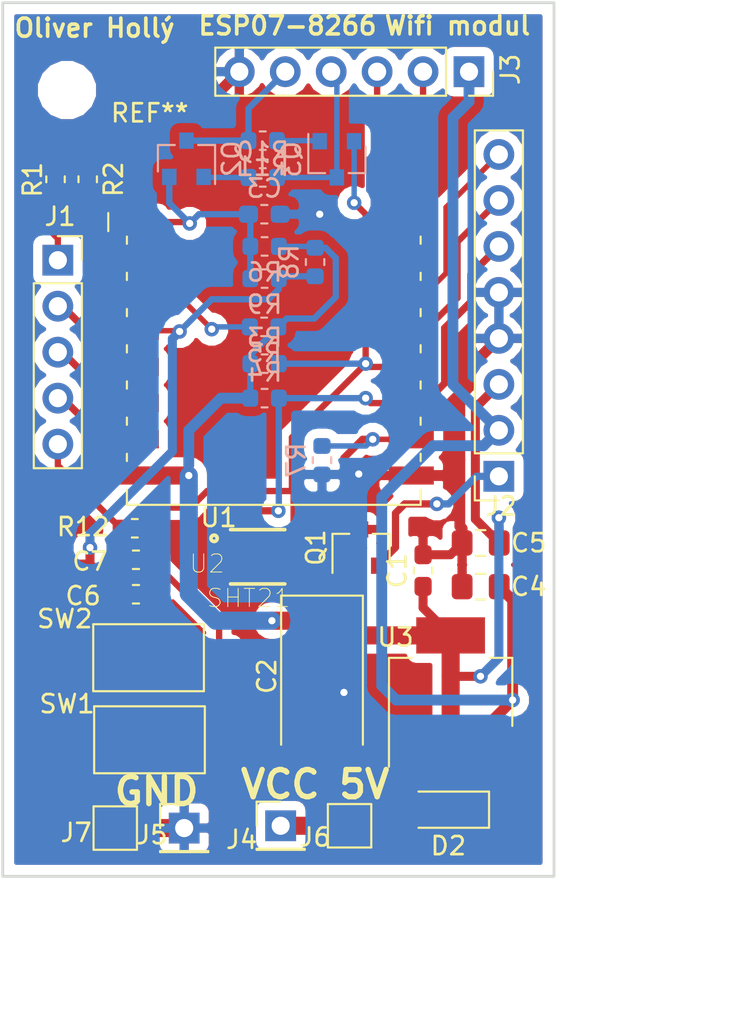
<source format=kicad_pcb>
(kicad_pcb (version 20171130) (host pcbnew "(5.0.2)-1")

  (general
    (thickness 1.6)
    (drawings 11)
    (tracks 278)
    (zones 0)
    (modules 36)
    (nets 26)
  )

  (page A4)
  (layers
    (0 F.Cu signal)
    (31 B.Cu signal)
    (32 B.Adhes user hide)
    (33 F.Adhes user hide)
    (34 B.Paste user hide)
    (35 F.Paste user hide)
    (36 B.SilkS user hide)
    (37 F.SilkS user)
    (38 B.Mask user)
    (39 F.Mask user)
    (40 Dwgs.User user hide)
    (41 Cmts.User user hide)
    (42 Eco1.User user hide)
    (43 Eco2.User user)
    (44 Edge.Cuts user)
    (45 Margin user hide)
    (46 B.CrtYd user hide)
    (47 F.CrtYd user hide)
    (48 B.Fab user hide)
    (49 F.Fab user hide)
  )

  (setup
    (last_trace_width 0.3)
    (user_trace_width 0.3)
    (user_trace_width 0.35)
    (user_trace_width 0.4)
    (user_trace_width 0.5)
    (user_trace_width 0.6)
    (user_trace_width 1)
    (trace_clearance 0.2)
    (zone_clearance 0.508)
    (zone_45_only no)
    (trace_min 0.3)
    (segment_width 0.2)
    (edge_width 0.15)
    (via_size 0.8)
    (via_drill 0.4)
    (via_min_size 0.4)
    (via_min_drill 0.3)
    (uvia_size 0.3)
    (uvia_drill 0.1)
    (uvias_allowed no)
    (uvia_min_size 0.2)
    (uvia_min_drill 0.1)
    (pcb_text_width 0.3)
    (pcb_text_size 1.5 1.5)
    (mod_edge_width 0.15)
    (mod_text_size 1 1)
    (mod_text_width 0.15)
    (pad_size 1.7 1.7)
    (pad_drill 1)
    (pad_to_mask_clearance 0.051)
    (solder_mask_min_width 0.25)
    (aux_axis_origin 0 0)
    (visible_elements 7FFFFFFF)
    (pcbplotparams
      (layerselection 0x010e0_ffffffff)
      (usegerberextensions false)
      (usegerberattributes false)
      (usegerberadvancedattributes false)
      (creategerberjobfile false)
      (excludeedgelayer true)
      (linewidth 0.100000)
      (plotframeref false)
      (viasonmask false)
      (mode 1)
      (useauxorigin false)
      (hpglpennumber 1)
      (hpglpenspeed 20)
      (hpglpendiameter 15.000000)
      (psnegative false)
      (psa4output false)
      (plotreference true)
      (plotvalue true)
      (plotinvisibletext false)
      (padsonsilk false)
      (subtractmaskfromsilk false)
      (outputformat 1)
      (mirror false)
      (drillshape 0)
      (scaleselection 1)
      (outputdirectory "testGerb/"))
  )

  (net 0 "")
  (net 1 GND)
  (net 2 +3V3)
  (net 3 /nRST)
  (net 4 +5V)
  (net 5 /GPIO16)
  (net 6 VDD)
  (net 7 /MOS_GND)
  (net 8 /ADC_EX)
  (net 9 /GPIO14)
  (net 10 /GPIO13)
  (net 11 /GPIO12)
  (net 12 /GPIO5)
  (net 13 /GPIO4)
  (net 14 /GPIO2)
  (net 15 /GPIO0)
  (net 16 /RXD)
  (net 17 /TXD)
  (net 18 /RTS)
  (net 19 /DTR)
  (net 20 /GPIO15)
  (net 21 "Net-(Q2-Pad1)")
  (net 22 "Net-(Q3-Pad1)")
  (net 23 /ADC)
  (net 24 /EN)
  (net 25 "Net-(C7-Pad1)")

  (net_class Default "This is the default net class."
    (clearance 0.2)
    (trace_width 0.3)
    (via_dia 0.8)
    (via_drill 0.4)
    (uvia_dia 0.3)
    (uvia_drill 0.1)
    (diff_pair_gap 0.25)
    (diff_pair_width 0.3)
    (add_net +3V3)
    (add_net +5V)
    (add_net /ADC)
    (add_net /ADC_EX)
    (add_net /DTR)
    (add_net /EN)
    (add_net /GPIO0)
    (add_net /GPIO12)
    (add_net /GPIO13)
    (add_net /GPIO14)
    (add_net /GPIO15)
    (add_net /GPIO16)
    (add_net /GPIO2)
    (add_net /GPIO4)
    (add_net /GPIO5)
    (add_net /MOS_GND)
    (add_net /RTS)
    (add_net /RXD)
    (add_net /TXD)
    (add_net /nRST)
    (add_net GND)
    (add_net "Net-(C7-Pad1)")
    (add_net "Net-(Q2-Pad1)")
    (add_net "Net-(Q3-Pad1)")
    (add_net VDD)
  )

  (module RF_Module:ESP-07_1 (layer F.Cu) (tedit 5C8EC08B) (tstamp 5CA843D0)
    (at 100.711 81.788)
    (descr "Wi-Fi Module, http://wiki.ai-thinker.com/_media/esp8266/docs/a007ps01a2_esp-07_product_specification_v1.2.pdf")
    (tags "Wi-Fi Module")
    (path /5C8E76C7)
    (attr smd)
    (fp_text reference U1 (at -3.048 11.43) (layer F.SilkS)
      (effects (font (size 1 1) (thickness 0.15)))
    )
    (fp_text value ESP-07 (at 0 9.6) (layer F.Fab)
      (effects (font (size 1 1) (thickness 0.15)))
    )
    (fp_line (start 8.12 -3.7) (end 8.12 -4.1) (layer F.SilkS) (width 0.12))
    (fp_line (start -8.12 -3.7) (end -8.12 -4.1) (layer F.SilkS) (width 0.12))
    (fp_line (start 8.12 -1.7) (end 8.12 -2.1) (layer F.SilkS) (width 0.12))
    (fp_line (start -8.12 -1.7) (end -8.12 -2.1) (layer F.SilkS) (width 0.12))
    (fp_line (start 8.12 0.3) (end 8.12 -0.1) (layer F.SilkS) (width 0.12))
    (fp_line (start -8.12 0.3) (end -8.12 -0.1) (layer F.SilkS) (width 0.12))
    (fp_line (start 8.12 2.3) (end 8.12 1.9) (layer F.SilkS) (width 0.12))
    (fp_line (start -8.12 2.3) (end -8.12 1.9) (layer F.SilkS) (width 0.12))
    (fp_line (start 8.12 4.3) (end 8.12 3.9) (layer F.SilkS) (width 0.12))
    (fp_line (start -8.12 4.3) (end -8.12 3.9) (layer F.SilkS) (width 0.12))
    (fp_line (start 8.12 6.3) (end 8.12 5.9) (layer F.SilkS) (width 0.12))
    (fp_line (start -8.12 6.3) (end -8.12 5.9) (layer F.SilkS) (width 0.12))
    (fp_line (start 8.12 8.3) (end 8.12 7.9) (layer F.SilkS) (width 0.12))
    (fp_line (start -8.12 8.3) (end -8.12 7.9) (layer F.SilkS) (width 0.12))
    (fp_line (start -9.15 -5.4) (end -9.15 -4.4) (layer F.SilkS) (width 0.12))
    (fp_line (start -8.12 10.72) (end -8.12 9.9) (layer F.SilkS) (width 0.12))
    (fp_line (start 8.12 10.72) (end -8.12 10.72) (layer F.SilkS) (width 0.12))
    (fp_line (start 8.12 9.9) (end 8.12 10.72) (layer F.SilkS) (width 0.12))
    (fp_line (start -9.1 10.85) (end -9.1 -10.85) (layer F.CrtYd) (width 0.05))
    (fp_line (start 9.1 10.85) (end -9.1 10.85) (layer F.CrtYd) (width 0.05))
    (fp_line (start 9.1 -10.85) (end 9.1 10.85) (layer F.CrtYd) (width 0.05))
    (fp_line (start -9.1 -10.85) (end 9.1 -10.85) (layer F.CrtYd) (width 0.05))
    (fp_line (start -8 -5.4) (end -8 -10.6) (layer F.Fab) (width 0.1))
    (fp_line (start -7.5 -4.9) (end -8 -5.4) (layer F.Fab) (width 0.1))
    (fp_line (start -8 -4.4) (end -7.5 -4.9) (layer F.Fab) (width 0.1))
    (fp_line (start -8 10.6) (end -8 -4.4) (layer F.Fab) (width 0.1))
    (fp_line (start 8 10.6) (end -8 10.6) (layer F.Fab) (width 0.1))
    (fp_line (start 8 -10.6) (end 8 10.6) (layer F.Fab) (width 0.1))
    (fp_line (start -8 -10.6) (end 8 -10.6) (layer F.Fab) (width 0.1))
    (fp_text user %R (at 0 0) (layer F.Fab)
      (effects (font (size 1 1) (thickness 0.15)))
    )
    (pad 16 smd rect (at 7.6 -4.9) (size 2.5 1) (layers F.Cu F.Paste F.Mask)
      (net 17 /TXD))
    (pad 15 smd rect (at 7.6 -2.9) (size 2.5 1) (layers F.Cu F.Paste F.Mask)
      (net 16 /RXD))
    (pad 14 smd rect (at 7.6 -0.9) (size 2.5 1) (layers F.Cu F.Paste F.Mask)
      (net 12 /GPIO5))
    (pad 13 smd rect (at 7.6 1.1) (size 2.5 1) (layers F.Cu F.Paste F.Mask)
      (net 13 /GPIO4))
    (pad 12 smd rect (at 7.6 3.1) (size 2.5 1) (layers F.Cu F.Paste F.Mask)
      (net 15 /GPIO0))
    (pad 11 smd rect (at 7.6 5.1) (size 2.5 1) (layers F.Cu F.Paste F.Mask)
      (net 14 /GPIO2))
    (pad 10 smd rect (at 7.6 7.1) (size 2.5 1) (layers F.Cu F.Paste F.Mask)
      (net 20 /GPIO15))
    (pad 9 smd rect (at 7.6 9.1) (size 2.5 1) (layers F.Cu F.Paste F.Mask)
      (net 1 GND))
    (pad 8 smd rect (at -7.6 9.1) (size 2.5 1) (layers F.Cu F.Paste F.Mask)
      (net 2 +3V3))
    (pad 7 smd rect (at -7.6 7.1) (size 2.5 1) (layers F.Cu F.Paste F.Mask)
      (net 10 /GPIO13))
    (pad 6 smd rect (at -7.6 5.1) (size 2.5 1) (layers F.Cu F.Paste F.Mask)
      (net 11 /GPIO12))
    (pad 5 smd rect (at -7.6 3.1) (size 2.5 1) (layers F.Cu F.Paste F.Mask)
      (net 9 /GPIO14))
    (pad 4 smd rect (at -7.6 1.1) (size 2.5 1) (layers F.Cu F.Paste F.Mask)
      (net 5 /GPIO16))
    (pad 3 smd rect (at -7.6 -0.9) (size 2.5 1) (layers F.Cu F.Paste F.Mask)
      (net 24 /EN))
    (pad 2 smd rect (at -7.6 -2.9) (size 2.5 1) (layers F.Cu F.Paste F.Mask)
      (net 23 /ADC))
    (pad 1 smd rect (at -7.6 -4.9) (size 2.5 1) (layers F.Cu F.Paste F.Mask)
      (net 3 /nRST))
    (model ${KISYS3DMOD}/RF_Module.3dshapes/ESP-07.wrl
      (at (xyz 0 0 0))
      (scale (xyz 1 1 1))
      (rotate (xyz 0 0 0))
    )
  )

  (module Button_Switch_SMD:SW_SPST_CK_RS282G05A3 (layer F.Cu) (tedit 5A7A67D2) (tstamp 5CB19EEF)
    (at 93.8403 105.4862)
    (descr https://www.mouser.com/ds/2/60/RS-282G05A-SM_RT-1159762.pdf)
    (tags "SPST button tactile switch")
    (path /5C8C6760)
    (attr smd)
    (fp_text reference SW1 (at -4.5593 -1.9812) (layer F.SilkS)
      (effects (font (size 1 1) (thickness 0.15)))
    )
    (fp_text value KEY_RST (at 0 3) (layer F.Fab)
      (effects (font (size 1 1) (thickness 0.15)))
    )
    (fp_line (start -4.9 2.05) (end -4.9 -2.05) (layer F.CrtYd) (width 0.05))
    (fp_line (start 4.9 2.05) (end -4.9 2.05) (layer F.CrtYd) (width 0.05))
    (fp_line (start 4.9 -2.05) (end 4.9 2.05) (layer F.CrtYd) (width 0.05))
    (fp_line (start -4.9 -2.05) (end 4.9 -2.05) (layer F.CrtYd) (width 0.05))
    (fp_text user %R (at 0 -2.6) (layer F.Fab)
      (effects (font (size 1 1) (thickness 0.15)))
    )
    (fp_line (start -1.75 -1) (end 1.75 -1) (layer F.Fab) (width 0.1))
    (fp_line (start 1.75 -1) (end 1.75 1) (layer F.Fab) (width 0.1))
    (fp_line (start 1.75 1) (end -1.75 1) (layer F.Fab) (width 0.1))
    (fp_line (start -1.75 1) (end -1.75 -1) (layer F.Fab) (width 0.1))
    (fp_line (start -3.06 -1.85) (end 3.06 -1.85) (layer F.SilkS) (width 0.12))
    (fp_line (start 3.06 -1.85) (end 3.06 1.85) (layer F.SilkS) (width 0.12))
    (fp_line (start 3.06 1.85) (end -3.06 1.85) (layer F.SilkS) (width 0.12))
    (fp_line (start -3.06 1.85) (end -3.06 -1.85) (layer F.SilkS) (width 0.12))
    (fp_line (start -1.5 0.8) (end 1.5 0.8) (layer F.Fab) (width 0.1))
    (fp_line (start -1.5 -0.8) (end 1.5 -0.8) (layer F.Fab) (width 0.1))
    (fp_line (start 1.5 -0.8) (end 1.5 0.8) (layer F.Fab) (width 0.1))
    (fp_line (start -1.5 -0.8) (end -1.5 0.8) (layer F.Fab) (width 0.1))
    (fp_line (start -3 1.8) (end 3 1.8) (layer F.Fab) (width 0.1))
    (fp_line (start -3 -1.8) (end 3 -1.8) (layer F.Fab) (width 0.1))
    (fp_line (start -3 -1.8) (end -3 1.8) (layer F.Fab) (width 0.1))
    (fp_line (start 3 -1.8) (end 3 1.8) (layer F.Fab) (width 0.1))
    (pad 1 smd rect (at -3.9 0) (size 1.5 1.5) (layers F.Cu F.Paste F.Mask)
      (net 5 /GPIO16))
    (pad 2 smd rect (at 3.9 0) (size 1.5 1.5) (layers F.Cu F.Paste F.Mask)
      (net 1 GND))
    (model ${KISYS3DMOD}/Button_Switch_SMD.3dshapes/SW_SPST_CK_RS282G05A3.wrl
      (at (xyz 0 0 0))
      (scale (xyz 1 1 1))
      (rotate (xyz 0 0 0))
    )
  )

  (module Button_Switch_SMD:SW_SPST_CK_RS282G05A3 (layer F.Cu) (tedit 5A7A67D2) (tstamp 5CB19F0A)
    (at 93.7895 100.9523 180)
    (descr https://www.mouser.com/ds/2/60/RS-282G05A-SM_RT-1159762.pdf)
    (tags "SPST button tactile switch")
    (path /5C8C5461)
    (attr smd)
    (fp_text reference SW2 (at 4.6355 2.1463 180) (layer F.SilkS)
      (effects (font (size 1 1) (thickness 0.15)))
    )
    (fp_text value KEY_FLASH (at 0 3 180) (layer F.Fab)
      (effects (font (size 1 1) (thickness 0.15)))
    )
    (fp_line (start 3 -1.8) (end 3 1.8) (layer F.Fab) (width 0.1))
    (fp_line (start -3 -1.8) (end -3 1.8) (layer F.Fab) (width 0.1))
    (fp_line (start -3 -1.8) (end 3 -1.8) (layer F.Fab) (width 0.1))
    (fp_line (start -3 1.8) (end 3 1.8) (layer F.Fab) (width 0.1))
    (fp_line (start -1.5 -0.8) (end -1.5 0.8) (layer F.Fab) (width 0.1))
    (fp_line (start 1.5 -0.8) (end 1.5 0.8) (layer F.Fab) (width 0.1))
    (fp_line (start -1.5 -0.8) (end 1.5 -0.8) (layer F.Fab) (width 0.1))
    (fp_line (start -1.5 0.8) (end 1.5 0.8) (layer F.Fab) (width 0.1))
    (fp_line (start -3.06 1.85) (end -3.06 -1.85) (layer F.SilkS) (width 0.12))
    (fp_line (start 3.06 1.85) (end -3.06 1.85) (layer F.SilkS) (width 0.12))
    (fp_line (start 3.06 -1.85) (end 3.06 1.85) (layer F.SilkS) (width 0.12))
    (fp_line (start -3.06 -1.85) (end 3.06 -1.85) (layer F.SilkS) (width 0.12))
    (fp_line (start -1.75 1) (end -1.75 -1) (layer F.Fab) (width 0.1))
    (fp_line (start 1.75 1) (end -1.75 1) (layer F.Fab) (width 0.1))
    (fp_line (start 1.75 -1) (end 1.75 1) (layer F.Fab) (width 0.1))
    (fp_line (start -1.75 -1) (end 1.75 -1) (layer F.Fab) (width 0.1))
    (fp_text user %R (at 0 -2.6 180) (layer F.Fab)
      (effects (font (size 1 1) (thickness 0.15)))
    )
    (fp_line (start -4.9 -2.05) (end 4.9 -2.05) (layer F.CrtYd) (width 0.05))
    (fp_line (start 4.9 -2.05) (end 4.9 2.05) (layer F.CrtYd) (width 0.05))
    (fp_line (start 4.9 2.05) (end -4.9 2.05) (layer F.CrtYd) (width 0.05))
    (fp_line (start -4.9 2.05) (end -4.9 -2.05) (layer F.CrtYd) (width 0.05))
    (pad 2 smd rect (at 3.9 0 180) (size 1.5 1.5) (layers F.Cu F.Paste F.Mask)
      (net 1 GND))
    (pad 1 smd rect (at -3.9 0 180) (size 1.5 1.5) (layers F.Cu F.Paste F.Mask)
      (net 25 "Net-(C7-Pad1)"))
    (model ${KISYS3DMOD}/Button_Switch_SMD.3dshapes/SW_SPST_CK_RS282G05A3.wrl
      (at (xyz 0 0 0))
      (scale (xyz 1 1 1))
      (rotate (xyz 0 0 0))
    )
  )

  (module Capacitor_SMD:C_0603_1608Metric_Pad1.05x0.95mm_HandSolder (layer F.Cu) (tedit 5B301BBE) (tstamp 5CB1A29F)
    (at 93.091 95.5421 180)
    (descr "Capacitor SMD 0603 (1608 Metric), square (rectangular) end terminal, IPC_7351 nominal with elongated pad for handsoldering. (Body size source: http://www.tortai-tech.com/upload/download/2011102023233369053.pdf), generated with kicad-footprint-generator")
    (tags "capacitor handsolder")
    (path /5C9BD771)
    (attr smd)
    (fp_text reference C7 (at 2.54 -0.0889 180) (layer F.SilkS)
      (effects (font (size 1 1) (thickness 0.15)))
    )
    (fp_text value 100n/50V (at 0 1.43 180) (layer F.Fab)
      (effects (font (size 1 1) (thickness 0.15)))
    )
    (fp_line (start -0.8 0.4) (end -0.8 -0.4) (layer F.Fab) (width 0.1))
    (fp_line (start -0.8 -0.4) (end 0.8 -0.4) (layer F.Fab) (width 0.1))
    (fp_line (start 0.8 -0.4) (end 0.8 0.4) (layer F.Fab) (width 0.1))
    (fp_line (start 0.8 0.4) (end -0.8 0.4) (layer F.Fab) (width 0.1))
    (fp_line (start -0.171267 -0.51) (end 0.171267 -0.51) (layer F.SilkS) (width 0.12))
    (fp_line (start -0.171267 0.51) (end 0.171267 0.51) (layer F.SilkS) (width 0.12))
    (fp_line (start -1.65 0.73) (end -1.65 -0.73) (layer F.CrtYd) (width 0.05))
    (fp_line (start -1.65 -0.73) (end 1.65 -0.73) (layer F.CrtYd) (width 0.05))
    (fp_line (start 1.65 -0.73) (end 1.65 0.73) (layer F.CrtYd) (width 0.05))
    (fp_line (start 1.65 0.73) (end -1.65 0.73) (layer F.CrtYd) (width 0.05))
    (fp_text user %R (at 0 0 180) (layer F.Fab)
      (effects (font (size 0.4 0.4) (thickness 0.06)))
    )
    (pad 1 smd roundrect (at -0.875 0 180) (size 1.05 0.95) (layers F.Cu F.Paste F.Mask) (roundrect_rratio 0.25)
      (net 25 "Net-(C7-Pad1)"))
    (pad 2 smd roundrect (at 0.875 0 180) (size 1.05 0.95) (layers F.Cu F.Paste F.Mask) (roundrect_rratio 0.25)
      (net 1 GND))
    (model ${KISYS3DMOD}/Capacitor_SMD.3dshapes/C_0603_1608Metric.wrl
      (at (xyz 0 0 0))
      (scale (xyz 1 1 1))
      (rotate (xyz 0 0 0))
    )
  )

  (module Diode_SMD:D_SOD-123 (layer F.Cu) (tedit 58645DC7) (tstamp 5CA8AEC9)
    (at 110.363 109.347 180)
    (descr SOD-123)
    (tags SOD-123)
    (path /5C9C3E19)
    (attr smd)
    (fp_text reference D2 (at 0 -2 180) (layer F.SilkS)
      (effects (font (size 1 1) (thickness 0.15)))
    )
    (fp_text value D_Schottky (at 0 2.1 180) (layer F.Fab)
      (effects (font (size 1 1) (thickness 0.15)))
    )
    (fp_text user %R (at 0 -2 180) (layer F.Fab)
      (effects (font (size 1 1) (thickness 0.15)))
    )
    (fp_line (start -2.25 -1) (end -2.25 1) (layer F.SilkS) (width 0.12))
    (fp_line (start 0.25 0) (end 0.75 0) (layer F.Fab) (width 0.1))
    (fp_line (start 0.25 0.4) (end -0.35 0) (layer F.Fab) (width 0.1))
    (fp_line (start 0.25 -0.4) (end 0.25 0.4) (layer F.Fab) (width 0.1))
    (fp_line (start -0.35 0) (end 0.25 -0.4) (layer F.Fab) (width 0.1))
    (fp_line (start -0.35 0) (end -0.35 0.55) (layer F.Fab) (width 0.1))
    (fp_line (start -0.35 0) (end -0.35 -0.55) (layer F.Fab) (width 0.1))
    (fp_line (start -0.75 0) (end -0.35 0) (layer F.Fab) (width 0.1))
    (fp_line (start -1.4 0.9) (end -1.4 -0.9) (layer F.Fab) (width 0.1))
    (fp_line (start 1.4 0.9) (end -1.4 0.9) (layer F.Fab) (width 0.1))
    (fp_line (start 1.4 -0.9) (end 1.4 0.9) (layer F.Fab) (width 0.1))
    (fp_line (start -1.4 -0.9) (end 1.4 -0.9) (layer F.Fab) (width 0.1))
    (fp_line (start -2.35 -1.15) (end 2.35 -1.15) (layer F.CrtYd) (width 0.05))
    (fp_line (start 2.35 -1.15) (end 2.35 1.15) (layer F.CrtYd) (width 0.05))
    (fp_line (start 2.35 1.15) (end -2.35 1.15) (layer F.CrtYd) (width 0.05))
    (fp_line (start -2.35 -1.15) (end -2.35 1.15) (layer F.CrtYd) (width 0.05))
    (fp_line (start -2.25 1) (end 1.65 1) (layer F.SilkS) (width 0.12))
    (fp_line (start -2.25 -1) (end 1.65 -1) (layer F.SilkS) (width 0.12))
    (pad 1 smd rect (at -1.65 0 180) (size 0.9 1.2) (layers F.Cu F.Paste F.Mask)
      (net 4 +5V))
    (pad 2 smd rect (at 1.65 0 180) (size 0.9 1.2) (layers F.Cu F.Paste F.Mask)
      (net 6 VDD))
    (model ${KISYS3DMOD}/Diode_SMD.3dshapes/D_SOD-123.wrl
      (at (xyz 0 0 0))
      (scale (xyz 1 1 1))
      (rotate (xyz 0 0 0))
    )
  )

  (module Resistor_SMD:R_0603_1608Metric (layer B.Cu) (tedit 5B301BBD) (tstamp 5CA7B15B)
    (at 100.1775 82.677)
    (descr "Resistor SMD 0603 (1608 Metric), square (rectangular) end terminal, IPC_7351 nominal, (Body size source: http://www.tortai-tech.com/upload/download/2011102023233369053.pdf), generated with kicad-footprint-generator")
    (tags resistor)
    (path /5C8D0B17)
    (attr smd)
    (fp_text reference R5 (at 0 1.43) (layer B.SilkS)
      (effects (font (size 1 1) (thickness 0.15)) (justify mirror))
    )
    (fp_text value 12k (at 0 -1.43) (layer B.Fab)
      (effects (font (size 1 1) (thickness 0.15)) (justify mirror))
    )
    (fp_text user %R (at 0 0) (layer B.Fab)
      (effects (font (size 0.4 0.4) (thickness 0.06)) (justify mirror))
    )
    (fp_line (start 1.48 -0.73) (end -1.48 -0.73) (layer B.CrtYd) (width 0.05))
    (fp_line (start 1.48 0.73) (end 1.48 -0.73) (layer B.CrtYd) (width 0.05))
    (fp_line (start -1.48 0.73) (end 1.48 0.73) (layer B.CrtYd) (width 0.05))
    (fp_line (start -1.48 -0.73) (end -1.48 0.73) (layer B.CrtYd) (width 0.05))
    (fp_line (start -0.162779 -0.51) (end 0.162779 -0.51) (layer B.SilkS) (width 0.12))
    (fp_line (start -0.162779 0.51) (end 0.162779 0.51) (layer B.SilkS) (width 0.12))
    (fp_line (start 0.8 -0.4) (end -0.8 -0.4) (layer B.Fab) (width 0.1))
    (fp_line (start 0.8 0.4) (end 0.8 -0.4) (layer B.Fab) (width 0.1))
    (fp_line (start -0.8 0.4) (end 0.8 0.4) (layer B.Fab) (width 0.1))
    (fp_line (start -0.8 -0.4) (end -0.8 0.4) (layer B.Fab) (width 0.1))
    (pad 2 smd roundrect (at 0.7875 0) (size 0.875 0.95) (layers B.Cu B.Paste B.Mask) (roundrect_rratio 0.25)
      (net 2 +3V3))
    (pad 1 smd roundrect (at -0.7875 0) (size 0.875 0.95) (layers B.Cu B.Paste B.Mask) (roundrect_rratio 0.25)
      (net 24 /EN))
    (model ${KISYS3DMOD}/Resistor_SMD.3dshapes/R_0603_1608Metric.wrl
      (at (xyz 0 0 0))
      (scale (xyz 1 1 1))
      (rotate (xyz 0 0 0))
    )
  )

  (module Connector_PinSocket_2.54mm:PinSocket_1x06_P2.54mm_Vertical (layer F.Cu) (tedit 5A19A430) (tstamp 5CA7B0C7)
    (at 111.506 68.58 270)
    (descr "Through hole straight socket strip, 1x06, 2.54mm pitch, single row (from Kicad 4.0.7), script generated")
    (tags "Through hole socket strip THT 1x06 2.54mm single row")
    (path /5C9A5E6C)
    (fp_text reference J3 (at -0.127 -2.286 270) (layer F.SilkS)
      (effects (font (size 1 1) (thickness 0.15)))
    )
    (fp_text value Conn_01x06 (at 0 15.47 270) (layer F.Fab)
      (effects (font (size 1 1) (thickness 0.15)))
    )
    (fp_line (start -1.27 -1.27) (end 0.635 -1.27) (layer F.Fab) (width 0.1))
    (fp_line (start 0.635 -1.27) (end 1.27 -0.635) (layer F.Fab) (width 0.1))
    (fp_line (start 1.27 -0.635) (end 1.27 13.97) (layer F.Fab) (width 0.1))
    (fp_line (start 1.27 13.97) (end -1.27 13.97) (layer F.Fab) (width 0.1))
    (fp_line (start -1.27 13.97) (end -1.27 -1.27) (layer F.Fab) (width 0.1))
    (fp_line (start -1.33 1.27) (end 1.33 1.27) (layer F.SilkS) (width 0.12))
    (fp_line (start -1.33 1.27) (end -1.33 14.03) (layer F.SilkS) (width 0.12))
    (fp_line (start -1.33 14.03) (end 1.33 14.03) (layer F.SilkS) (width 0.12))
    (fp_line (start 1.33 1.27) (end 1.33 14.03) (layer F.SilkS) (width 0.12))
    (fp_line (start 1.33 -1.33) (end 1.33 0) (layer F.SilkS) (width 0.12))
    (fp_line (start 0 -1.33) (end 1.33 -1.33) (layer F.SilkS) (width 0.12))
    (fp_line (start -1.8 -1.8) (end 1.75 -1.8) (layer F.CrtYd) (width 0.05))
    (fp_line (start 1.75 -1.8) (end 1.75 14.45) (layer F.CrtYd) (width 0.05))
    (fp_line (start 1.75 14.45) (end -1.8 14.45) (layer F.CrtYd) (width 0.05))
    (fp_line (start -1.8 14.45) (end -1.8 -1.8) (layer F.CrtYd) (width 0.05))
    (fp_text user %R (at 0 6.35) (layer F.Fab)
      (effects (font (size 1 1) (thickness 0.15)))
    )
    (pad 1 thru_hole rect (at 0 0 270) (size 1.7 1.7) (drill 1) (layers *.Cu *.Mask)
      (net 4 +5V))
    (pad 2 thru_hole oval (at 0 2.54 270) (size 1.7 1.7) (drill 1) (layers *.Cu *.Mask)
      (net 17 /TXD))
    (pad 3 thru_hole oval (at 0 5.08 270) (size 1.7 1.7) (drill 1) (layers *.Cu *.Mask)
      (net 16 /RXD))
    (pad 4 thru_hole oval (at 0 7.62 270) (size 1.7 1.7) (drill 1) (layers *.Cu *.Mask)
      (net 19 /DTR))
    (pad 5 thru_hole oval (at 0 10.16 270) (size 1.7 1.7) (drill 1) (layers *.Cu *.Mask)
      (net 18 /RTS))
    (pad 6 thru_hole oval (at 0 12.7 270) (size 1.7 1.7) (drill 1) (layers *.Cu *.Mask)
      (net 1 GND))
    (model ${KISYS3DMOD}/Connector_PinSocket_2.54mm.3dshapes/PinSocket_1x06_P2.54mm_Vertical.wrl
      (at (xyz 0 0 0))
      (scale (xyz 1 1 1))
      (rotate (xyz 0 0 0))
    )
  )

  (module Package_TO_SOT_SMD:SOT-23 (layer B.Cu) (tedit 5A02FF57) (tstamp 5CA7CA4D)
    (at 104.201 73.422 270)
    (descr "SOT-23, Standard")
    (tags SOT-23)
    (path /5C8C2189)
    (attr smd)
    (fp_text reference Q3 (at 0 2.5 270) (layer B.SilkS)
      (effects (font (size 1 1) (thickness 0.15)) (justify mirror))
    )
    (fp_text value Q_NPN_BCE (at 0 -2.5 270) (layer B.Fab)
      (effects (font (size 1 1) (thickness 0.15)) (justify mirror))
    )
    (fp_line (start 0.76 -1.58) (end -0.7 -1.58) (layer B.SilkS) (width 0.12))
    (fp_line (start 0.76 1.58) (end -1.4 1.58) (layer B.SilkS) (width 0.12))
    (fp_line (start -1.7 -1.75) (end -1.7 1.75) (layer B.CrtYd) (width 0.05))
    (fp_line (start 1.7 -1.75) (end -1.7 -1.75) (layer B.CrtYd) (width 0.05))
    (fp_line (start 1.7 1.75) (end 1.7 -1.75) (layer B.CrtYd) (width 0.05))
    (fp_line (start -1.7 1.75) (end 1.7 1.75) (layer B.CrtYd) (width 0.05))
    (fp_line (start 0.76 1.58) (end 0.76 0.65) (layer B.SilkS) (width 0.12))
    (fp_line (start 0.76 -1.58) (end 0.76 -0.65) (layer B.SilkS) (width 0.12))
    (fp_line (start -0.7 -1.52) (end 0.7 -1.52) (layer B.Fab) (width 0.1))
    (fp_line (start 0.7 1.52) (end 0.7 -1.52) (layer B.Fab) (width 0.1))
    (fp_line (start -0.7 0.95) (end -0.15 1.52) (layer B.Fab) (width 0.1))
    (fp_line (start -0.15 1.52) (end 0.7 1.52) (layer B.Fab) (width 0.1))
    (fp_line (start -0.7 0.95) (end -0.7 -1.5) (layer B.Fab) (width 0.1))
    (fp_text user %R (at 0 0 180) (layer B.Fab)
      (effects (font (size 0.5 0.5) (thickness 0.075)) (justify mirror))
    )
    (pad 3 smd rect (at 1 0 270) (size 0.9 0.8) (layers B.Cu B.Paste B.Mask)
      (net 19 /DTR))
    (pad 2 smd rect (at -1 -0.95 270) (size 0.9 0.8) (layers B.Cu B.Paste B.Mask)
      (net 15 /GPIO0))
    (pad 1 smd rect (at -1 0.95 270) (size 0.9 0.8) (layers B.Cu B.Paste B.Mask)
      (net 22 "Net-(Q3-Pad1)"))
    (model ${KISYS3DMOD}/Package_TO_SOT_SMD.3dshapes/SOT-23.wrl
      (at (xyz 0 0 0))
      (scale (xyz 1 1 1))
      (rotate (xyz 0 0 0))
    )
  )

  (module Resistor_SMD:R_0603_1608Metric (layer B.Cu) (tedit 5B301BBD) (tstamp 5CA86799)
    (at 100.203 80.01)
    (descr "Resistor SMD 0603 (1608 Metric), square (rectangular) end terminal, IPC_7351 nominal, (Body size source: http://www.tortai-tech.com/upload/download/2011102023233369053.pdf), generated with kicad-footprint-generator")
    (tags resistor)
    (path /5C8C8A49)
    (attr smd)
    (fp_text reference R9 (at 0 1.43) (layer B.SilkS)
      (effects (font (size 1 1) (thickness 0.15)) (justify mirror))
    )
    (fp_text value 470 (at 0 -1.43) (layer B.Fab)
      (effects (font (size 1 1) (thickness 0.15)) (justify mirror))
    )
    (fp_line (start -0.8 -0.4) (end -0.8 0.4) (layer B.Fab) (width 0.1))
    (fp_line (start -0.8 0.4) (end 0.8 0.4) (layer B.Fab) (width 0.1))
    (fp_line (start 0.8 0.4) (end 0.8 -0.4) (layer B.Fab) (width 0.1))
    (fp_line (start 0.8 -0.4) (end -0.8 -0.4) (layer B.Fab) (width 0.1))
    (fp_line (start -0.162779 0.51) (end 0.162779 0.51) (layer B.SilkS) (width 0.12))
    (fp_line (start -0.162779 -0.51) (end 0.162779 -0.51) (layer B.SilkS) (width 0.12))
    (fp_line (start -1.48 -0.73) (end -1.48 0.73) (layer B.CrtYd) (width 0.05))
    (fp_line (start -1.48 0.73) (end 1.48 0.73) (layer B.CrtYd) (width 0.05))
    (fp_line (start 1.48 0.73) (end 1.48 -0.73) (layer B.CrtYd) (width 0.05))
    (fp_line (start 1.48 -0.73) (end -1.48 -0.73) (layer B.CrtYd) (width 0.05))
    (fp_text user %R (at 0 0) (layer B.Fab)
      (effects (font (size 0.4 0.4) (thickness 0.06)) (justify mirror))
    )
    (pad 1 smd roundrect (at -0.7875 0) (size 0.875 0.95) (layers B.Cu B.Paste B.Mask) (roundrect_rratio 0.25)
      (net 3 /nRST))
    (pad 2 smd roundrect (at 0.7875 0) (size 0.875 0.95) (layers B.Cu B.Paste B.Mask) (roundrect_rratio 0.25)
      (net 5 /GPIO16))
    (model ${KISYS3DMOD}/Resistor_SMD.3dshapes/R_0603_1608Metric.wrl
      (at (xyz 0 0 0))
      (scale (xyz 1 1 1))
      (rotate (xyz 0 0 0))
    )
  )

  (module Connector_PinSocket_2.54mm:PinSocket_1x08_P2.54mm_Vertical (layer F.Cu) (tedit 5CA4FF98) (tstamp 5CA7FD74)
    (at 113.157 90.932 180)
    (descr "Through hole straight socket strip, 1x08, 2.54mm pitch, single row (from Kicad 4.0.7), script generated")
    (tags "Through hole socket strip THT 1x08 2.54mm single row")
    (path /5C9FB0B7)
    (fp_text reference J2 (at -0.127 -1.651 180) (layer F.SilkS)
      (effects (font (size 1 1) (thickness 0.15)))
    )
    (fp_text value Conn_01x08 (at 0 20.55 180) (layer F.Fab)
      (effects (font (size 1 1) (thickness 0.15)))
    )
    (fp_text user %R (at 0 8.89 270) (layer F.Fab)
      (effects (font (size 1 1) (thickness 0.15)))
    )
    (fp_line (start -1.8 19.55) (end -1.8 -1.8) (layer F.CrtYd) (width 0.05))
    (fp_line (start 1.75 19.55) (end -1.8 19.55) (layer F.CrtYd) (width 0.05))
    (fp_line (start 1.75 -1.8) (end 1.75 19.55) (layer F.CrtYd) (width 0.05))
    (fp_line (start -1.8 -1.8) (end 1.75 -1.8) (layer F.CrtYd) (width 0.05))
    (fp_line (start 0 -1.33) (end 1.33 -1.33) (layer F.SilkS) (width 0.12))
    (fp_line (start 1.33 -1.33) (end 1.33 0) (layer F.SilkS) (width 0.12))
    (fp_line (start 1.33 1.27) (end 1.33 19.11) (layer F.SilkS) (width 0.12))
    (fp_line (start -1.33 19.11) (end 1.33 19.11) (layer F.SilkS) (width 0.12))
    (fp_line (start -1.33 1.27) (end -1.33 19.11) (layer F.SilkS) (width 0.12))
    (fp_line (start -1.33 1.27) (end 1.33 1.27) (layer F.SilkS) (width 0.12))
    (fp_line (start -1.27 19.05) (end -1.27 -1.27) (layer F.Fab) (width 0.1))
    (fp_line (start 1.27 19.05) (end -1.27 19.05) (layer F.Fab) (width 0.1))
    (fp_line (start 1.27 -0.635) (end 1.27 19.05) (layer F.Fab) (width 0.1))
    (fp_line (start 0.635 -1.27) (end 1.27 -0.635) (layer F.Fab) (width 0.1))
    (fp_line (start -1.27 -1.27) (end 0.635 -1.27) (layer F.Fab) (width 0.1))
    (pad 8 thru_hole oval (at 0 17.78 180) (size 1.7 1.7) (drill 1) (layers *.Cu *.Mask)
      (net 12 /GPIO5))
    (pad 7 thru_hole oval (at 0 15.24 180) (size 1.7 1.7) (drill 1) (layers *.Cu *.Mask)
      (net 13 /GPIO4))
    (pad 6 thru_hole oval (at 0 12.7 180) (size 1.7 1.7) (drill 1) (layers *.Cu *.Mask)
      (net 14 /GPIO2))
    (pad 5 thru_hole oval (at 0 10.16 180) (size 1.7 1.7) (drill 1) (layers *.Cu *.Mask)
      (net 1 GND))
    (pad 4 thru_hole oval (at 0 7.62 180) (size 1.7 1.7) (drill 1) (layers *.Cu *.Mask)
      (net 1 GND))
    (pad 3 thru_hole oval (at 0 5.08 180) (size 1.7 1.7) (drill 1) (layers *.Cu *.Mask)
      (net 2 +3V3))
    (pad 2 thru_hole oval (at 0 2.54 180) (size 1.7 1.7) (drill 1) (layers *.Cu *.Mask)
      (net 4 +5V))
    (pad 1 thru_hole rect (at 0 0 180) (size 1.7 1.7) (drill 1) (layers *.Cu *.Mask)
      (net 7 /MOS_GND))
    (model ${KISYS3DMOD}/Connector_PinSocket_2.54mm.3dshapes/PinSocket_1x08_P2.54mm_Vertical.wrl
      (at (xyz 0 0 0))
      (scale (xyz 1 1 1))
      (rotate (xyz 0 0 0))
    )
  )

  (module Resistor_SMD:R_0603_1608Metric (layer B.Cu) (tedit 5B301BBD) (tstamp 5CA7B14A)
    (at 100.203 86.614 180)
    (descr "Resistor SMD 0603 (1608 Metric), square (rectangular) end terminal, IPC_7351 nominal, (Body size source: http://www.tortai-tech.com/upload/download/2011102023233369053.pdf), generated with kicad-footprint-generator")
    (tags resistor)
    (path /5C8D0ADD)
    (attr smd)
    (fp_text reference R4 (at 0 1.43 180) (layer B.SilkS)
      (effects (font (size 1 1) (thickness 0.15)) (justify mirror))
    )
    (fp_text value 12k (at 0 -1.43 180) (layer B.Fab)
      (effects (font (size 1 1) (thickness 0.15)) (justify mirror))
    )
    (fp_line (start -0.8 -0.4) (end -0.8 0.4) (layer B.Fab) (width 0.1))
    (fp_line (start -0.8 0.4) (end 0.8 0.4) (layer B.Fab) (width 0.1))
    (fp_line (start 0.8 0.4) (end 0.8 -0.4) (layer B.Fab) (width 0.1))
    (fp_line (start 0.8 -0.4) (end -0.8 -0.4) (layer B.Fab) (width 0.1))
    (fp_line (start -0.162779 0.51) (end 0.162779 0.51) (layer B.SilkS) (width 0.12))
    (fp_line (start -0.162779 -0.51) (end 0.162779 -0.51) (layer B.SilkS) (width 0.12))
    (fp_line (start -1.48 -0.73) (end -1.48 0.73) (layer B.CrtYd) (width 0.05))
    (fp_line (start -1.48 0.73) (end 1.48 0.73) (layer B.CrtYd) (width 0.05))
    (fp_line (start 1.48 0.73) (end 1.48 -0.73) (layer B.CrtYd) (width 0.05))
    (fp_line (start 1.48 -0.73) (end -1.48 -0.73) (layer B.CrtYd) (width 0.05))
    (fp_text user %R (at 0 0 180) (layer B.Fab)
      (effects (font (size 0.4 0.4) (thickness 0.06)) (justify mirror))
    )
    (pad 1 smd roundrect (at -0.7875 0 180) (size 0.875 0.95) (layers B.Cu B.Paste B.Mask) (roundrect_rratio 0.25)
      (net 14 /GPIO2))
    (pad 2 smd roundrect (at 0.7875 0 180) (size 0.875 0.95) (layers B.Cu B.Paste B.Mask) (roundrect_rratio 0.25)
      (net 2 +3V3))
    (model ${KISYS3DMOD}/Resistor_SMD.3dshapes/R_0603_1608Metric.wrl
      (at (xyz 0 0 0))
      (scale (xyz 1 1 1))
      (rotate (xyz 0 0 0))
    )
  )

  (module Resistor_SMD:R_0603_1608Metric (layer B.Cu) (tedit 5B301BBD) (tstamp 5CA7B16C)
    (at 100.203 78.232)
    (descr "Resistor SMD 0603 (1608 Metric), square (rectangular) end terminal, IPC_7351 nominal, (Body size source: http://www.tortai-tech.com/upload/download/2011102023233369053.pdf), generated with kicad-footprint-generator")
    (tags resistor)
    (path /5C8D0B53)
    (attr smd)
    (fp_text reference R6 (at 0 1.43) (layer B.SilkS)
      (effects (font (size 1 1) (thickness 0.15)) (justify mirror))
    )
    (fp_text value 12k (at 0 -1.43) (layer B.Fab)
      (effects (font (size 1 1) (thickness 0.15)) (justify mirror))
    )
    (fp_text user %R (at 0 0) (layer B.Fab)
      (effects (font (size 0.4 0.4) (thickness 0.06)) (justify mirror))
    )
    (fp_line (start 1.48 -0.73) (end -1.48 -0.73) (layer B.CrtYd) (width 0.05))
    (fp_line (start 1.48 0.73) (end 1.48 -0.73) (layer B.CrtYd) (width 0.05))
    (fp_line (start -1.48 0.73) (end 1.48 0.73) (layer B.CrtYd) (width 0.05))
    (fp_line (start -1.48 -0.73) (end -1.48 0.73) (layer B.CrtYd) (width 0.05))
    (fp_line (start -0.162779 -0.51) (end 0.162779 -0.51) (layer B.SilkS) (width 0.12))
    (fp_line (start -0.162779 0.51) (end 0.162779 0.51) (layer B.SilkS) (width 0.12))
    (fp_line (start 0.8 -0.4) (end -0.8 -0.4) (layer B.Fab) (width 0.1))
    (fp_line (start 0.8 0.4) (end 0.8 -0.4) (layer B.Fab) (width 0.1))
    (fp_line (start -0.8 0.4) (end 0.8 0.4) (layer B.Fab) (width 0.1))
    (fp_line (start -0.8 -0.4) (end -0.8 0.4) (layer B.Fab) (width 0.1))
    (pad 2 smd roundrect (at 0.7875 0) (size 0.875 0.95) (layers B.Cu B.Paste B.Mask) (roundrect_rratio 0.25)
      (net 2 +3V3))
    (pad 1 smd roundrect (at -0.7875 0) (size 0.875 0.95) (layers B.Cu B.Paste B.Mask) (roundrect_rratio 0.25)
      (net 3 /nRST))
    (model ${KISYS3DMOD}/Resistor_SMD.3dshapes/R_0603_1608Metric.wrl
      (at (xyz 0 0 0))
      (scale (xyz 1 1 1))
      (rotate (xyz 0 0 0))
    )
  )

  (module Capacitor_SMD:C_0603_1608Metric_Pad1.05x0.95mm_HandSolder (layer F.Cu) (tedit 5B301BBE) (tstamp 5CA7B006)
    (at 108.966 96.139 90)
    (descr "Capacitor SMD 0603 (1608 Metric), square (rectangular) end terminal, IPC_7351 nominal with elongated pad for handsoldering. (Body size source: http://www.tortai-tech.com/upload/download/2011102023233369053.pdf), generated with kicad-footprint-generator")
    (tags "capacitor handsolder")
    (path /5C8FB936)
    (attr smd)
    (fp_text reference C1 (at 0 -1.43 90) (layer F.SilkS)
      (effects (font (size 1 1) (thickness 0.15)))
    )
    (fp_text value 100n/50V (at 0 1.43 90) (layer F.Fab)
      (effects (font (size 1 1) (thickness 0.15)))
    )
    (fp_text user %R (at 0 0 90) (layer F.Fab)
      (effects (font (size 0.4 0.4) (thickness 0.06)))
    )
    (fp_line (start 1.65 0.73) (end -1.65 0.73) (layer F.CrtYd) (width 0.05))
    (fp_line (start 1.65 -0.73) (end 1.65 0.73) (layer F.CrtYd) (width 0.05))
    (fp_line (start -1.65 -0.73) (end 1.65 -0.73) (layer F.CrtYd) (width 0.05))
    (fp_line (start -1.65 0.73) (end -1.65 -0.73) (layer F.CrtYd) (width 0.05))
    (fp_line (start -0.171267 0.51) (end 0.171267 0.51) (layer F.SilkS) (width 0.12))
    (fp_line (start -0.171267 -0.51) (end 0.171267 -0.51) (layer F.SilkS) (width 0.12))
    (fp_line (start 0.8 0.4) (end -0.8 0.4) (layer F.Fab) (width 0.1))
    (fp_line (start 0.8 -0.4) (end 0.8 0.4) (layer F.Fab) (width 0.1))
    (fp_line (start -0.8 -0.4) (end 0.8 -0.4) (layer F.Fab) (width 0.1))
    (fp_line (start -0.8 0.4) (end -0.8 -0.4) (layer F.Fab) (width 0.1))
    (pad 2 smd roundrect (at 0.875 0 90) (size 1.05 0.95) (layers F.Cu F.Paste F.Mask) (roundrect_rratio 0.25)
      (net 1 GND))
    (pad 1 smd roundrect (at -0.875 0 90) (size 1.05 0.95) (layers F.Cu F.Paste F.Mask) (roundrect_rratio 0.25)
      (net 2 +3V3))
    (model ${KISYS3DMOD}/Capacitor_SMD.3dshapes/C_0603_1608Metric.wrl
      (at (xyz 0 0 0))
      (scale (xyz 1 1 1))
      (rotate (xyz 0 0 0))
    )
  )

  (module Capacitor_Tantalum_SMD:CP_EIA-7343-31_Kemet-D_Pad2.25x2.55mm_HandSolder (layer F.Cu) (tedit 5B301BBE) (tstamp 5CA7B019)
    (at 103.378 102.108 270)
    (descr "Tantalum Capacitor SMD Kemet-D (7343-31 Metric), IPC_7351 nominal, (Body size from: http://www.kemet.com/Lists/ProductCatalog/Attachments/253/KEM_TC101_STD.pdf), generated with kicad-footprint-generator")
    (tags "capacitor tantalum")
    (path /5C8E6444)
    (attr smd)
    (fp_text reference C2 (at -0.127 3.048 270) (layer F.SilkS)
      (effects (font (size 1 1) (thickness 0.15)))
    )
    (fp_text value 100uF (at 0 3.1 270) (layer F.Fab)
      (effects (font (size 1 1) (thickness 0.15)))
    )
    (fp_line (start 3.65 -2.15) (end -2.65 -2.15) (layer F.Fab) (width 0.1))
    (fp_line (start -2.65 -2.15) (end -3.65 -1.15) (layer F.Fab) (width 0.1))
    (fp_line (start -3.65 -1.15) (end -3.65 2.15) (layer F.Fab) (width 0.1))
    (fp_line (start -3.65 2.15) (end 3.65 2.15) (layer F.Fab) (width 0.1))
    (fp_line (start 3.65 2.15) (end 3.65 -2.15) (layer F.Fab) (width 0.1))
    (fp_line (start 3.65 -2.26) (end -4.585 -2.26) (layer F.SilkS) (width 0.12))
    (fp_line (start -4.585 -2.26) (end -4.585 2.26) (layer F.SilkS) (width 0.12))
    (fp_line (start -4.585 2.26) (end 3.65 2.26) (layer F.SilkS) (width 0.12))
    (fp_line (start -4.58 2.4) (end -4.58 -2.4) (layer F.CrtYd) (width 0.05))
    (fp_line (start -4.58 -2.4) (end 4.58 -2.4) (layer F.CrtYd) (width 0.05))
    (fp_line (start 4.58 -2.4) (end 4.58 2.4) (layer F.CrtYd) (width 0.05))
    (fp_line (start 4.58 2.4) (end -4.58 2.4) (layer F.CrtYd) (width 0.05))
    (fp_text user %R (at 0 0 270) (layer F.Fab)
      (effects (font (size 1 1) (thickness 0.15)))
    )
    (pad 1 smd roundrect (at -3.2 0 270) (size 2.25 2.55) (layers F.Cu F.Paste F.Mask) (roundrect_rratio 0.111111)
      (net 2 +3V3))
    (pad 2 smd roundrect (at 3.2 0 270) (size 2.25 2.55) (layers F.Cu F.Paste F.Mask) (roundrect_rratio 0.111111)
      (net 1 GND))
    (model ${KISYS3DMOD}/Capacitor_Tantalum_SMD.3dshapes/CP_EIA-7343-31_Kemet-D.wrl
      (at (xyz 0 0 0))
      (scale (xyz 1 1 1))
      (rotate (xyz 0 0 0))
    )
  )

  (module Capacitor_SMD:C_0603_1608Metric_Pad1.05x0.95mm_HandSolder (layer B.Cu) (tedit 5B301BBE) (tstamp 5CA7B02A)
    (at 100.189 76.454 180)
    (descr "Capacitor SMD 0603 (1608 Metric), square (rectangular) end terminal, IPC_7351 nominal with elongated pad for handsoldering. (Body size source: http://www.tortai-tech.com/upload/download/2011102023233369053.pdf), generated with kicad-footprint-generator")
    (tags "capacitor handsolder")
    (path /5C8D5CED)
    (attr smd)
    (fp_text reference C3 (at 0 1.43 180) (layer B.SilkS)
      (effects (font (size 1 1) (thickness 0.15)) (justify mirror))
    )
    (fp_text value 100n (at 0 -1.43 180) (layer B.Fab)
      (effects (font (size 1 1) (thickness 0.15)) (justify mirror))
    )
    (fp_line (start -0.8 -0.4) (end -0.8 0.4) (layer B.Fab) (width 0.1))
    (fp_line (start -0.8 0.4) (end 0.8 0.4) (layer B.Fab) (width 0.1))
    (fp_line (start 0.8 0.4) (end 0.8 -0.4) (layer B.Fab) (width 0.1))
    (fp_line (start 0.8 -0.4) (end -0.8 -0.4) (layer B.Fab) (width 0.1))
    (fp_line (start -0.171267 0.51) (end 0.171267 0.51) (layer B.SilkS) (width 0.12))
    (fp_line (start -0.171267 -0.51) (end 0.171267 -0.51) (layer B.SilkS) (width 0.12))
    (fp_line (start -1.65 -0.73) (end -1.65 0.73) (layer B.CrtYd) (width 0.05))
    (fp_line (start -1.65 0.73) (end 1.65 0.73) (layer B.CrtYd) (width 0.05))
    (fp_line (start 1.65 0.73) (end 1.65 -0.73) (layer B.CrtYd) (width 0.05))
    (fp_line (start 1.65 -0.73) (end -1.65 -0.73) (layer B.CrtYd) (width 0.05))
    (fp_text user %R (at 0 0 180) (layer B.Fab)
      (effects (font (size 0.4 0.4) (thickness 0.06)) (justify mirror))
    )
    (pad 1 smd roundrect (at -0.875 0 180) (size 1.05 0.95) (layers B.Cu B.Paste B.Mask) (roundrect_rratio 0.25)
      (net 1 GND))
    (pad 2 smd roundrect (at 0.875 0 180) (size 1.05 0.95) (layers B.Cu B.Paste B.Mask) (roundrect_rratio 0.25)
      (net 3 /nRST))
    (model ${KISYS3DMOD}/Capacitor_SMD.3dshapes/C_0603_1608Metric.wrl
      (at (xyz 0 0 0))
      (scale (xyz 1 1 1))
      (rotate (xyz 0 0 0))
    )
  )

  (module Package_TO_SOT_SMD:SOT-23 (layer F.Cu) (tedit 5A02FF57) (tstamp 5CA49111)
    (at 105.537 94.869 90)
    (descr "SOT-23, Standard")
    (tags SOT-23)
    (path /5C90AF36)
    (attr smd)
    (fp_text reference Q1 (at 0 -2.5 90) (layer F.SilkS)
      (effects (font (size 1 1) (thickness 0.15)))
    )
    (fp_text value Q_NMOS_GDS (at 0 2.5 90) (layer F.Fab)
      (effects (font (size 1 1) (thickness 0.15)))
    )
    (fp_text user %R (at 0 0 180) (layer F.Fab)
      (effects (font (size 0.5 0.5) (thickness 0.075)))
    )
    (fp_line (start -0.7 -0.95) (end -0.7 1.5) (layer F.Fab) (width 0.1))
    (fp_line (start -0.15 -1.52) (end 0.7 -1.52) (layer F.Fab) (width 0.1))
    (fp_line (start -0.7 -0.95) (end -0.15 -1.52) (layer F.Fab) (width 0.1))
    (fp_line (start 0.7 -1.52) (end 0.7 1.52) (layer F.Fab) (width 0.1))
    (fp_line (start -0.7 1.52) (end 0.7 1.52) (layer F.Fab) (width 0.1))
    (fp_line (start 0.76 1.58) (end 0.76 0.65) (layer F.SilkS) (width 0.12))
    (fp_line (start 0.76 -1.58) (end 0.76 -0.65) (layer F.SilkS) (width 0.12))
    (fp_line (start -1.7 -1.75) (end 1.7 -1.75) (layer F.CrtYd) (width 0.05))
    (fp_line (start 1.7 -1.75) (end 1.7 1.75) (layer F.CrtYd) (width 0.05))
    (fp_line (start 1.7 1.75) (end -1.7 1.75) (layer F.CrtYd) (width 0.05))
    (fp_line (start -1.7 1.75) (end -1.7 -1.75) (layer F.CrtYd) (width 0.05))
    (fp_line (start 0.76 -1.58) (end -1.4 -1.58) (layer F.SilkS) (width 0.12))
    (fp_line (start 0.76 1.58) (end -0.7 1.58) (layer F.SilkS) (width 0.12))
    (pad 1 smd rect (at -1 -0.95 90) (size 0.9 0.8) (layers F.Cu F.Paste F.Mask)
      (net 20 /GPIO15))
    (pad 2 smd rect (at -1 0.95 90) (size 0.9 0.8) (layers F.Cu F.Paste F.Mask)
      (net 7 /MOS_GND))
    (pad 3 smd rect (at 1 0 90) (size 0.9 0.8) (layers F.Cu F.Paste F.Mask)
      (net 1 GND))
    (model ${KISYS3DMOD}/Package_TO_SOT_SMD.3dshapes/SOT-23.wrl
      (at (xyz 0 0 0))
      (scale (xyz 1 1 1))
      (rotate (xyz 0 0 0))
    )
  )

  (module Package_TO_SOT_SMD:SOT-23 (layer B.Cu) (tedit 5C8EC4C4) (tstamp 5CA7B0F1)
    (at 95.885 73.39 90)
    (descr "SOT-23, Standard")
    (tags SOT-23)
    (path /5C8C1F56)
    (attr smd)
    (fp_text reference Q2 (at 0 2.5 90) (layer B.SilkS)
      (effects (font (size 1 1) (thickness 0.15)) (justify mirror))
    )
    (fp_text value Q_NPN_BCE (at 0 -2.5 90) (layer B.Fab)
      (effects (font (size 1 1) (thickness 0.15)) (justify mirror))
    )
    (fp_text user %R (at -0.238 0.188) (layer B.Fab)
      (effects (font (size 0.5 0.5) (thickness 0.075)) (justify mirror))
    )
    (fp_line (start -0.7 0.95) (end -0.7 -1.5) (layer B.Fab) (width 0.1))
    (fp_line (start -0.15 1.52) (end 0.7 1.52) (layer B.Fab) (width 0.1))
    (fp_line (start -0.7 0.95) (end -0.15 1.52) (layer B.Fab) (width 0.1))
    (fp_line (start 0.7 1.52) (end 0.7 -1.52) (layer B.Fab) (width 0.1))
    (fp_line (start -0.7 -1.52) (end 0.7 -1.52) (layer B.Fab) (width 0.1))
    (fp_line (start 0.76 -1.58) (end 0.76 -0.65) (layer B.SilkS) (width 0.12))
    (fp_line (start 0.76 1.58) (end 0.76 0.65) (layer B.SilkS) (width 0.12))
    (fp_line (start -1.7 1.75) (end 1.7 1.75) (layer B.CrtYd) (width 0.05))
    (fp_line (start 1.7 1.75) (end 1.7 -1.75) (layer B.CrtYd) (width 0.05))
    (fp_line (start 1.7 -1.75) (end -1.7 -1.75) (layer B.CrtYd) (width 0.05))
    (fp_line (start -1.7 -1.75) (end -1.7 1.75) (layer B.CrtYd) (width 0.05))
    (fp_line (start 0.76 1.58) (end -1.4 1.58) (layer B.SilkS) (width 0.12))
    (fp_line (start 0.76 -1.58) (end -0.7 -1.58) (layer B.SilkS) (width 0.12))
    (pad 1 smd rect (at -1 0.95 90) (size 0.9 0.8) (layers B.Cu B.Paste B.Mask)
      (net 21 "Net-(Q2-Pad1)"))
    (pad 2 smd rect (at -1 -0.95 90) (size 0.9 0.8) (layers B.Cu B.Paste B.Mask)
      (net 3 /nRST))
    (pad 3 smd rect (at 1 0 90) (size 0.9 0.8) (layers B.Cu B.Paste B.Mask)
      (net 18 /RTS))
    (model ${KISYS3DMOD}/Package_TO_SOT_SMD.3dshapes/SOT-23.wrl
      (at (xyz 0 0 0))
      (scale (xyz 1 1 1))
      (rotate (xyz 0 0 0))
    )
  )

  (module Resistor_SMD:R_0603_1608Metric (layer F.Cu) (tedit 5B301BBD) (tstamp 5CA7CE17)
    (at 88.646 74.5235 90)
    (descr "Resistor SMD 0603 (1608 Metric), square (rectangular) end terminal, IPC_7351 nominal, (Body size source: http://www.tortai-tech.com/upload/download/2011102023233369053.pdf), generated with kicad-footprint-generator")
    (tags resistor)
    (path /5C8CCED0)
    (attr smd)
    (fp_text reference R1 (at -0.0255 -1.27 90) (layer F.SilkS)
      (effects (font (size 1 1) (thickness 0.15)))
    )
    (fp_text value "220k (1%)" (at 0 1.43 90) (layer F.Fab)
      (effects (font (size 1 1) (thickness 0.15)))
    )
    (fp_line (start -0.8 0.4) (end -0.8 -0.4) (layer F.Fab) (width 0.1))
    (fp_line (start -0.8 -0.4) (end 0.8 -0.4) (layer F.Fab) (width 0.1))
    (fp_line (start 0.8 -0.4) (end 0.8 0.4) (layer F.Fab) (width 0.1))
    (fp_line (start 0.8 0.4) (end -0.8 0.4) (layer F.Fab) (width 0.1))
    (fp_line (start -0.162779 -0.51) (end 0.162779 -0.51) (layer F.SilkS) (width 0.12))
    (fp_line (start -0.162779 0.51) (end 0.162779 0.51) (layer F.SilkS) (width 0.12))
    (fp_line (start -1.48 0.73) (end -1.48 -0.73) (layer F.CrtYd) (width 0.05))
    (fp_line (start -1.48 -0.73) (end 1.48 -0.73) (layer F.CrtYd) (width 0.05))
    (fp_line (start 1.48 -0.73) (end 1.48 0.73) (layer F.CrtYd) (width 0.05))
    (fp_line (start 1.48 0.73) (end -1.48 0.73) (layer F.CrtYd) (width 0.05))
    (fp_text user %R (at 0 0 90) (layer F.Fab)
      (effects (font (size 0.4 0.4) (thickness 0.06)))
    )
    (pad 1 smd roundrect (at -0.7875 0 90) (size 0.875 0.95) (layers F.Cu F.Paste F.Mask) (roundrect_rratio 0.25)
      (net 23 /ADC))
    (pad 2 smd roundrect (at 0.7875 0 90) (size 0.875 0.95) (layers F.Cu F.Paste F.Mask) (roundrect_rratio 0.25)
      (net 8 /ADC_EX))
    (model ${KISYS3DMOD}/Resistor_SMD.3dshapes/R_0603_1608Metric.wrl
      (at (xyz 0 0 0))
      (scale (xyz 1 1 1))
      (rotate (xyz 0 0 0))
    )
  )

  (module Resistor_SMD:R_0603_1608Metric (layer F.Cu) (tedit 5B301BBD) (tstamp 5CA7B128)
    (at 90.424 74.5235 270)
    (descr "Resistor SMD 0603 (1608 Metric), square (rectangular) end terminal, IPC_7351 nominal, (Body size source: http://www.tortai-tech.com/upload/download/2011102023233369053.pdf), generated with kicad-footprint-generator")
    (tags resistor)
    (path /5C8CD12A)
    (attr smd)
    (fp_text reference R2 (at 0 -1.43 270) (layer F.SilkS)
      (effects (font (size 1 1) (thickness 0.15)))
    )
    (fp_text value "100k (1%)" (at 0 1.43 270) (layer F.Fab)
      (effects (font (size 1 1) (thickness 0.15)))
    )
    (fp_text user %R (at 0 0 270) (layer F.Fab)
      (effects (font (size 0.4 0.4) (thickness 0.06)))
    )
    (fp_line (start 1.48 0.73) (end -1.48 0.73) (layer F.CrtYd) (width 0.05))
    (fp_line (start 1.48 -0.73) (end 1.48 0.73) (layer F.CrtYd) (width 0.05))
    (fp_line (start -1.48 -0.73) (end 1.48 -0.73) (layer F.CrtYd) (width 0.05))
    (fp_line (start -1.48 0.73) (end -1.48 -0.73) (layer F.CrtYd) (width 0.05))
    (fp_line (start -0.162779 0.51) (end 0.162779 0.51) (layer F.SilkS) (width 0.12))
    (fp_line (start -0.162779 -0.51) (end 0.162779 -0.51) (layer F.SilkS) (width 0.12))
    (fp_line (start 0.8 0.4) (end -0.8 0.4) (layer F.Fab) (width 0.1))
    (fp_line (start 0.8 -0.4) (end 0.8 0.4) (layer F.Fab) (width 0.1))
    (fp_line (start -0.8 -0.4) (end 0.8 -0.4) (layer F.Fab) (width 0.1))
    (fp_line (start -0.8 0.4) (end -0.8 -0.4) (layer F.Fab) (width 0.1))
    (pad 2 smd roundrect (at 0.7875 0 270) (size 0.875 0.95) (layers F.Cu F.Paste F.Mask) (roundrect_rratio 0.25)
      (net 23 /ADC))
    (pad 1 smd roundrect (at -0.7875 0 270) (size 0.875 0.95) (layers F.Cu F.Paste F.Mask) (roundrect_rratio 0.25)
      (net 1 GND))
    (model ${KISYS3DMOD}/Resistor_SMD.3dshapes/R_0603_1608Metric.wrl
      (at (xyz 0 0 0))
      (scale (xyz 1 1 1))
      (rotate (xyz 0 0 0))
    )
  )

  (module Resistor_SMD:R_0603_1608Metric (layer B.Cu) (tedit 5B301BBD) (tstamp 5CA7B139)
    (at 100.203 84.709 180)
    (descr "Resistor SMD 0603 (1608 Metric), square (rectangular) end terminal, IPC_7351 nominal, (Body size source: http://www.tortai-tech.com/upload/download/2011102023233369053.pdf), generated with kicad-footprint-generator")
    (tags resistor)
    (path /5C8D0A60)
    (attr smd)
    (fp_text reference R3 (at 0 1.43 180) (layer B.SilkS)
      (effects (font (size 1 1) (thickness 0.15)) (justify mirror))
    )
    (fp_text value 12k (at 0 -1.43 180) (layer B.Fab)
      (effects (font (size 1 1) (thickness 0.15)) (justify mirror))
    )
    (fp_text user %R (at 0 0 180) (layer B.Fab)
      (effects (font (size 0.4 0.4) (thickness 0.06)) (justify mirror))
    )
    (fp_line (start 1.48 -0.73) (end -1.48 -0.73) (layer B.CrtYd) (width 0.05))
    (fp_line (start 1.48 0.73) (end 1.48 -0.73) (layer B.CrtYd) (width 0.05))
    (fp_line (start -1.48 0.73) (end 1.48 0.73) (layer B.CrtYd) (width 0.05))
    (fp_line (start -1.48 -0.73) (end -1.48 0.73) (layer B.CrtYd) (width 0.05))
    (fp_line (start -0.162779 -0.51) (end 0.162779 -0.51) (layer B.SilkS) (width 0.12))
    (fp_line (start -0.162779 0.51) (end 0.162779 0.51) (layer B.SilkS) (width 0.12))
    (fp_line (start 0.8 -0.4) (end -0.8 -0.4) (layer B.Fab) (width 0.1))
    (fp_line (start 0.8 0.4) (end 0.8 -0.4) (layer B.Fab) (width 0.1))
    (fp_line (start -0.8 0.4) (end 0.8 0.4) (layer B.Fab) (width 0.1))
    (fp_line (start -0.8 -0.4) (end -0.8 0.4) (layer B.Fab) (width 0.1))
    (pad 2 smd roundrect (at 0.7875 0 180) (size 0.875 0.95) (layers B.Cu B.Paste B.Mask) (roundrect_rratio 0.25)
      (net 2 +3V3))
    (pad 1 smd roundrect (at -0.7875 0 180) (size 0.875 0.95) (layers B.Cu B.Paste B.Mask) (roundrect_rratio 0.25)
      (net 15 /GPIO0))
    (model ${KISYS3DMOD}/Resistor_SMD.3dshapes/R_0603_1608Metric.wrl
      (at (xyz 0 0 0))
      (scale (xyz 1 1 1))
      (rotate (xyz 0 0 0))
    )
  )

  (module Resistor_SMD:R_0603_1608Metric (layer B.Cu) (tedit 5B301BBD) (tstamp 5CA7B17D)
    (at 103.378 90.043 270)
    (descr "Resistor SMD 0603 (1608 Metric), square (rectangular) end terminal, IPC_7351 nominal, (Body size source: http://www.tortai-tech.com/upload/download/2011102023233369053.pdf), generated with kicad-footprint-generator")
    (tags resistor)
    (path /5C8D0B95)
    (attr smd)
    (fp_text reference R7 (at 0 1.43 270) (layer B.SilkS)
      (effects (font (size 1 1) (thickness 0.15)) (justify mirror))
    )
    (fp_text value 12k (at 0 -1.43 270) (layer B.Fab)
      (effects (font (size 1 1) (thickness 0.15)) (justify mirror))
    )
    (fp_text user %R (at 0 0 270) (layer B.Fab)
      (effects (font (size 0.4 0.4) (thickness 0.06)) (justify mirror))
    )
    (fp_line (start 1.48 -0.73) (end -1.48 -0.73) (layer B.CrtYd) (width 0.05))
    (fp_line (start 1.48 0.73) (end 1.48 -0.73) (layer B.CrtYd) (width 0.05))
    (fp_line (start -1.48 0.73) (end 1.48 0.73) (layer B.CrtYd) (width 0.05))
    (fp_line (start -1.48 -0.73) (end -1.48 0.73) (layer B.CrtYd) (width 0.05))
    (fp_line (start -0.162779 -0.51) (end 0.162779 -0.51) (layer B.SilkS) (width 0.12))
    (fp_line (start -0.162779 0.51) (end 0.162779 0.51) (layer B.SilkS) (width 0.12))
    (fp_line (start 0.8 -0.4) (end -0.8 -0.4) (layer B.Fab) (width 0.1))
    (fp_line (start 0.8 0.4) (end 0.8 -0.4) (layer B.Fab) (width 0.1))
    (fp_line (start -0.8 0.4) (end 0.8 0.4) (layer B.Fab) (width 0.1))
    (fp_line (start -0.8 -0.4) (end -0.8 0.4) (layer B.Fab) (width 0.1))
    (pad 2 smd roundrect (at 0.7875 0 270) (size 0.875 0.95) (layers B.Cu B.Paste B.Mask) (roundrect_rratio 0.25)
      (net 1 GND))
    (pad 1 smd roundrect (at -0.7875 0 270) (size 0.875 0.95) (layers B.Cu B.Paste B.Mask) (roundrect_rratio 0.25)
      (net 20 /GPIO15))
    (model ${KISYS3DMOD}/Resistor_SMD.3dshapes/R_0603_1608Metric.wrl
      (at (xyz 0 0 0))
      (scale (xyz 1 1 1))
      (rotate (xyz 0 0 0))
    )
  )

  (module Resistor_SMD:R_0603_1608Metric (layer B.Cu) (tedit 5B301BBD) (tstamp 5CA80F34)
    (at 102.997 79.0955 270)
    (descr "Resistor SMD 0603 (1608 Metric), square (rectangular) end terminal, IPC_7351 nominal, (Body size source: http://www.tortai-tech.com/upload/download/2011102023233369053.pdf), generated with kicad-footprint-generator")
    (tags resistor)
    (path /5C8C63F4)
    (attr smd)
    (fp_text reference R8 (at 0 1.43 270) (layer B.SilkS)
      (effects (font (size 1 1) (thickness 0.15)) (justify mirror))
    )
    (fp_text value 470 (at 0 -1.43 270) (layer B.Fab)
      (effects (font (size 1 1) (thickness 0.15)) (justify mirror))
    )
    (fp_line (start -0.8 -0.4) (end -0.8 0.4) (layer B.Fab) (width 0.1))
    (fp_line (start -0.8 0.4) (end 0.8 0.4) (layer B.Fab) (width 0.1))
    (fp_line (start 0.8 0.4) (end 0.8 -0.4) (layer B.Fab) (width 0.1))
    (fp_line (start 0.8 -0.4) (end -0.8 -0.4) (layer B.Fab) (width 0.1))
    (fp_line (start -0.162779 0.51) (end 0.162779 0.51) (layer B.SilkS) (width 0.12))
    (fp_line (start -0.162779 -0.51) (end 0.162779 -0.51) (layer B.SilkS) (width 0.12))
    (fp_line (start -1.48 -0.73) (end -1.48 0.73) (layer B.CrtYd) (width 0.05))
    (fp_line (start -1.48 0.73) (end 1.48 0.73) (layer B.CrtYd) (width 0.05))
    (fp_line (start 1.48 0.73) (end 1.48 -0.73) (layer B.CrtYd) (width 0.05))
    (fp_line (start 1.48 -0.73) (end -1.48 -0.73) (layer B.CrtYd) (width 0.05))
    (fp_text user %R (at 0 0 270) (layer B.Fab)
      (effects (font (size 0.4 0.4) (thickness 0.06)) (justify mirror))
    )
    (pad 1 smd roundrect (at -0.7875 0 270) (size 0.875 0.95) (layers B.Cu B.Paste B.Mask) (roundrect_rratio 0.25)
      (net 2 +3V3))
    (pad 2 smd roundrect (at 0.7875 0 270) (size 0.875 0.95) (layers B.Cu B.Paste B.Mask) (roundrect_rratio 0.25)
      (net 5 /GPIO16))
    (model ${KISYS3DMOD}/Resistor_SMD.3dshapes/R_0603_1608Metric.wrl
      (at (xyz 0 0 0))
      (scale (xyz 1 1 1))
      (rotate (xyz 0 0 0))
    )
  )

  (module Resistor_SMD:R_0603_1608Metric (layer B.Cu) (tedit 5B301BBD) (tstamp 5CA7B1B0)
    (at 100.1015 74.422 180)
    (descr "Resistor SMD 0603 (1608 Metric), square (rectangular) end terminal, IPC_7351 nominal, (Body size source: http://www.tortai-tech.com/upload/download/2011102023233369053.pdf), generated with kicad-footprint-generator")
    (tags resistor)
    (path /5C8C2340)
    (attr smd)
    (fp_text reference R10 (at 0 1.43 180) (layer B.SilkS)
      (effects (font (size 1 1) (thickness 0.15)) (justify mirror))
    )
    (fp_text value 12k (at 0 -1.43 180) (layer B.Fab)
      (effects (font (size 1 1) (thickness 0.15)) (justify mirror))
    )
    (fp_line (start -0.8 -0.4) (end -0.8 0.4) (layer B.Fab) (width 0.1))
    (fp_line (start -0.8 0.4) (end 0.8 0.4) (layer B.Fab) (width 0.1))
    (fp_line (start 0.8 0.4) (end 0.8 -0.4) (layer B.Fab) (width 0.1))
    (fp_line (start 0.8 -0.4) (end -0.8 -0.4) (layer B.Fab) (width 0.1))
    (fp_line (start -0.162779 0.51) (end 0.162779 0.51) (layer B.SilkS) (width 0.12))
    (fp_line (start -0.162779 -0.51) (end 0.162779 -0.51) (layer B.SilkS) (width 0.12))
    (fp_line (start -1.48 -0.73) (end -1.48 0.73) (layer B.CrtYd) (width 0.05))
    (fp_line (start -1.48 0.73) (end 1.48 0.73) (layer B.CrtYd) (width 0.05))
    (fp_line (start 1.48 0.73) (end 1.48 -0.73) (layer B.CrtYd) (width 0.05))
    (fp_line (start 1.48 -0.73) (end -1.48 -0.73) (layer B.CrtYd) (width 0.05))
    (fp_text user %R (at 0 0 180) (layer B.Fab)
      (effects (font (size 0.4 0.4) (thickness 0.06)) (justify mirror))
    )
    (pad 1 smd roundrect (at -0.7875 0 180) (size 0.875 0.95) (layers B.Cu B.Paste B.Mask) (roundrect_rratio 0.25)
      (net 19 /DTR))
    (pad 2 smd roundrect (at 0.7875 0 180) (size 0.875 0.95) (layers B.Cu B.Paste B.Mask) (roundrect_rratio 0.25)
      (net 21 "Net-(Q2-Pad1)"))
    (model ${KISYS3DMOD}/Resistor_SMD.3dshapes/R_0603_1608Metric.wrl
      (at (xyz 0 0 0))
      (scale (xyz 1 1 1))
      (rotate (xyz 0 0 0))
    )
  )

  (module Resistor_SMD:R_0603_1608Metric (layer B.Cu) (tedit 5B301BBD) (tstamp 5CA7B1C1)
    (at 100.1015 72.39)
    (descr "Resistor SMD 0603 (1608 Metric), square (rectangular) end terminal, IPC_7351 nominal, (Body size source: http://www.tortai-tech.com/upload/download/2011102023233369053.pdf), generated with kicad-footprint-generator")
    (tags resistor)
    (path /5C8C23CC)
    (attr smd)
    (fp_text reference R11 (at 0 1.43) (layer B.SilkS)
      (effects (font (size 1 1) (thickness 0.15)) (justify mirror))
    )
    (fp_text value 12k (at 0 -1.43) (layer B.Fab)
      (effects (font (size 1 1) (thickness 0.15)) (justify mirror))
    )
    (fp_text user %R (at 0 0) (layer B.Fab)
      (effects (font (size 0.4 0.4) (thickness 0.06)) (justify mirror))
    )
    (fp_line (start 1.48 -0.73) (end -1.48 -0.73) (layer B.CrtYd) (width 0.05))
    (fp_line (start 1.48 0.73) (end 1.48 -0.73) (layer B.CrtYd) (width 0.05))
    (fp_line (start -1.48 0.73) (end 1.48 0.73) (layer B.CrtYd) (width 0.05))
    (fp_line (start -1.48 -0.73) (end -1.48 0.73) (layer B.CrtYd) (width 0.05))
    (fp_line (start -0.162779 -0.51) (end 0.162779 -0.51) (layer B.SilkS) (width 0.12))
    (fp_line (start -0.162779 0.51) (end 0.162779 0.51) (layer B.SilkS) (width 0.12))
    (fp_line (start 0.8 -0.4) (end -0.8 -0.4) (layer B.Fab) (width 0.1))
    (fp_line (start 0.8 0.4) (end 0.8 -0.4) (layer B.Fab) (width 0.1))
    (fp_line (start -0.8 0.4) (end 0.8 0.4) (layer B.Fab) (width 0.1))
    (fp_line (start -0.8 -0.4) (end -0.8 0.4) (layer B.Fab) (width 0.1))
    (pad 2 smd roundrect (at 0.7875 0) (size 0.875 0.95) (layers B.Cu B.Paste B.Mask) (roundrect_rratio 0.25)
      (net 22 "Net-(Q3-Pad1)"))
    (pad 1 smd roundrect (at -0.7875 0) (size 0.875 0.95) (layers B.Cu B.Paste B.Mask) (roundrect_rratio 0.25)
      (net 18 /RTS))
    (model ${KISYS3DMOD}/Resistor_SMD.3dshapes/R_0603_1608Metric.wrl
      (at (xyz 0 0 0))
      (scale (xyz 1 1 1))
      (rotate (xyz 0 0 0))
    )
  )

  (module Resistor_SMD:R_0603_1608Metric (layer F.Cu) (tedit 5B301BBD) (tstamp 5CA881A8)
    (at 93.0275 93.8022)
    (descr "Resistor SMD 0603 (1608 Metric), square (rectangular) end terminal, IPC_7351 nominal, (Body size source: http://www.tortai-tech.com/upload/download/2011102023233369053.pdf), generated with kicad-footprint-generator")
    (tags resistor)
    (path /5C8C5305)
    (attr smd)
    (fp_text reference R12 (at -2.8575 -0.0762) (layer F.SilkS)
      (effects (font (size 1 1) (thickness 0.15)))
    )
    (fp_text value 470 (at 0 1.43) (layer F.Fab)
      (effects (font (size 1 1) (thickness 0.15)))
    )
    (fp_line (start -0.8 0.4) (end -0.8 -0.4) (layer F.Fab) (width 0.1))
    (fp_line (start -0.8 -0.4) (end 0.8 -0.4) (layer F.Fab) (width 0.1))
    (fp_line (start 0.8 -0.4) (end 0.8 0.4) (layer F.Fab) (width 0.1))
    (fp_line (start 0.8 0.4) (end -0.8 0.4) (layer F.Fab) (width 0.1))
    (fp_line (start -0.162779 -0.51) (end 0.162779 -0.51) (layer F.SilkS) (width 0.12))
    (fp_line (start -0.162779 0.51) (end 0.162779 0.51) (layer F.SilkS) (width 0.12))
    (fp_line (start -1.48 0.73) (end -1.48 -0.73) (layer F.CrtYd) (width 0.05))
    (fp_line (start -1.48 -0.73) (end 1.48 -0.73) (layer F.CrtYd) (width 0.05))
    (fp_line (start 1.48 -0.73) (end 1.48 0.73) (layer F.CrtYd) (width 0.05))
    (fp_line (start 1.48 0.73) (end -1.48 0.73) (layer F.CrtYd) (width 0.05))
    (fp_text user %R (at 0 0) (layer F.Fab)
      (effects (font (size 0.4 0.4) (thickness 0.06)))
    )
    (pad 1 smd roundrect (at -0.7875 0) (size 0.875 0.95) (layers F.Cu F.Paste F.Mask) (roundrect_rratio 0.25)
      (net 15 /GPIO0))
    (pad 2 smd roundrect (at 0.7875 0) (size 0.875 0.95) (layers F.Cu F.Paste F.Mask) (roundrect_rratio 0.25)
      (net 25 "Net-(C7-Pad1)"))
    (model ${KISYS3DMOD}/Resistor_SMD.3dshapes/R_0603_1608Metric.wrl
      (at (xyz 0 0 0))
      (scale (xyz 1 1 1))
      (rotate (xyz 0 0 0))
    )
  )

  (module Package_TO_SOT_SMD:SOT-223-3_TabPin2 (layer F.Cu) (tedit 5A02FF57) (tstamp 5CA87D35)
    (at 110.49 102.87 90)
    (descr "module CMS SOT223 4 pins")
    (tags "CMS SOT")
    (path /5C8BF558)
    (attr smd)
    (fp_text reference U3 (at 3.048 -3.048 180) (layer F.SilkS)
      (effects (font (size 1 1) (thickness 0.15)))
    )
    (fp_text value NCP1117-3.3_SOT223 (at 0 4.5 90) (layer F.Fab)
      (effects (font (size 1 1) (thickness 0.15)))
    )
    (fp_line (start 1.85 -3.35) (end 1.85 3.35) (layer F.Fab) (width 0.1))
    (fp_line (start -1.85 3.35) (end 1.85 3.35) (layer F.Fab) (width 0.1))
    (fp_line (start -4.1 -3.41) (end 1.91 -3.41) (layer F.SilkS) (width 0.12))
    (fp_line (start -0.85 -3.35) (end 1.85 -3.35) (layer F.Fab) (width 0.1))
    (fp_line (start -1.85 3.41) (end 1.91 3.41) (layer F.SilkS) (width 0.12))
    (fp_line (start -1.85 -2.35) (end -1.85 3.35) (layer F.Fab) (width 0.1))
    (fp_line (start -1.85 -2.35) (end -0.85 -3.35) (layer F.Fab) (width 0.1))
    (fp_line (start -4.4 -3.6) (end -4.4 3.6) (layer F.CrtYd) (width 0.05))
    (fp_line (start -4.4 3.6) (end 4.4 3.6) (layer F.CrtYd) (width 0.05))
    (fp_line (start 4.4 3.6) (end 4.4 -3.6) (layer F.CrtYd) (width 0.05))
    (fp_line (start 4.4 -3.6) (end -4.4 -3.6) (layer F.CrtYd) (width 0.05))
    (fp_line (start 1.91 -3.41) (end 1.91 -2.15) (layer F.SilkS) (width 0.12))
    (fp_line (start 1.91 3.41) (end 1.91 2.15) (layer F.SilkS) (width 0.12))
    (fp_text user %R (at -0.254 -0.635 180) (layer F.Fab)
      (effects (font (size 0.8 0.8) (thickness 0.12)))
    )
    (pad 1 smd rect (at -3.15 -2.3 90) (size 2 1.5) (layers F.Cu F.Paste F.Mask)
      (net 1 GND))
    (pad 3 smd rect (at -3.15 2.3 90) (size 2 1.5) (layers F.Cu F.Paste F.Mask)
      (net 4 +5V))
    (pad 2 smd rect (at -3.15 0 90) (size 2 1.5) (layers F.Cu F.Paste F.Mask)
      (net 2 +3V3))
    (pad 2 smd rect (at 3.15 0 90) (size 2 3.8) (layers F.Cu F.Paste F.Mask)
      (net 2 +3V3))
    (model ${KISYS3DMOD}/Package_TO_SOT_SMD.3dshapes/SOT-223.wrl
      (at (xyz 0 0 0))
      (scale (xyz 1 1 1))
      (rotate (xyz 0 0 0))
    )
  )

  (module Connector_PinSocket_2.54mm:PinSocket_1x05_P2.54mm_Vertical (layer F.Cu) (tedit 5A19A420) (tstamp 5C967785)
    (at 88.773 78.994)
    (descr "Through hole straight socket strip, 1x05, 2.54mm pitch, single row (from Kicad 4.0.7), script generated")
    (tags "Through hole socket strip THT 1x05 2.54mm single row")
    (path /5C917306)
    (fp_text reference J1 (at 0.127 -2.413) (layer F.SilkS)
      (effects (font (size 1 1) (thickness 0.15)))
    )
    (fp_text value Conn_01x05 (at 0 12.93) (layer F.Fab)
      (effects (font (size 1 1) (thickness 0.15)))
    )
    (fp_line (start -1.27 -1.27) (end 0.635 -1.27) (layer F.Fab) (width 0.1))
    (fp_line (start 0.635 -1.27) (end 1.27 -0.635) (layer F.Fab) (width 0.1))
    (fp_line (start 1.27 -0.635) (end 1.27 11.43) (layer F.Fab) (width 0.1))
    (fp_line (start 1.27 11.43) (end -1.27 11.43) (layer F.Fab) (width 0.1))
    (fp_line (start -1.27 11.43) (end -1.27 -1.27) (layer F.Fab) (width 0.1))
    (fp_line (start -1.33 1.27) (end 1.33 1.27) (layer F.SilkS) (width 0.12))
    (fp_line (start -1.33 1.27) (end -1.33 11.49) (layer F.SilkS) (width 0.12))
    (fp_line (start -1.33 11.49) (end 1.33 11.49) (layer F.SilkS) (width 0.12))
    (fp_line (start 1.33 1.27) (end 1.33 11.49) (layer F.SilkS) (width 0.12))
    (fp_line (start 1.33 -1.33) (end 1.33 0) (layer F.SilkS) (width 0.12))
    (fp_line (start 0 -1.33) (end 1.33 -1.33) (layer F.SilkS) (width 0.12))
    (fp_line (start -1.8 -1.8) (end 1.75 -1.8) (layer F.CrtYd) (width 0.05))
    (fp_line (start 1.75 -1.8) (end 1.75 11.9) (layer F.CrtYd) (width 0.05))
    (fp_line (start 1.75 11.9) (end -1.8 11.9) (layer F.CrtYd) (width 0.05))
    (fp_line (start -1.8 11.9) (end -1.8 -1.8) (layer F.CrtYd) (width 0.05))
    (fp_text user %R (at 0 5.08 90) (layer F.Fab)
      (effects (font (size 1 1) (thickness 0.15)))
    )
    (pad 1 thru_hole rect (at 0 0) (size 1.7 1.7) (drill 1) (layers *.Cu *.Mask)
      (net 8 /ADC_EX))
    (pad 2 thru_hole oval (at 0 2.54) (size 1.7 1.7) (drill 1) (layers *.Cu *.Mask)
      (net 9 /GPIO14))
    (pad 3 thru_hole oval (at 0 5.08) (size 1.7 1.7) (drill 1) (layers *.Cu *.Mask)
      (net 11 /GPIO12))
    (pad 4 thru_hole oval (at 0 7.62) (size 1.7 1.7) (drill 1) (layers *.Cu *.Mask)
      (net 10 /GPIO13))
    (pad 5 thru_hole oval (at 0 10.16) (size 1.7 1.7) (drill 1) (layers *.Cu *.Mask)
      (net 15 /GPIO0))
    (model ${KISYS3DMOD}/Connector_PinSocket_2.54mm.3dshapes/PinSocket_1x05_P2.54mm_Vertical.wrl
      (at (xyz 0 0 0))
      (scale (xyz 1 1 1))
      (rotate (xyz 0 0 0))
    )
  )

  (module Connector_PinHeader_2.54mm:PinHeader_1x01_P2.54mm_Vertical (layer F.Cu) (tedit 59FED5CC) (tstamp 5C9BD0C8)
    (at 101.092 110.236)
    (descr "Through hole straight pin header, 1x01, 2.54mm pitch, single row")
    (tags "Through hole pin header THT 1x01 2.54mm single row")
    (path /5C916D28)
    (fp_text reference J4 (at -2.159 0.762) (layer F.SilkS)
      (effects (font (size 1 1) (thickness 0.15)))
    )
    (fp_text value Conn_01x01_Male (at 0 2.33) (layer F.Fab)
      (effects (font (size 1 1) (thickness 0.15)))
    )
    (fp_line (start -0.635 -1.27) (end 1.27 -1.27) (layer F.Fab) (width 0.1))
    (fp_line (start 1.27 -1.27) (end 1.27 1.27) (layer F.Fab) (width 0.1))
    (fp_line (start 1.27 1.27) (end -1.27 1.27) (layer F.Fab) (width 0.1))
    (fp_line (start -1.27 1.27) (end -1.27 -0.635) (layer F.Fab) (width 0.1))
    (fp_line (start -1.27 -0.635) (end -0.635 -1.27) (layer F.Fab) (width 0.1))
    (fp_line (start -1.33 1.33) (end 1.33 1.33) (layer F.SilkS) (width 0.12))
    (fp_line (start -1.33 1.27) (end -1.33 1.33) (layer F.SilkS) (width 0.12))
    (fp_line (start 1.33 1.27) (end 1.33 1.33) (layer F.SilkS) (width 0.12))
    (fp_line (start -1.33 1.27) (end 1.33 1.27) (layer F.SilkS) (width 0.12))
    (fp_line (start -1.33 0) (end -1.33 -1.33) (layer F.SilkS) (width 0.12))
    (fp_line (start -1.33 -1.33) (end 0 -1.33) (layer F.SilkS) (width 0.12))
    (fp_line (start -1.8 -1.8) (end -1.8 1.8) (layer F.CrtYd) (width 0.05))
    (fp_line (start -1.8 1.8) (end 1.8 1.8) (layer F.CrtYd) (width 0.05))
    (fp_line (start 1.8 1.8) (end 1.8 -1.8) (layer F.CrtYd) (width 0.05))
    (fp_line (start 1.8 -1.8) (end -1.8 -1.8) (layer F.CrtYd) (width 0.05))
    (fp_text user %R (at 0 0 90) (layer F.Fab)
      (effects (font (size 1 1) (thickness 0.15)))
    )
    (pad 1 thru_hole rect (at 0 0) (size 1.7 1.7) (drill 1) (layers *.Cu *.Mask)
      (net 6 VDD))
    (model ${KISYS3DMOD}/Connector_PinHeader_2.54mm.3dshapes/PinHeader_1x01_P2.54mm_Vertical.wrl
      (at (xyz 0 0 0))
      (scale (xyz 1 1 1))
      (rotate (xyz 0 0 0))
    )
  )

  (module Connector_PinHeader_2.54mm:PinHeader_1x01_P2.54mm_Vertical (layer F.Cu) (tedit 59FED5CC) (tstamp 5C9BD0DD)
    (at 95.758 110.363)
    (descr "Through hole straight pin header, 1x01, 2.54mm pitch, single row")
    (tags "Through hole pin header THT 1x01 2.54mm single row")
    (path /5C917CFB)
    (fp_text reference J5 (at -1.778 0.381) (layer F.SilkS)
      (effects (font (size 1 1) (thickness 0.15)))
    )
    (fp_text value Conn_01x01_Male (at 0 2.33) (layer F.Fab)
      (effects (font (size 1 1) (thickness 0.15)))
    )
    (fp_text user %R (at 0 0 90) (layer F.Fab)
      (effects (font (size 1 1) (thickness 0.15)))
    )
    (fp_line (start 1.8 -1.8) (end -1.8 -1.8) (layer F.CrtYd) (width 0.05))
    (fp_line (start 1.8 1.8) (end 1.8 -1.8) (layer F.CrtYd) (width 0.05))
    (fp_line (start -1.8 1.8) (end 1.8 1.8) (layer F.CrtYd) (width 0.05))
    (fp_line (start -1.8 -1.8) (end -1.8 1.8) (layer F.CrtYd) (width 0.05))
    (fp_line (start -1.33 -1.33) (end 0 -1.33) (layer F.SilkS) (width 0.12))
    (fp_line (start -1.33 0) (end -1.33 -1.33) (layer F.SilkS) (width 0.12))
    (fp_line (start -1.33 1.27) (end 1.33 1.27) (layer F.SilkS) (width 0.12))
    (fp_line (start 1.33 1.27) (end 1.33 1.33) (layer F.SilkS) (width 0.12))
    (fp_line (start -1.33 1.27) (end -1.33 1.33) (layer F.SilkS) (width 0.12))
    (fp_line (start -1.33 1.33) (end 1.33 1.33) (layer F.SilkS) (width 0.12))
    (fp_line (start -1.27 -0.635) (end -0.635 -1.27) (layer F.Fab) (width 0.1))
    (fp_line (start -1.27 1.27) (end -1.27 -0.635) (layer F.Fab) (width 0.1))
    (fp_line (start 1.27 1.27) (end -1.27 1.27) (layer F.Fab) (width 0.1))
    (fp_line (start 1.27 -1.27) (end 1.27 1.27) (layer F.Fab) (width 0.1))
    (fp_line (start -0.635 -1.27) (end 1.27 -1.27) (layer F.Fab) (width 0.1))
    (pad 1 thru_hole rect (at 0 0) (size 1.7 1.7) (drill 1) (layers *.Cu *.Mask)
      (net 1 GND))
    (model ${KISYS3DMOD}/Connector_PinHeader_2.54mm.3dshapes/PinHeader_1x01_P2.54mm_Vertical.wrl
      (at (xyz 0 0 0))
      (scale (xyz 1 1 1))
      (rotate (xyz 0 0 0))
    )
  )

  (module TestPoint:TestPoint_Pad_2.0x2.0mm (layer F.Cu) (tedit 5A0F774F) (tstamp 5C9BD0EB)
    (at 104.902 110.236)
    (descr "SMD rectangular pad as test Point, square 2.0mm side length")
    (tags "test point SMD pad rectangle square")
    (path /5C918852)
    (attr virtual)
    (fp_text reference J6 (at -1.905 0.635) (layer F.SilkS)
      (effects (font (size 1 1) (thickness 0.15)))
    )
    (fp_text value Conn_01x01_Male (at 0 2.05) (layer F.Fab)
      (effects (font (size 1 1) (thickness 0.15)))
    )
    (fp_line (start 1.5 1.5) (end -1.5 1.5) (layer F.CrtYd) (width 0.05))
    (fp_line (start 1.5 1.5) (end 1.5 -1.5) (layer F.CrtYd) (width 0.05))
    (fp_line (start -1.5 -1.5) (end -1.5 1.5) (layer F.CrtYd) (width 0.05))
    (fp_line (start -1.5 -1.5) (end 1.5 -1.5) (layer F.CrtYd) (width 0.05))
    (fp_line (start -1.2 1.2) (end -1.2 -1.2) (layer F.SilkS) (width 0.12))
    (fp_line (start 1.2 1.2) (end -1.2 1.2) (layer F.SilkS) (width 0.12))
    (fp_line (start 1.2 -1.2) (end 1.2 1.2) (layer F.SilkS) (width 0.12))
    (fp_line (start -1.2 -1.2) (end 1.2 -1.2) (layer F.SilkS) (width 0.12))
    (fp_text user %R (at 0 -2) (layer F.Fab)
      (effects (font (size 1 1) (thickness 0.15)))
    )
    (pad 1 smd rect (at 0 0) (size 2 2) (layers F.Cu F.Mask)
      (net 6 VDD))
  )

  (module TestPoint:TestPoint_Pad_2.0x2.0mm (layer F.Cu) (tedit 5A0F774F) (tstamp 5C9BD0F9)
    (at 91.948 110.363)
    (descr "SMD rectangular pad as test Point, square 2.0mm side length")
    (tags "test point SMD pad rectangle square")
    (path /5C918A96)
    (attr virtual)
    (fp_text reference J7 (at -2.159 0.254) (layer F.SilkS)
      (effects (font (size 1 1) (thickness 0.15)))
    )
    (fp_text value Conn_01x01_Male (at 0 2.05) (layer F.Fab)
      (effects (font (size 1 1) (thickness 0.15)))
    )
    (fp_text user %R (at 0 -2) (layer F.Fab)
      (effects (font (size 1 1) (thickness 0.15)))
    )
    (fp_line (start -1.2 -1.2) (end 1.2 -1.2) (layer F.SilkS) (width 0.12))
    (fp_line (start 1.2 -1.2) (end 1.2 1.2) (layer F.SilkS) (width 0.12))
    (fp_line (start 1.2 1.2) (end -1.2 1.2) (layer F.SilkS) (width 0.12))
    (fp_line (start -1.2 1.2) (end -1.2 -1.2) (layer F.SilkS) (width 0.12))
    (fp_line (start -1.5 -1.5) (end 1.5 -1.5) (layer F.CrtYd) (width 0.05))
    (fp_line (start -1.5 -1.5) (end -1.5 1.5) (layer F.CrtYd) (width 0.05))
    (fp_line (start 1.5 1.5) (end 1.5 -1.5) (layer F.CrtYd) (width 0.05))
    (fp_line (start 1.5 1.5) (end -1.5 1.5) (layer F.CrtYd) (width 0.05))
    (pad 1 smd rect (at 0 0) (size 2 2) (layers F.Cu F.Mask)
      (net 1 GND))
  )

  (module Capacitor_SMD:C_0603_1608Metric_Pad1.05x0.95mm_HandSolder (layer F.Cu) (tedit 5B301BBE) (tstamp 5CA48EDF)
    (at 93.091 97.4471)
    (descr "Capacitor SMD 0603 (1608 Metric), square (rectangular) end terminal, IPC_7351 nominal with elongated pad for handsoldering. (Body size source: http://www.tortai-tech.com/upload/download/2011102023233369053.pdf), generated with kicad-footprint-generator")
    (tags "capacitor handsolder")
    (path /5C9C6BB8)
    (attr smd)
    (fp_text reference C6 (at -2.921 0.0889) (layer F.SilkS)
      (effects (font (size 1 1) (thickness 0.15)))
    )
    (fp_text value 100n/50V (at 0 1.43) (layer F.Fab)
      (effects (font (size 1 1) (thickness 0.15)))
    )
    (fp_text user %R (at 0 0) (layer F.Fab)
      (effects (font (size 0.4 0.4) (thickness 0.06)))
    )
    (fp_line (start 1.65 0.73) (end -1.65 0.73) (layer F.CrtYd) (width 0.05))
    (fp_line (start 1.65 -0.73) (end 1.65 0.73) (layer F.CrtYd) (width 0.05))
    (fp_line (start -1.65 -0.73) (end 1.65 -0.73) (layer F.CrtYd) (width 0.05))
    (fp_line (start -1.65 0.73) (end -1.65 -0.73) (layer F.CrtYd) (width 0.05))
    (fp_line (start -0.171267 0.51) (end 0.171267 0.51) (layer F.SilkS) (width 0.12))
    (fp_line (start -0.171267 -0.51) (end 0.171267 -0.51) (layer F.SilkS) (width 0.12))
    (fp_line (start 0.8 0.4) (end -0.8 0.4) (layer F.Fab) (width 0.1))
    (fp_line (start 0.8 -0.4) (end 0.8 0.4) (layer F.Fab) (width 0.1))
    (fp_line (start -0.8 -0.4) (end 0.8 -0.4) (layer F.Fab) (width 0.1))
    (fp_line (start -0.8 0.4) (end -0.8 -0.4) (layer F.Fab) (width 0.1))
    (pad 2 smd roundrect (at 0.875 0) (size 1.05 0.95) (layers F.Cu F.Paste F.Mask) (roundrect_rratio 0.25)
      (net 1 GND))
    (pad 1 smd roundrect (at -0.875 0) (size 1.05 0.95) (layers F.Cu F.Paste F.Mask) (roundrect_rratio 0.25)
      (net 5 /GPIO16))
    (model ${KISYS3DMOD}/Capacitor_SMD.3dshapes/C_0603_1608Metric.wrl
      (at (xyz 0 0 0))
      (scale (xyz 1 1 1))
      (rotate (xyz 0 0 0))
    )
  )

  (module Capacitor_SMD:C_0805_2012Metric_Pad1.15x1.40mm_HandSolder (layer F.Cu) (tedit 5B36C52B) (tstamp 5CA48FD7)
    (at 112.15 97.028 180)
    (descr "Capacitor SMD 0805 (2012 Metric), square (rectangular) end terminal, IPC_7351 nominal with elongated pad for handsoldering. (Body size source: https://docs.google.com/spreadsheets/d/1BsfQQcO9C6DZCsRaXUlFlo91Tg2WpOkGARC1WS5S8t0/edit?usp=sharing), generated with kicad-footprint-generator")
    (tags "capacitor handsolder")
    (path /5C8BF895)
    (attr smd)
    (fp_text reference C4 (at -2.658 0 180) (layer F.SilkS)
      (effects (font (size 1 1) (thickness 0.15)))
    )
    (fp_text value "10uF 25V" (at 0 1.65 180) (layer F.Fab)
      (effects (font (size 1 1) (thickness 0.15)))
    )
    (fp_text user %R (at 0 0 180) (layer F.Fab)
      (effects (font (size 0.5 0.5) (thickness 0.08)))
    )
    (fp_line (start 1.85 0.95) (end -1.85 0.95) (layer F.CrtYd) (width 0.05))
    (fp_line (start 1.85 -0.95) (end 1.85 0.95) (layer F.CrtYd) (width 0.05))
    (fp_line (start -1.85 -0.95) (end 1.85 -0.95) (layer F.CrtYd) (width 0.05))
    (fp_line (start -1.85 0.95) (end -1.85 -0.95) (layer F.CrtYd) (width 0.05))
    (fp_line (start -0.261252 0.71) (end 0.261252 0.71) (layer F.SilkS) (width 0.12))
    (fp_line (start -0.261252 -0.71) (end 0.261252 -0.71) (layer F.SilkS) (width 0.12))
    (fp_line (start 1 0.6) (end -1 0.6) (layer F.Fab) (width 0.1))
    (fp_line (start 1 -0.6) (end 1 0.6) (layer F.Fab) (width 0.1))
    (fp_line (start -1 -0.6) (end 1 -0.6) (layer F.Fab) (width 0.1))
    (fp_line (start -1 0.6) (end -1 -0.6) (layer F.Fab) (width 0.1))
    (pad 2 smd roundrect (at 1.025 0 180) (size 1.15 1.4) (layers F.Cu F.Paste F.Mask) (roundrect_rratio 0.217391)
      (net 1 GND))
    (pad 1 smd roundrect (at -1.025 0 180) (size 1.15 1.4) (layers F.Cu F.Paste F.Mask) (roundrect_rratio 0.217391)
      (net 4 +5V))
    (model ${KISYS3DMOD}/Capacitor_SMD.3dshapes/C_0805_2012Metric.wrl
      (at (xyz 0 0 0))
      (scale (xyz 1 1 1))
      (rotate (xyz 0 0 0))
    )
  )

  (module Capacitor_SMD:C_0805_2012Metric_Pad1.15x1.40mm_HandSolder (layer F.Cu) (tedit 5B36C52B) (tstamp 5CA48FE8)
    (at 112.15 94.615 180)
    (descr "Capacitor SMD 0805 (2012 Metric), square (rectangular) end terminal, IPC_7351 nominal with elongated pad for handsoldering. (Body size source: https://docs.google.com/spreadsheets/d/1BsfQQcO9C6DZCsRaXUlFlo91Tg2WpOkGARC1WS5S8t0/edit?usp=sharing), generated with kicad-footprint-generator")
    (tags "capacitor handsolder")
    (path /5C8BF7A8)
    (attr smd)
    (fp_text reference C5 (at -2.658 0 180) (layer F.SilkS)
      (effects (font (size 1 1) (thickness 0.15)))
    )
    (fp_text value 10uF (at 0 1.65 180) (layer F.Fab)
      (effects (font (size 1 1) (thickness 0.15)))
    )
    (fp_line (start -1 0.6) (end -1 -0.6) (layer F.Fab) (width 0.1))
    (fp_line (start -1 -0.6) (end 1 -0.6) (layer F.Fab) (width 0.1))
    (fp_line (start 1 -0.6) (end 1 0.6) (layer F.Fab) (width 0.1))
    (fp_line (start 1 0.6) (end -1 0.6) (layer F.Fab) (width 0.1))
    (fp_line (start -0.261252 -0.71) (end 0.261252 -0.71) (layer F.SilkS) (width 0.12))
    (fp_line (start -0.261252 0.71) (end 0.261252 0.71) (layer F.SilkS) (width 0.12))
    (fp_line (start -1.85 0.95) (end -1.85 -0.95) (layer F.CrtYd) (width 0.05))
    (fp_line (start -1.85 -0.95) (end 1.85 -0.95) (layer F.CrtYd) (width 0.05))
    (fp_line (start 1.85 -0.95) (end 1.85 0.95) (layer F.CrtYd) (width 0.05))
    (fp_line (start 1.85 0.95) (end -1.85 0.95) (layer F.CrtYd) (width 0.05))
    (fp_text user %R (at 0 0 180) (layer F.Fab)
      (effects (font (size 0.5 0.5) (thickness 0.08)))
    )
    (pad 1 smd roundrect (at -1.025 0 180) (size 1.15 1.4) (layers F.Cu F.Paste F.Mask) (roundrect_rratio 0.217391)
      (net 2 +3V3))
    (pad 2 smd roundrect (at 1.025 0 180) (size 1.15 1.4) (layers F.Cu F.Paste F.Mask) (roundrect_rratio 0.217391)
      (net 1 GND))
    (model ${KISYS3DMOD}/Capacitor_SMD.3dshapes/C_0805_2012Metric.wrl
      (at (xyz 0 0 0))
      (scale (xyz 1 1 1))
      (rotate (xyz 0 0 0))
    )
  )

  (module MountingHole:MountingHole_2.2mm_M2 (layer F.Cu) (tedit 5CA507BD) (tstamp 5CB122C7)
    (at 89.281 69.596)
    (descr "Mounting Hole 2.2mm, no annular, M2")
    (tags "mounting hole 2.2mm no annular m2")
    (attr virtual)
    (fp_text reference REF** (at 4.572 1.27) (layer F.SilkS)
      (effects (font (size 1 1) (thickness 0.15)))
    )
    (fp_text value MountingHole_2.2mm_M2 (at 0 3.2) (layer F.Fab)
      (effects (font (size 1 1) (thickness 0.15)))
    )
    (fp_circle (center 0 0) (end 2.45 0) (layer F.CrtYd) (width 0.05))
    (fp_circle (center 0 0) (end 2.2 0) (layer Cmts.User) (width 0.15))
    (fp_text user %R (at 0.3 0) (layer F.Fab)
      (effects (font (size 1 1) (thickness 0.15)))
    )
    (pad 1 np_thru_hole circle (at 0 0) (size 2.2 2.2) (drill 2.2) (layers *.Cu *.Mask))
  )

  (module SHT21_FOOTPRINT:nove (layer F.Cu) (tedit 5CA500E6) (tstamp 5CB2062E)
    (at 99.822 95.377)
    (path /5C8EED78)
    (attr smd)
    (fp_text reference U2 (at -2.794 0.381) (layer F.SilkS)
      (effects (font (size 1.00046 1.00046) (thickness 0.05)))
    )
    (fp_text value SHT21 (at -0.508 2.286) (layer F.SilkS)
      (effects (font (size 1.00161 1.00161) (thickness 0.05)))
    )
    (fp_line (start -2.15 -1.8) (end 2.15 -1.8) (layer Eco1.User) (width 0.05))
    (fp_line (start 2.15 -1.8) (end 2.15 1.8) (layer Eco1.User) (width 0.05))
    (fp_line (start 2.15 1.8) (end -2.15 1.8) (layer Eco1.User) (width 0.05))
    (fp_line (start -2.15 1.8) (end -2.15 -1.8) (layer Eco1.User) (width 0.05))
    (fp_line (start -1.5 -1.5) (end 1.5 -1.5) (layer F.SilkS) (width 0.2))
    (fp_line (start 1.5 -1.5) (end 1.5 1.5) (layer Eco2.User) (width 0.2))
    (fp_line (start 1.5 1.5) (end -1.5 1.5) (layer F.SilkS) (width 0.2))
    (fp_line (start -1.5 1.5) (end -1.5 -1.5) (layer Eco2.User) (width 0.2))
    (fp_circle (center -2.41 -1.02) (end -2.23507 -1.02) (layer F.SilkS) (width 0.2))
    (pad 1 smd rect (at -1.45 -1) (size 0.85 0.45) (layers F.Cu F.Paste F.Mask)
      (net 14 /GPIO2))
    (pad 2 smd rect (at -1.45 0) (size 0.85 0.45) (layers F.Cu F.Paste F.Mask)
      (net 1 GND))
    (pad 3 smd rect (at -1.45 1) (size 0.85 0.45) (layers F.Cu F.Paste F.Mask))
    (pad 4 smd rect (at 1.45 1 180) (size 0.85 0.45) (layers F.Cu F.Paste F.Mask))
    (pad 5 smd rect (at 1.45 0 180) (size 0.85 0.45) (layers F.Cu F.Paste F.Mask)
      (net 2 +3V3))
    (pad 6 smd rect (at 1.45 -1 180) (size 0.85 0.45) (layers F.Cu F.Paste F.Mask)
      (net 15 /GPIO0))
  )

  (gr_text GND (at 94.234 108.331) (layer F.SilkS)
    (effects (font (size 1.5 1.5) (thickness 0.3)))
  )
  (gr_text "VCC 5V" (at 102.997 107.95) (layer F.SilkS)
    (effects (font (size 1.5 1.5) (thickness 0.3)))
  )
  (gr_text ESP07-8266 (at 101.473 66.04) (layer F.SilkS)
    (effects (font (size 1 1) (thickness 0.2)))
  )
  (gr_text "Wifi modul" (at 110.871 66.04) (layer F.SilkS)
    (effects (font (size 1 1) (thickness 0.2)))
  )
  (gr_text "Oliver Hollý" (at 90.805 66.167) (layer F.SilkS)
    (effects (font (size 1 1) (thickness 0.2)))
  )
  (dimension 30.480265 (width 0.3) (layer Eco2.User)
    (gr_text "30.480 mm" (at 101.004765 122.510139 0.2387310331) (layer Eco2.User)
      (effects (font (size 1.5 1.5) (thickness 0.3)))
    )
    (feature1 (pts (xy 116.205 112.903) (xy 116.238459 120.933073)))
    (feature2 (pts (xy 85.725 113.03) (xy 85.758459 121.060073)))
    (crossbar (pts (xy 85.756015 120.473657) (xy 116.236015 120.346657)))
    (arrow1a (pts (xy 116.236015 120.346657) (xy 115.111964 120.937766)))
    (arrow1b (pts (xy 116.236015 120.346657) (xy 115.107078 119.764935)))
    (arrow2a (pts (xy 85.756015 120.473657) (xy 86.884952 121.055379)))
    (arrow2b (pts (xy 85.756015 120.473657) (xy 86.880066 119.882548)))
  )
  (dimension 48.260167 (width 0.3) (layer Eco2.User)
    (gr_text "48.260 mm" (at 124.957073 88.923199 89.84922198) (layer Eco2.User)
      (effects (font (size 1.5 1.5) (thickness 0.3)))
    )
    (feature1 (pts (xy 116.078 113.03) (xy 123.379998 113.049216)))
    (feature2 (pts (xy 116.205 64.77) (xy 123.506998 64.789216)))
    (crossbar (pts (xy 122.92058 64.787673) (xy 122.79358 113.047673)))
    (arrow1a (pts (xy 122.79358 113.047673) (xy 122.210126 111.91963)))
    (arrow1b (pts (xy 122.79358 113.047673) (xy 123.382963 111.922716)))
    (arrow2a (pts (xy 122.92058 64.787673) (xy 122.331197 65.91263)))
    (arrow2b (pts (xy 122.92058 64.787673) (xy 123.504034 65.915716)))
  )
  (gr_line (start 85.725 113.03) (end 85.725 64.77) (layer Edge.Cuts) (width 0.15))
  (gr_line (start 116.205 113.03) (end 85.725 113.03) (layer Edge.Cuts) (width 0.15))
  (gr_line (start 116.205 64.77) (end 116.205 113.03) (layer Edge.Cuts) (width 0.15) (tstamp 5CB12980))
  (gr_line (start 85.725 64.77) (end 116.205 64.77) (layer Edge.Cuts) (width 0.15))

  (segment (start 101.064 76.454) (end 103.251 76.454) (width 0.3) (layer B.Cu) (net 1))
  (segment (start 103.251 76.454) (end 103.251 76.454) (width 0.3) (layer B.Cu) (net 1) (tstamp 5C913C4D))
  (segment (start 103.301 105.385) (end 103.378 105.308) (width 0.6) (layer F.Cu) (net 1))
  (segment (start 103.378 104.083) (end 104.591 102.87) (width 0.6) (layer F.Cu) (net 1))
  (segment (start 103.378 105.308) (end 103.378 104.083) (width 0.6) (layer F.Cu) (net 1))
  (segment (start 104.591 102.87) (end 104.591 102.87) (width 0.6) (layer F.Cu) (net 1) (tstamp 5C9C77AB))
  (via (at 104.591 102.87) (size 0.8) (drill 0.4) (layers F.Cu B.Cu) (net 1))
  (segment (start 103.953 90.8305) (end 103.9785 90.805) (width 0.4) (layer B.Cu) (net 1))
  (segment (start 103.378 90.8305) (end 103.953 90.8305) (width 0.4) (layer B.Cu) (net 1))
  (segment (start 103.9785 90.805) (end 105.41 90.805) (width 0.4) (layer B.Cu) (net 1))
  (segment (start 105.41 90.805) (end 105.41 90.805) (width 0.4) (layer B.Cu) (net 1) (tstamp 5C9C781E))
  (via (at 105.41 90.805) (size 0.8) (drill 0.4) (layers F.Cu B.Cu) (net 1))
  (segment (start 105.41 102.051) (end 104.591 102.87) (width 0.5) (layer B.Cu) (net 1))
  (segment (start 105.493 90.888) (end 105.41 90.805) (width 0.4) (layer F.Cu) (net 1))
  (segment (start 108.311 90.888) (end 105.493 90.888) (width 0.4) (layer F.Cu) (net 1))
  (segment (start 105.41 90.805) (end 105.41 97.536) (width 0.5) (layer B.Cu) (net 1))
  (segment (start 105.41 97.536) (end 105.41 102.051) (width 0.5) (layer B.Cu) (net 1))
  (segment (start 98.806 72.009) (end 103.251 76.454) (width 0.5) (layer F.Cu) (net 1))
  (via (at 103.251 76.454) (size 0.8) (drill 0.4) (layers F.Cu B.Cu) (net 1))
  (segment (start 93.65 73.736) (end 98.806 68.58) (width 0.6) (layer F.Cu) (net 1))
  (segment (start 90.424 73.736) (end 93.65 73.736) (width 0.6) (layer F.Cu) (net 1))
  (segment (start 98.806 72.009) (end 98.806 68.58) (width 0.5) (layer F.Cu) (net 1))
  (segment (start 105.975685 90.805) (end 107.4547 89.325985) (width 0.4) (layer B.Cu) (net 1))
  (segment (start 105.41 90.805) (end 105.975685 90.805) (width 0.4) (layer B.Cu) (net 1))
  (segment (start 107.4547 80.6577) (end 103.251 76.454) (width 0.4) (layer B.Cu) (net 1))
  (segment (start 107.4547 89.325985) (end 107.4547 80.6577) (width 0.4) (layer B.Cu) (net 1))
  (segment (start 113.157 80.772) (end 113.157 83.312) (width 0.5) (layer F.Cu) (net 1))
  (segment (start 92.216 95.6971) (end 93.966 97.4471) (width 0.35) (layer F.Cu) (net 1))
  (segment (start 92.216 95.5421) (end 92.216 95.6971) (width 0.35) (layer F.Cu) (net 1))
  (segment (start 91.948 110.363) (end 91.948 107.3658) (width 1) (layer F.Cu) (net 1))
  (segment (start 93.8276 105.4862) (end 97.7403 105.4862) (width 1) (layer F.Cu) (net 1))
  (segment (start 91.948 107.3658) (end 93.8276 105.4862) (width 1) (layer F.Cu) (net 1))
  (segment (start 95.758 110.363) (end 91.948 110.363) (width 1) (layer F.Cu) (net 1))
  (segment (start 103.1998 105.4862) (end 103.378 105.308) (width 1) (layer F.Cu) (net 1))
  (segment (start 93.8276 103.1404) (end 93.8276 105.4862) (width 1) (layer F.Cu) (net 1))
  (segment (start 91.6395 100.9523) (end 93.8276 103.1404) (width 1) (layer F.Cu) (net 1))
  (segment (start 89.8895 100.9523) (end 91.6395 100.9523) (width 1) (layer F.Cu) (net 1))
  (segment (start 99.949 100.076) (end 99.949 105.4862) (width 0.35) (layer F.Cu) (net 1))
  (segment (start 99.949 105.4862) (end 103.1998 105.4862) (width 1) (layer F.Cu) (net 1))
  (segment (start 98.118 95.377) (end 97.343 95.377) (width 0.35) (layer F.Cu) (net 1))
  (segment (start 97.7403 105.4862) (end 99.949 105.4862) (width 1) (layer F.Cu) (net 1))
  (segment (start 97.343 95.377) (end 96.901 95.819) (width 0.35) (layer F.Cu) (net 1))
  (segment (start 96.901 95.819) (end 96.901 97.028) (width 0.35) (layer F.Cu) (net 1))
  (segment (start 96.901 97.028) (end 99.949 100.076) (width 0.35) (layer F.Cu) (net 1))
  (segment (start 93.966 98.6258) (end 91.6395 100.9523) (width 0.4) (layer F.Cu) (net 1))
  (segment (start 93.966 97.4471) (end 93.966 98.6258) (width 0.4) (layer F.Cu) (net 1))
  (segment (start 105.537 90.932) (end 105.41 90.805) (width 0.5) (layer F.Cu) (net 1))
  (segment (start 105.537 93.869) (end 105.537 90.932) (width 0.5) (layer F.Cu) (net 1))
  (segment (start 110.476 95.264) (end 111.125 94.615) (width 0.5) (layer F.Cu) (net 1))
  (segment (start 108.966 95.264) (end 110.476 95.264) (width 0.5) (layer F.Cu) (net 1))
  (segment (start 111.125 97.028) (end 111.125 94.615) (width 0.5) (layer F.Cu) (net 1))
  (segment (start 110.161 90.888) (end 110.998 90.051) (width 0.6) (layer F.Cu) (net 1))
  (segment (start 108.311 90.888) (end 110.161 90.888) (width 0.6) (layer F.Cu) (net 1))
  (segment (start 110.998 90.051) (end 110.998 85.471) (width 0.6) (layer F.Cu) (net 1))
  (segment (start 110.998 85.471) (end 113.157 83.312) (width 0.6) (layer F.Cu) (net 1))
  (segment (start 111.125 93.815) (end 110.998 93.688) (width 0.6) (layer F.Cu) (net 1))
  (segment (start 110.998 93.688) (end 110.998 90.051) (width 0.6) (layer F.Cu) (net 1))
  (segment (start 111.125 94.615) (end 111.125 93.815) (width 0.6) (layer F.Cu) (net 1))
  (segment (start 103.201 99.085) (end 103.378 98.908) (width 0.3) (layer F.Cu) (net 2))
  (segment (start 102.921 78.232) (end 102.997 78.308) (width 0.3) (layer B.Cu) (net 2))
  (segment (start 100.9905 78.232) (end 102.921 78.232) (width 0.3) (layer B.Cu) (net 2))
  (segment (start 93.111 90.888) (end 96.012 90.888) (width 1) (layer F.Cu) (net 2))
  (segment (start 96.012 90.888) (end 96.183 90.888) (width 0.4) (layer F.Cu) (net 2) (tstamp 5C913F4C))
  (via (at 96.012 90.888) (size 0.8) (drill 0.4) (layers F.Cu B.Cu) (net 2))
  (segment (start 99.4155 86.614) (end 98.878 86.614) (width 0.4) (layer B.Cu) (net 2))
  (segment (start 96.012 90.322315) (end 96.012 90.888) (width 0.4) (layer B.Cu) (net 2))
  (segment (start 99.4155 86.614) (end 97.79 86.614) (width 0.6) (layer B.Cu) (net 2))
  (segment (start 96.012 88.392) (end 96.012 90.322315) (width 0.6) (layer B.Cu) (net 2))
  (segment (start 97.79 86.614) (end 96.012 88.392) (width 0.6) (layer B.Cu) (net 2))
  (segment (start 103.378 98.908) (end 100.609 98.908) (width 1) (layer F.Cu) (net 2))
  (segment (start 100.609 98.908) (end 100.609 98.908) (width 1) (layer F.Cu) (net 2) (tstamp 5CB1AC29))
  (via (at 100.609 98.908) (size 0.8) (drill 0.4) (layers F.Cu B.Cu) (net 2))
  (segment (start 96.012 90.888) (end 96.012 91.453685) (width 1) (layer B.Cu) (net 2))
  (segment (start 96.012 91.453685) (end 96.012 97.409) (width 1) (layer B.Cu) (net 2))
  (segment (start 97.511 98.908) (end 96.012 97.409) (width 1) (layer B.Cu) (net 2))
  (segment (start 100.609 98.908) (end 97.511 98.908) (width 1) (layer B.Cu) (net 2))
  (segment (start 99.4155 86.614) (end 99.4155 84.709) (width 0.35) (layer B.Cu) (net 2))
  (segment (start 99.4155 84.2265) (end 100.965 82.677) (width 0.35) (layer B.Cu) (net 2))
  (segment (start 99.4155 84.709) (end 99.4155 84.2265) (width 0.35) (layer B.Cu) (net 2))
  (segment (start 104.14 81.026) (end 102.950613 82.215387) (width 0.35) (layer B.Cu) (net 2))
  (segment (start 102.950613 82.215387) (end 101.426613 82.215387) (width 0.35) (layer B.Cu) (net 2))
  (segment (start 104.14 78.876) (end 104.14 81.026) (width 0.35) (layer B.Cu) (net 2))
  (segment (start 101.426613 82.215387) (end 100.965 82.677) (width 0.35) (layer B.Cu) (net 2))
  (segment (start 103.572 78.308) (end 104.14 78.876) (width 0.35) (layer B.Cu) (net 2))
  (segment (start 102.997 78.308) (end 103.572 78.308) (width 0.35) (layer B.Cu) (net 2))
  (segment (start 103.378 97.683) (end 103.378 98.908) (width 0.4) (layer F.Cu) (net 2))
  (segment (start 103.378 96.912) (end 103.378 97.683) (width 0.4) (layer F.Cu) (net 2))
  (segment (start 101.843 95.377) (end 103.378 96.912) (width 0.4) (layer F.Cu) (net 2))
  (segment (start 101.018 95.377) (end 101.843 95.377) (width 0.4) (layer F.Cu) (net 2))
  (segment (start 111.856999 93.296999) (end 113.175 94.615) (width 0.5) (layer F.Cu) (net 2))
  (segment (start 113.157 85.852) (end 111.856999 87.152001) (width 0.5) (layer F.Cu) (net 2))
  (segment (start 111.856999 87.152001) (end 111.856999 93.296999) (width 0.5) (layer F.Cu) (net 2))
  (segment (start 104.19 99.72) (end 103.378 98.908) (width 1) (layer F.Cu) (net 2))
  (segment (start 110.49 99.72) (end 104.19 99.72) (width 1) (layer F.Cu) (net 2))
  (segment (start 108.966 98.196) (end 110.49 99.72) (width 0.5) (layer F.Cu) (net 2))
  (segment (start 108.966 97.014) (end 108.966 98.196) (width 0.5) (layer F.Cu) (net 2))
  (segment (start 113.175 93.815) (end 113.157 93.218) (width 0.5) (layer F.Cu) (net 2))
  (segment (start 113.175 94.615) (end 113.175 93.815) (width 0.5) (layer F.Cu) (net 2))
  (segment (start 113.157 93.797) (end 113.157 93.218) (width 0.5) (layer F.Cu) (net 2))
  (segment (start 113.157 93.218) (end 113.157 93.797) (width 0.5) (layer F.Cu) (net 2) (tstamp 5CA4F7D7))
  (via (at 113.157 93.218) (size 0.8) (drill 0.4) (layers F.Cu B.Cu) (net 2))
  (segment (start 110.49 101.981) (end 112.141 101.981) (width 0.5) (layer F.Cu) (net 2))
  (segment (start 110.49 101.981) (end 110.49 106.02) (width 1) (layer F.Cu) (net 2))
  (segment (start 110.49 99.72) (end 110.49 101.981) (width 1) (layer F.Cu) (net 2))
  (segment (start 112.141 101.981) (end 112.141 101.981) (width 0.5) (layer F.Cu) (net 2) (tstamp 5CA4F7FF))
  (via (at 112.141 101.981) (size 0.8) (drill 0.4) (layers F.Cu B.Cu) (net 2))
  (segment (start 113.157 100.965) (end 112.141 101.981) (width 0.5) (layer B.Cu) (net 2))
  (segment (start 113.157 93.218) (end 113.157 100.965) (width 0.5) (layer B.Cu) (net 2))
  (segment (start 94.935 75.834) (end 96.063 76.962) (width 0.35) (layer B.Cu) (net 3))
  (segment (start 94.935 74.39) (end 94.935 75.834) (width 0.35) (layer B.Cu) (net 3))
  (via (at 96.063 76.962) (size 0.8) (drill 0.4) (layers F.Cu B.Cu) (net 3))
  (segment (start 95.989 76.888) (end 96.063 76.962) (width 0.3) (layer F.Cu) (net 3))
  (segment (start 93.111 76.888) (end 95.989 76.888) (width 0.35) (layer F.Cu) (net 3))
  (segment (start 96.571 76.454) (end 96.063 76.962) (width 0.35) (layer B.Cu) (net 3))
  (segment (start 99.314 76.454) (end 96.571 76.454) (width 0.35) (layer B.Cu) (net 3))
  (segment (start 99.4155 80.01) (end 99.4155 78.232) (width 0.35) (layer B.Cu) (net 3))
  (segment (start 99.4155 76.5555) (end 99.314 76.454) (width 0.35) (layer B.Cu) (net 3))
  (segment (start 99.4155 78.232) (end 99.4155 76.5555) (width 0.35) (layer B.Cu) (net 3))
  (segment (start 111.506 68.58) (end 111.506 70.231) (width 0.6) (layer B.Cu) (net 4))
  (segment (start 111.506 70.231) (end 110.617 71.12) (width 0.6) (layer B.Cu) (net 4))
  (segment (start 110.617 85.852) (end 113.157 88.392) (width 0.6) (layer B.Cu) (net 4))
  (segment (start 110.617 71.12) (end 110.617 85.852) (width 0.6) (layer B.Cu) (net 4))
  (segment (start 113.175 97.028) (end 113.919 97.772) (width 0.6) (layer F.Cu) (net 4))
  (segment (start 113.919 103.291) (end 113.919 103.291) (width 0.6) (layer F.Cu) (net 4))
  (segment (start 113.919 97.772) (end 113.919 103.291) (width 0.6) (layer F.Cu) (net 4))
  (via (at 113.919 103.291) (size 0.8) (drill 0.4) (layers F.Cu B.Cu) (net 4))
  (segment (start 109.513001 89.241999) (end 112.307001 89.241999) (width 0.6) (layer B.Cu) (net 4))
  (segment (start 106.68 92.075) (end 109.513001 89.241999) (width 0.6) (layer B.Cu) (net 4))
  (segment (start 106.68 102.489) (end 106.68 92.075) (width 0.6) (layer B.Cu) (net 4))
  (segment (start 112.307001 89.241999) (end 113.157 88.392) (width 0.6) (layer B.Cu) (net 4))
  (segment (start 113.919 103.291) (end 107.482 103.291) (width 0.6) (layer B.Cu) (net 4))
  (segment (start 107.482 103.291) (end 106.68 102.489) (width 0.6) (layer B.Cu) (net 4))
  (segment (start 112.79 108.57) (end 112.013 109.347) (width 1) (layer F.Cu) (net 4))
  (segment (start 112.79 106.02) (end 112.79 108.57) (width 1) (layer F.Cu) (net 4))
  (segment (start 112.79 104.42) (end 112.79 106.02) (width 0.6) (layer F.Cu) (net 4))
  (segment (start 113.919 103.291) (end 112.79 104.42) (width 0.6) (layer F.Cu) (net 4) (tstamp 5CA4F5EA))
  (segment (start 95.504 82.931) (end 95.504 82.931) (width 0.3) (layer B.Cu) (net 5) (tstamp 5C913BA1))
  (via (at 95.504 82.931) (size 0.8) (drill 0.4) (layers F.Cu B.Cu) (net 5))
  (segment (start 95.461 82.888) (end 95.504 82.931) (width 0.3) (layer F.Cu) (net 5))
  (segment (start 93.111 82.888) (end 95.461 82.888) (width 0.3) (layer F.Cu) (net 5))
  (segment (start 101.1175 79.883) (end 100.9905 80.01) (width 0.35) (layer B.Cu) (net 5))
  (segment (start 102.997 79.883) (end 101.1175 79.883) (width 0.35) (layer B.Cu) (net 5))
  (segment (start 100.4225 81.153) (end 97.282 81.153) (width 0.35) (layer B.Cu) (net 5))
  (segment (start 97.282 81.153) (end 95.504 82.931) (width 0.35) (layer B.Cu) (net 5))
  (segment (start 100.9905 80.01) (end 100.9905 80.585) (width 0.35) (layer B.Cu) (net 5))
  (segment (start 100.9905 80.585) (end 100.4225 81.153) (width 0.35) (layer B.Cu) (net 5))
  (segment (start 95.104001 83.330999) (end 95.104001 89.553999) (width 0.5) (layer B.Cu) (net 5))
  (segment (start 95.504 82.931) (end 95.104001 83.330999) (width 0.5) (layer B.Cu) (net 5))
  (segment (start 90.551 94.107) (end 90.551 94.869) (width 0.5) (layer B.Cu) (net 5))
  (segment (start 95.104001 89.553999) (end 90.551 94.107) (width 0.5) (layer B.Cu) (net 5))
  (segment (start 90.551 94.869) (end 90.551 94.869) (width 0.5) (layer B.Cu) (net 5) (tstamp 5CA4F91E))
  (via (at 90.551 94.869) (size 0.8) (drill 0.4) (layers F.Cu B.Cu) (net 5))
  (segment (start 90.551 95.7821) (end 92.216 97.4471) (width 0.5) (layer F.Cu) (net 5))
  (segment (start 90.551 94.869) (end 90.551 95.7821) (width 0.5) (layer F.Cu) (net 5))
  (segment (start 88.392 97.028) (end 89.6379 95.7821) (width 0.5) (layer F.Cu) (net 5))
  (segment (start 88.392 102.6879) (end 88.392 97.028) (width 0.5) (layer F.Cu) (net 5))
  (segment (start 89.9403 104.2362) (end 88.392 102.6879) (width 0.5) (layer F.Cu) (net 5))
  (segment (start 89.6379 95.7821) (end 90.551 95.7821) (width 0.5) (layer F.Cu) (net 5))
  (segment (start 89.9403 105.4862) (end 89.9403 104.2362) (width 0.5) (layer F.Cu) (net 5))
  (segment (start 101.092 110.236) (end 104.902 110.236) (width 1) (layer F.Cu) (net 6))
  (segment (start 105.791 109.347) (end 104.902 110.236) (width 1) (layer F.Cu) (net 6))
  (segment (start 108.713 109.347) (end 105.791 109.347) (width 1) (layer F.Cu) (net 6))
  (segment (start 111.907 90.932) (end 110.383 92.456) (width 0.4) (layer B.Cu) (net 7))
  (segment (start 113.157 90.932) (end 111.907 90.932) (width 0.4) (layer B.Cu) (net 7))
  (segment (start 110.383 92.456) (end 109.728 92.456) (width 0.4) (layer B.Cu) (net 7))
  (segment (start 109.728 92.456) (end 109.728 92.456) (width 0.4) (layer B.Cu) (net 7) (tstamp 5CA4ED2F))
  (via (at 109.728 92.456) (size 0.8) (drill 0.4) (layers F.Cu B.Cu) (net 7))
  (segment (start 106.487 95.819) (end 107.442 94.864) (width 0.4) (layer F.Cu) (net 7))
  (segment (start 106.487 95.869) (end 106.487 95.819) (width 0.4) (layer F.Cu) (net 7))
  (segment (start 107.442 94.864) (end 107.442 92.964) (width 0.4) (layer F.Cu) (net 7))
  (segment (start 107.95 92.456) (end 107.442 92.964) (width 0.4) (layer F.Cu) (net 7))
  (segment (start 109.728 92.456) (end 107.95 92.456) (width 0.4) (layer F.Cu) (net 7))
  (segment (start 88.071 73.736) (end 87.639 74.168) (width 0.35) (layer F.Cu) (net 8))
  (segment (start 88.646 73.736) (end 88.071 73.736) (width 0.35) (layer F.Cu) (net 8))
  (segment (start 87.639 76.66) (end 88.773 77.794) (width 0.35) (layer F.Cu) (net 8))
  (segment (start 88.773 77.794) (end 88.773 78.994) (width 0.35) (layer F.Cu) (net 8))
  (segment (start 87.639 74.168) (end 87.639 76.66) (width 0.35) (layer F.Cu) (net 8))
  (segment (start 92.381 84.888) (end 93.111 84.888) (width 0.3) (layer F.Cu) (net 9))
  (segment (start 88.519 81.026) (end 92.381 84.888) (width 0.4) (layer F.Cu) (net 9))
  (segment (start 91.301 88.888) (end 93.111 88.888) (width 0.4) (layer F.Cu) (net 10))
  (segment (start 88.519 86.106) (end 91.301 88.888) (width 0.4) (layer F.Cu) (net 10))
  (segment (start 91.841 86.888) (end 93.111 86.888) (width 0.3) (layer F.Cu) (net 11))
  (segment (start 88.519 83.566) (end 91.841 86.888) (width 0.4) (layer F.Cu) (net 11))
  (segment (start 109.061 80.888) (end 108.311 80.888) (width 0.3) (layer F.Cu) (net 12))
  (segment (start 110.236 79.713) (end 109.061 80.888) (width 0.3) (layer F.Cu) (net 12))
  (segment (start 110.236 76.073) (end 110.236 79.713) (width 0.3) (layer F.Cu) (net 12))
  (segment (start 110.236 76.073) (end 113.157 73.152) (width 0.3) (layer F.Cu) (net 12))
  (segment (start 109.061 82.888) (end 108.311 82.888) (width 0.3) (layer F.Cu) (net 13))
  (segment (start 110.871 77.978) (end 113.157 75.692) (width 0.35) (layer F.Cu) (net 13))
  (segment (start 109.061 82.888) (end 110.871 81.078) (width 0.35) (layer F.Cu) (net 13))
  (segment (start 110.871 81.078) (end 110.871 77.978) (width 0.35) (layer F.Cu) (net 13))
  (segment (start 100.9905 86.614) (end 105.791 86.614) (width 0.35) (layer B.Cu) (net 14))
  (segment (start 105.791 86.614) (end 105.791 86.614) (width 0.3) (layer B.Cu) (net 14) (tstamp 5C91423D))
  (via (at 105.791 86.614) (size 0.8) (drill 0.4) (layers F.Cu B.Cu) (net 14))
  (segment (start 106.065 86.888) (end 105.791 86.614) (width 0.35) (layer F.Cu) (net 14))
  (segment (start 108.311 86.888) (end 106.065 86.888) (width 0.35) (layer F.Cu) (net 14))
  (segment (start 100.965 92.837) (end 100.965 92.837) (width 0.3) (layer B.Cu) (net 14) (tstamp 5C914BCB))
  (via (at 100.965 92.837) (size 0.8) (drill 0.4) (layers F.Cu B.Cu) (net 14))
  (segment (start 100.399315 92.837) (end 100.965 92.837) (width 0.4) (layer F.Cu) (net 14))
  (segment (start 99.033 92.837) (end 100.399315 92.837) (width 0.4) (layer F.Cu) (net 14))
  (segment (start 98.118 93.752) (end 99.033 92.837) (width 0.4) (layer F.Cu) (net 14))
  (segment (start 98.118 94.377) (end 98.118 93.752) (width 0.4) (layer F.Cu) (net 14))
  (segment (start 109.061 86.888) (end 110.1598 85.7892) (width 0.4) (layer F.Cu) (net 14))
  (segment (start 108.311 86.888) (end 109.061 86.888) (width 0.4) (layer F.Cu) (net 14))
  (segment (start 110.1598 85.7892) (end 110.1598 82.7405) (width 0.4) (layer F.Cu) (net 14))
  (segment (start 110.1598 82.7405) (end 111.6076 81.2927) (width 0.4) (layer F.Cu) (net 14))
  (segment (start 111.6076 79.7814) (end 113.157 78.232) (width 0.4) (layer F.Cu) (net 14))
  (segment (start 111.6076 81.2927) (end 111.6076 79.7814) (width 0.4) (layer F.Cu) (net 14))
  (segment (start 100.9905 92.8115) (end 100.965 92.837) (width 0.35) (layer B.Cu) (net 14))
  (segment (start 100.9905 86.614) (end 100.9905 92.8115) (width 0.35) (layer B.Cu) (net 14))
  (segment (start 105.151 73.172) (end 105.156 73.177) (width 0.3) (layer B.Cu) (net 15))
  (segment (start 105.151 72.422) (end 105.151 73.172) (width 0.3) (layer B.Cu) (net 15))
  (segment (start 105.156 73.177) (end 105.156 75.819) (width 0.3) (layer B.Cu) (net 15))
  (segment (start 105.156 75.819) (end 105.156 75.819) (width 0.3) (layer B.Cu) (net 15) (tstamp 5C913D19))
  (segment (start 100.9905 84.709) (end 105.791 84.709) (width 0.35) (layer B.Cu) (net 15))
  (segment (start 105.791 84.709) (end 105.791 84.709) (width 0.3) (layer B.Cu) (net 15) (tstamp 5C9142A6))
  (via (at 105.791 84.709) (size 0.8) (drill 0.4) (layers F.Cu B.Cu) (net 15))
  (segment (start 105.97 84.888) (end 105.791 84.709) (width 0.3) (layer F.Cu) (net 15))
  (segment (start 108.311 84.888) (end 105.97 84.888) (width 0.35) (layer F.Cu) (net 15))
  (segment (start 105.156 75.819) (end 105.156 75.819) (width 0.3) (layer B.Cu) (net 15) (tstamp 5C9142EC))
  (segment (start 101.018 94.377) (end 101.218 94.377) (width 0.3) (layer F.Cu) (net 15))
  (segment (start 88.773 90.3352) (end 88.773 89.154) (width 0.35) (layer F.Cu) (net 15))
  (segment (start 92.24 93.8022) (end 88.773 90.3352) (width 0.35) (layer F.Cu) (net 15))
  (segment (start 93.383 92.6592) (end 96.1136 92.6592) (width 0.35) (layer F.Cu) (net 15))
  (segment (start 92.24 93.8022) (end 93.383 92.6592) (width 0.35) (layer F.Cu) (net 15))
  (segment (start 97.028 91.7448) (end 101.715001 91.7448) (width 0.35) (layer F.Cu) (net 15))
  (segment (start 96.1136 92.6592) (end 97.028 91.7448) (width 0.35) (layer F.Cu) (net 15))
  (segment (start 101.793 94.377) (end 101.809 94.361) (width 0.35) (layer F.Cu) (net 15))
  (segment (start 101.018 94.377) (end 101.793 94.377) (width 0.35) (layer F.Cu) (net 15))
  (segment (start 101.809 91.838799) (end 101.715001 91.7448) (width 0.35) (layer F.Cu) (net 15))
  (segment (start 101.809 94.361) (end 101.809 91.838799) (width 0.35) (layer F.Cu) (net 15))
  (segment (start 101.715001 88.784999) (end 105.791 84.709) (width 0.35) (layer F.Cu) (net 15))
  (segment (start 101.715001 91.7448) (end 101.715001 88.784999) (width 0.35) (layer F.Cu) (net 15))
  (segment (start 105.156 75.819) (end 105.156 75.819) (width 0.3) (layer B.Cu) (net 15) (tstamp 5CA4DEB5))
  (via (at 105.156 75.819) (size 0.8) (drill 0.4) (layers F.Cu B.Cu) (net 15))
  (segment (start 105.791 76.454) (end 105.156 75.819) (width 0.35) (layer F.Cu) (net 15))
  (segment (start 105.791 84.709) (end 105.791 76.454) (width 0.35) (layer F.Cu) (net 15))
  (segment (start 107.561 78.888) (end 108.311 78.888) (width 0.35) (layer F.Cu) (net 16))
  (segment (start 106.426 77.753) (end 107.561 78.888) (width 0.35) (layer F.Cu) (net 16))
  (segment (start 106.426 68.58) (end 106.426 77.753) (width 0.35) (layer F.Cu) (net 16))
  (segment (start 108.966 76.233) (end 108.311 76.888) (width 0.35) (layer F.Cu) (net 17))
  (segment (start 108.966 68.58) (end 108.966 76.233) (width 0.35) (layer F.Cu) (net 17))
  (segment (start 95.885 72.39) (end 99.314 72.39) (width 0.35) (layer B.Cu) (net 18))
  (segment (start 99.314 70.612) (end 99.314 72.39) (width 0.35) (layer B.Cu) (net 18))
  (segment (start 101.346 68.58) (end 99.314 70.612) (width 0.35) (layer B.Cu) (net 18))
  (segment (start 100.889 74.422) (end 104.201 74.422) (width 0.3) (layer B.Cu) (net 19))
  (segment (start 104.201 68.895) (end 103.886 68.58) (width 0.3) (layer B.Cu) (net 19))
  (segment (start 104.201 74.422) (end 104.201 68.895) (width 0.3) (layer B.Cu) (net 19))
  (segment (start 108.311 88.888) (end 106.184 88.888) (width 0.3) (layer F.Cu) (net 20))
  (segment (start 106.184 88.888) (end 106.184 88.888) (width 0.3) (layer F.Cu) (net 20) (tstamp 5CA89C81))
  (segment (start 106.184 88.888) (end 106.184 88.888) (width 0.3) (layer F.Cu) (net 20) (tstamp 5C914A4F))
  (via (at 106.184 88.888) (size 0.8) (drill 0.4) (layers F.Cu B.Cu) (net 20))
  (segment (start 105.8165 89.2555) (end 106.184 88.888) (width 0.3) (layer B.Cu) (net 20))
  (segment (start 103.378 89.2555) (end 105.8165 89.2555) (width 0.3) (layer B.Cu) (net 20))
  (segment (start 104.587 95.019) (end 104.587 95.869) (width 0.4) (layer F.Cu) (net 20))
  (segment (start 104.587 89.919315) (end 104.587 95.019) (width 0.4) (layer F.Cu) (net 20))
  (segment (start 105.618315 88.888) (end 104.587 89.919315) (width 0.4) (layer F.Cu) (net 20))
  (segment (start 106.184 88.888) (end 105.618315 88.888) (width 0.4) (layer F.Cu) (net 20))
  (segment (start 96.867 74.422) (end 96.835 74.39) (width 0.3) (layer B.Cu) (net 21))
  (segment (start 99.314 74.422) (end 96.867 74.422) (width 0.3) (layer B.Cu) (net 21))
  (segment (start 103.219 72.39) (end 103.251 72.422) (width 0.3) (layer B.Cu) (net 22))
  (segment (start 100.889 72.39) (end 103.219 72.39) (width 0.3) (layer B.Cu) (net 22))
  (segment (start 90.424 75.8485) (end 90.424 75.311) (width 0.4) (layer F.Cu) (net 23))
  (segment (start 90.424 76.951) (end 90.424 75.8485) (width 0.4) (layer F.Cu) (net 23))
  (segment (start 92.361 78.888) (end 90.424 76.951) (width 0.4) (layer F.Cu) (net 23))
  (segment (start 93.111 78.888) (end 92.361 78.888) (width 0.4) (layer F.Cu) (net 23))
  (segment (start 88.646 75.311) (end 90.424 75.311) (width 0.4) (layer F.Cu) (net 23))
  (segment (start 93.111 80.888) (end 95.366 80.888) (width 0.3) (layer F.Cu) (net 24))
  (segment (start 95.366 80.888) (end 97.282 82.804) (width 0.3) (layer F.Cu) (net 24))
  (segment (start 97.282 82.804) (end 97.282 82.804) (width 0.3) (layer F.Cu) (net 24) (tstamp 5C913DD7))
  (via (at 97.282 82.804) (size 0.8) (drill 0.4) (layers F.Cu B.Cu) (net 24))
  (segment (start 97.409 82.677) (end 97.282 82.804) (width 0.3) (layer B.Cu) (net 24))
  (segment (start 99.39 82.677) (end 97.409 82.677) (width 0.3) (layer B.Cu) (net 24))
  (segment (start 97.7403 101.0031) (end 97.6895 100.9523) (width 1) (layer F.Cu) (net 25))
  (segment (start 93.815 95.3911) (end 93.966 95.5421) (width 0.35) (layer F.Cu) (net 25))
  (segment (start 93.815 93.8022) (end 93.815 95.3911) (width 0.35) (layer F.Cu) (net 25))
  (segment (start 97.6895 99.2656) (end 97.6895 100.9523) (width 0.35) (layer F.Cu) (net 25))
  (segment (start 93.966 95.5421) (end 97.6895 99.2656) (width 0.35) (layer F.Cu) (net 25))

  (zone (net 1) (net_name GND) (layer F.Cu) (tstamp 5CA510E8) (hatch edge 0.508)
    (connect_pads (clearance 0.508))
    (min_thickness 0.254)
    (fill yes (arc_segments 16) (thermal_gap 0.508) (thermal_bridge_width 0.508))
    (polygon
      (pts
        (xy 86.36 65.405) (xy 115.57 65.405) (xy 115.57 112.395) (xy 86.36 112.395)
      )
    )
    (filled_polygon
      (pts
        (xy 115.443 112.268) (xy 86.487 112.268) (xy 86.487 110.64875) (xy 90.313 110.64875) (xy 90.313 111.48931)
        (xy 90.409673 111.722699) (xy 90.588302 111.901327) (xy 90.821691 111.998) (xy 91.66225 111.998) (xy 91.821 111.83925)
        (xy 91.821 110.49) (xy 92.075 110.49) (xy 92.075 111.83925) (xy 92.23375 111.998) (xy 93.074309 111.998)
        (xy 93.307698 111.901327) (xy 93.486327 111.722699) (xy 93.583 111.48931) (xy 93.583 110.64875) (xy 94.273 110.64875)
        (xy 94.273 111.33931) (xy 94.369673 111.572699) (xy 94.548302 111.751327) (xy 94.781691 111.848) (xy 95.47225 111.848)
        (xy 95.631 111.68925) (xy 95.631 110.49) (xy 95.885 110.49) (xy 95.885 111.68925) (xy 96.04375 111.848)
        (xy 96.734309 111.848) (xy 96.967698 111.751327) (xy 97.146327 111.572699) (xy 97.243 111.33931) (xy 97.243 110.64875)
        (xy 97.08425 110.49) (xy 95.885 110.49) (xy 95.631 110.49) (xy 94.43175 110.49) (xy 94.273 110.64875)
        (xy 93.583 110.64875) (xy 93.42425 110.49) (xy 92.075 110.49) (xy 91.821 110.49) (xy 90.47175 110.49)
        (xy 90.313 110.64875) (xy 86.487 110.64875) (xy 86.487 109.23669) (xy 90.313 109.23669) (xy 90.313 110.07725)
        (xy 90.47175 110.236) (xy 91.821 110.236) (xy 91.821 108.88675) (xy 92.075 108.88675) (xy 92.075 110.236)
        (xy 93.42425 110.236) (xy 93.583 110.07725) (xy 93.583 109.38669) (xy 94.273 109.38669) (xy 94.273 110.07725)
        (xy 94.43175 110.236) (xy 95.631 110.236) (xy 95.631 109.03675) (xy 95.885 109.03675) (xy 95.885 110.236)
        (xy 97.08425 110.236) (xy 97.243 110.07725) (xy 97.243 109.38669) (xy 97.242715 109.386) (xy 99.59456 109.386)
        (xy 99.59456 111.086) (xy 99.643843 111.333765) (xy 99.784191 111.543809) (xy 99.994235 111.684157) (xy 100.242 111.73344)
        (xy 101.942 111.73344) (xy 102.189765 111.684157) (xy 102.399809 111.543809) (xy 102.515277 111.371) (xy 103.281413 111.371)
        (xy 103.303843 111.483765) (xy 103.444191 111.693809) (xy 103.654235 111.834157) (xy 103.902 111.88344) (xy 105.902 111.88344)
        (xy 106.149765 111.834157) (xy 106.359809 111.693809) (xy 106.500157 111.483765) (xy 106.54944 111.236) (xy 106.54944 110.482)
        (xy 107.920715 110.482) (xy 108.015235 110.545157) (xy 108.263 110.59444) (xy 109.163 110.59444) (xy 109.410765 110.545157)
        (xy 109.620809 110.404809) (xy 109.761157 110.194765) (xy 109.81044 109.947) (xy 109.81044 109.647611) (xy 109.870235 109.347)
        (xy 109.81044 109.046389) (xy 109.81044 108.747) (xy 109.761157 108.499235) (xy 109.620809 108.289191) (xy 109.410765 108.148843)
        (xy 109.163 108.09956) (xy 108.263 108.09956) (xy 108.015235 108.148843) (xy 107.920715 108.212) (xy 105.902783 108.212)
        (xy 105.791 108.189765) (xy 105.679217 108.212) (xy 105.348145 108.277854) (xy 104.972711 108.528711) (xy 104.932721 108.58856)
        (xy 103.902 108.58856) (xy 103.654235 108.637843) (xy 103.444191 108.778191) (xy 103.303843 108.988235) (xy 103.281413 109.101)
        (xy 102.515277 109.101) (xy 102.399809 108.928191) (xy 102.189765 108.787843) (xy 101.942 108.73856) (xy 100.242 108.73856)
        (xy 99.994235 108.787843) (xy 99.784191 108.928191) (xy 99.643843 109.138235) (xy 99.59456 109.386) (xy 97.242715 109.386)
        (xy 97.146327 109.153301) (xy 96.967698 108.974673) (xy 96.734309 108.878) (xy 96.04375 108.878) (xy 95.885 109.03675)
        (xy 95.631 109.03675) (xy 95.47225 108.878) (xy 94.781691 108.878) (xy 94.548302 108.974673) (xy 94.369673 109.153301)
        (xy 94.273 109.38669) (xy 93.583 109.38669) (xy 93.583 109.23669) (xy 93.486327 109.003301) (xy 93.307698 108.824673)
        (xy 93.074309 108.728) (xy 92.23375 108.728) (xy 92.075 108.88675) (xy 91.821 108.88675) (xy 91.66225 108.728)
        (xy 90.821691 108.728) (xy 90.588302 108.824673) (xy 90.409673 109.003301) (xy 90.313 109.23669) (xy 86.487 109.23669)
        (xy 86.487 74.168) (xy 86.813132 74.168) (xy 86.829 74.247773) (xy 86.829001 76.580222) (xy 86.813132 76.66)
        (xy 86.866268 76.927132) (xy 86.875998 76.976046) (xy 87.055024 77.243977) (xy 87.122654 77.289166) (xy 87.497854 77.664366)
        (xy 87.465191 77.686191) (xy 87.324843 77.896235) (xy 87.27556 78.144) (xy 87.27556 79.844) (xy 87.324843 80.091765)
        (xy 87.465191 80.301809) (xy 87.675235 80.442157) (xy 87.720619 80.451184) (xy 87.702375 80.463375) (xy 87.374161 80.954582)
        (xy 87.258908 81.534) (xy 87.374161 82.113418) (xy 87.702375 82.604625) (xy 88.000761 82.804) (xy 87.702375 83.003375)
        (xy 87.374161 83.494582) (xy 87.258908 84.074) (xy 87.374161 84.653418) (xy 87.702375 85.144625) (xy 88.000761 85.344)
        (xy 87.702375 85.543375) (xy 87.374161 86.034582) (xy 87.258908 86.614) (xy 87.374161 87.193418) (xy 87.702375 87.684625)
        (xy 88.000761 87.884) (xy 87.702375 88.083375) (xy 87.374161 88.574582) (xy 87.258908 89.154) (xy 87.374161 89.733418)
        (xy 87.702375 90.224625) (xy 87.959283 90.396285) (xy 87.963 90.414973) (xy 88.009997 90.651245) (xy 88.189023 90.919177)
        (xy 88.256656 90.964368) (xy 91.15506 93.862773) (xy 91.15506 94.009349) (xy 91.13728 93.991569) (xy 90.756874 93.834)
        (xy 90.345126 93.834) (xy 89.96472 93.991569) (xy 89.673569 94.28272) (xy 89.516 94.663126) (xy 89.516 94.904009)
        (xy 89.29259 94.948448) (xy 89.073745 95.094676) (xy 89.073744 95.094677) (xy 88.999851 95.144051) (xy 88.950477 95.217944)
        (xy 87.827845 96.340577) (xy 87.753952 96.389951) (xy 87.704578 96.463844) (xy 87.704576 96.463846) (xy 87.558348 96.682691)
        (xy 87.489663 97.028) (xy 87.507001 97.115165) (xy 87.507 102.600739) (xy 87.489663 102.6879) (xy 87.507 102.775061)
        (xy 87.507 102.775064) (xy 87.558348 103.033209) (xy 87.753951 103.325949) (xy 87.827847 103.375325) (xy 88.731859 104.279337)
        (xy 88.592143 104.488435) (xy 88.54286 104.7362) (xy 88.54286 106.2362) (xy 88.592143 106.483965) (xy 88.732491 106.694009)
        (xy 88.942535 106.834357) (xy 89.1903 106.88364) (xy 90.6903 106.88364) (xy 90.938065 106.834357) (xy 91.148109 106.694009)
        (xy 91.288457 106.483965) (xy 91.33774 106.2362) (xy 91.33774 105.77195) (xy 96.3553 105.77195) (xy 96.3553 106.36251)
        (xy 96.451973 106.595899) (xy 96.630602 106.774527) (xy 96.863991 106.8712) (xy 97.45455 106.8712) (xy 97.6133 106.71245)
        (xy 97.6133 105.6132) (xy 97.8673 105.6132) (xy 97.8673 106.71245) (xy 98.02605 106.8712) (xy 98.616609 106.8712)
        (xy 98.849998 106.774527) (xy 99.028627 106.595899) (xy 99.1253 106.36251) (xy 99.1253 105.77195) (xy 98.96655 105.6132)
        (xy 97.8673 105.6132) (xy 97.6133 105.6132) (xy 96.51405 105.6132) (xy 96.3553 105.77195) (xy 91.33774 105.77195)
        (xy 91.33774 105.59375) (xy 101.468 105.59375) (xy 101.468 106.559309) (xy 101.564673 106.792698) (xy 101.743301 106.971327)
        (xy 101.97669 107.068) (xy 103.09225 107.068) (xy 103.251 106.90925) (xy 103.251 105.435) (xy 103.505 105.435)
        (xy 103.505 106.90925) (xy 103.66375 107.068) (xy 104.77931 107.068) (xy 105.012699 106.971327) (xy 105.191327 106.792698)
        (xy 105.288 106.559309) (xy 105.288 106.30575) (xy 106.805 106.30575) (xy 106.805 107.146309) (xy 106.901673 107.379698)
        (xy 107.080301 107.558327) (xy 107.31369 107.655) (xy 107.90425 107.655) (xy 108.063 107.49625) (xy 108.063 106.147)
        (xy 106.96375 106.147) (xy 106.805 106.30575) (xy 105.288 106.30575) (xy 105.288 105.59375) (xy 105.12925 105.435)
        (xy 103.505 105.435) (xy 103.251 105.435) (xy 101.62675 105.435) (xy 101.468 105.59375) (xy 91.33774 105.59375)
        (xy 91.33774 104.7362) (xy 91.312616 104.60989) (xy 96.3553 104.60989) (xy 96.3553 105.20045) (xy 96.51405 105.3592)
        (xy 97.6133 105.3592) (xy 97.6133 104.25995) (xy 97.8673 104.25995) (xy 97.8673 105.3592) (xy 98.96655 105.3592)
        (xy 99.1253 105.20045) (xy 99.1253 104.60989) (xy 99.028627 104.376501) (xy 98.849998 104.197873) (xy 98.616609 104.1012)
        (xy 98.02605 104.1012) (xy 97.8673 104.25995) (xy 97.6133 104.25995) (xy 97.45455 104.1012) (xy 96.863991 104.1012)
        (xy 96.630602 104.197873) (xy 96.451973 104.376501) (xy 96.3553 104.60989) (xy 91.312616 104.60989) (xy 91.288457 104.488435)
        (xy 91.148109 104.278391) (xy 90.938065 104.138043) (xy 90.818378 104.114236) (xy 90.806932 104.056691) (xy 101.468 104.056691)
        (xy 101.468 105.02225) (xy 101.62675 105.181) (xy 103.251 105.181) (xy 103.251 103.70675) (xy 103.505 103.70675)
        (xy 103.505 105.181) (xy 105.12925 105.181) (xy 105.288 105.02225) (xy 105.288 104.893691) (xy 106.805 104.893691)
        (xy 106.805 105.73425) (xy 106.96375 105.893) (xy 108.063 105.893) (xy 108.063 104.54375) (xy 107.90425 104.385)
        (xy 107.31369 104.385) (xy 107.080301 104.481673) (xy 106.901673 104.660302) (xy 106.805 104.893691) (xy 105.288 104.893691)
        (xy 105.288 104.056691) (xy 105.191327 103.823302) (xy 105.012699 103.644673) (xy 104.77931 103.548) (xy 103.66375 103.548)
        (xy 103.505 103.70675) (xy 103.251 103.70675) (xy 103.09225 103.548) (xy 101.97669 103.548) (xy 101.743301 103.644673)
        (xy 101.564673 103.823302) (xy 101.468 104.056691) (xy 90.806932 104.056691) (xy 90.773952 103.89089) (xy 90.578349 103.598151)
        (xy 90.504456 103.548777) (xy 89.292978 102.3373) (xy 89.60375 102.3373) (xy 89.7625 102.17855) (xy 89.7625 101.0793)
        (xy 90.0165 101.0793) (xy 90.0165 102.17855) (xy 90.17525 102.3373) (xy 90.765809 102.3373) (xy 90.999198 102.240627)
        (xy 91.177827 102.061999) (xy 91.2745 101.82861) (xy 91.2745 101.23805) (xy 91.11575 101.0793) (xy 90.0165 101.0793)
        (xy 89.7625 101.0793) (xy 89.7425 101.0793) (xy 89.7425 100.8253) (xy 89.7625 100.8253) (xy 89.7625 99.72605)
        (xy 90.0165 99.72605) (xy 90.0165 100.8253) (xy 91.11575 100.8253) (xy 91.2745 100.66655) (xy 91.2745 100.07599)
        (xy 91.177827 99.842601) (xy 90.999198 99.663973) (xy 90.765809 99.5673) (xy 90.17525 99.5673) (xy 90.0165 99.72605)
        (xy 89.7625 99.72605) (xy 89.60375 99.5673) (xy 89.277 99.5673) (xy 89.277 97.394578) (xy 90.004479 96.6671)
        (xy 90.184422 96.6671) (xy 91.04356 97.526239) (xy 91.04356 97.6846) (xy 91.110922 98.023252) (xy 91.302753 98.310347)
        (xy 91.589848 98.502178) (xy 91.9285 98.56954) (xy 92.5035 98.56954) (xy 92.842152 98.502178) (xy 93.01054 98.389665)
        (xy 93.081302 98.460427) (xy 93.314691 98.5571) (xy 93.68025 98.5571) (xy 93.839 98.39835) (xy 93.839 97.5741)
        (xy 93.819 97.5741) (xy 93.819 97.3201) (xy 93.839 97.3201) (xy 93.839 97.3001) (xy 94.093 97.3001)
        (xy 94.093 97.3201) (xy 94.113 97.3201) (xy 94.113 97.5741) (xy 94.093 97.5741) (xy 94.093 98.39835)
        (xy 94.25175 98.5571) (xy 94.617309 98.5571) (xy 94.850698 98.460427) (xy 95.029327 98.281799) (xy 95.126 98.04841)
        (xy 95.126 97.847612) (xy 96.850875 99.572488) (xy 96.691735 99.604143) (xy 96.481691 99.744491) (xy 96.341343 99.954535)
        (xy 96.29206 100.2023) (xy 96.29206 101.7023) (xy 96.341343 101.950065) (xy 96.481691 102.160109) (xy 96.691735 102.300457)
        (xy 96.9395 102.34974) (xy 98.4395 102.34974) (xy 98.687265 102.300457) (xy 98.897309 102.160109) (xy 99.037657 101.950065)
        (xy 99.08694 101.7023) (xy 99.08694 100.2023) (xy 99.037657 99.954535) (xy 98.897309 99.744491) (xy 98.687265 99.604143)
        (xy 98.4995 99.566795) (xy 98.4995 99.345372) (xy 98.515368 99.265599) (xy 98.485188 99.113874) (xy 98.452503 98.949554)
        (xy 98.273477 98.681623) (xy 98.205847 98.636435) (xy 95.721412 96.152) (xy 97.29956 96.152) (xy 97.29956 96.602)
        (xy 97.348843 96.849765) (xy 97.489191 97.059809) (xy 97.699235 97.200157) (xy 97.947 97.24944) (xy 98.797 97.24944)
        (xy 99.044765 97.200157) (xy 99.254809 97.059809) (xy 99.395157 96.849765) (xy 99.44444 96.602) (xy 99.44444 96.152)
        (xy 99.395157 95.904235) (xy 99.372917 95.87095) (xy 99.432 95.72831) (xy 99.432 95.64825) (xy 99.27325 95.4895)
        (xy 98.499 95.4895) (xy 98.499 95.50456) (xy 98.245 95.50456) (xy 98.245 95.4895) (xy 97.47075 95.4895)
        (xy 97.312 95.64825) (xy 97.312 95.72831) (xy 97.371083 95.87095) (xy 97.348843 95.904235) (xy 97.29956 96.152)
        (xy 95.721412 96.152) (xy 95.13844 95.569028) (xy 95.13844 95.3046) (xy 95.071078 94.965948) (xy 94.879247 94.678853)
        (xy 94.714503 94.568774) (xy 94.834005 94.389927) (xy 94.89994 94.05845) (xy 94.89994 93.54595) (xy 94.884673 93.4692)
        (xy 96.033827 93.4692) (xy 96.1136 93.485068) (xy 96.193373 93.4692) (xy 96.193374 93.4692) (xy 96.429646 93.422203)
        (xy 96.697577 93.243177) (xy 96.742768 93.175544) (xy 97.363513 92.5548) (xy 98.134332 92.5548) (xy 97.585718 93.103415)
        (xy 97.516 93.149999) (xy 97.469416 93.219717) (xy 97.331448 93.4262) (xy 97.307093 93.54864) (xy 97.283 93.669763)
        (xy 97.283 93.669767) (xy 97.266643 93.752) (xy 97.283 93.834233) (xy 97.283 94.459236) (xy 97.29956 94.542489)
        (xy 97.29956 94.602) (xy 97.348843 94.849765) (xy 97.371083 94.88305) (xy 97.312 95.02569) (xy 97.312 95.10575)
        (xy 97.47075 95.2645) (xy 98.245 95.2645) (xy 98.245 95.24944) (xy 98.499 95.24944) (xy 98.499 95.2645)
        (xy 99.27325 95.2645) (xy 99.432 95.10575) (xy 99.432 95.02569) (xy 99.372917 94.88305) (xy 99.395157 94.849765)
        (xy 99.44444 94.602) (xy 99.44444 94.152) (xy 99.395157 93.904235) (xy 99.295612 93.755256) (xy 99.378868 93.672)
        (xy 100.336289 93.672) (xy 100.37689 93.712601) (xy 100.248843 93.904235) (xy 100.19956 94.152) (xy 100.19956 94.339657)
        (xy 100.192132 94.377) (xy 100.19956 94.414343) (xy 100.19956 94.602) (xy 100.248843 94.849765) (xy 100.267041 94.877)
        (xy 100.248843 94.904235) (xy 100.19956 95.152) (xy 100.19956 95.21151) (xy 100.166642 95.377) (xy 100.19956 95.54249)
        (xy 100.19956 95.602) (xy 100.248843 95.849765) (xy 100.267041 95.877) (xy 100.248843 95.904235) (xy 100.19956 96.152)
        (xy 100.19956 96.602) (xy 100.248843 96.849765) (xy 100.389191 97.059809) (xy 100.599235 97.200157) (xy 100.847 97.24944)
        (xy 101.697 97.24944) (xy 101.944765 97.200157) (xy 102.154809 97.059809) (xy 102.230966 96.945833) (xy 102.420692 97.13556)
        (xy 102.352999 97.13556) (xy 102.009564 97.203873) (xy 101.718414 97.398414) (xy 101.523873 97.689564) (xy 101.507277 97.773)
        (xy 100.497217 97.773) (xy 100.166145 97.838854) (xy 99.790711 98.089711) (xy 99.539854 98.465145) (xy 99.451765 98.908)
        (xy 99.539854 99.350855) (xy 99.790711 99.726289) (xy 100.166145 99.977146) (xy 100.497217 100.043) (xy 101.507277 100.043)
        (xy 101.523873 100.126436) (xy 101.718414 100.417586) (xy 102.009564 100.612127) (xy 102.352999 100.68044) (xy 103.584455 100.68044)
        (xy 103.747145 100.789146) (xy 104.078217 100.855) (xy 104.189999 100.877235) (xy 104.301781 100.855) (xy 107.969413 100.855)
        (xy 107.991843 100.967765) (xy 108.132191 101.177809) (xy 108.342235 101.318157) (xy 108.59 101.36744) (xy 109.355001 101.36744)
        (xy 109.355001 101.869213) (xy 109.355 101.869218) (xy 109.355001 104.513541) (xy 109.340953 104.522927) (xy 109.299699 104.481673)
        (xy 109.06631 104.385) (xy 108.47575 104.385) (xy 108.317 104.54375) (xy 108.317 105.893) (xy 108.337 105.893)
        (xy 108.337 106.147) (xy 108.317 106.147) (xy 108.317 107.49625) (xy 108.47575 107.655) (xy 109.06631 107.655)
        (xy 109.299699 107.558327) (xy 109.340953 107.517073) (xy 109.492235 107.618157) (xy 109.74 107.66744) (xy 111.24 107.66744)
        (xy 111.487765 107.618157) (xy 111.64 107.516436) (xy 111.655001 107.526459) (xy 111.655001 108.09956) (xy 111.563 108.09956)
        (xy 111.315235 108.148843) (xy 111.105191 108.289191) (xy 110.964843 108.499235) (xy 110.91556 108.747) (xy 110.91556 109.04639)
        (xy 110.855765 109.347) (xy 110.91556 109.64761) (xy 110.91556 109.947) (xy 110.964843 110.194765) (xy 111.105191 110.404809)
        (xy 111.315235 110.545157) (xy 111.563 110.59444) (xy 112.463 110.59444) (xy 112.710765 110.545157) (xy 112.920809 110.404809)
        (xy 113.061157 110.194765) (xy 113.11044 109.947) (xy 113.11044 109.854691) (xy 113.513521 109.451611) (xy 113.608289 109.388289)
        (xy 113.859146 109.012855) (xy 113.925 108.681783) (xy 113.947235 108.57) (xy 113.925 108.458217) (xy 113.925 107.526459)
        (xy 113.997809 107.477809) (xy 114.138157 107.267765) (xy 114.18744 107.02) (xy 114.18744 105.02) (xy 114.138157 104.772235)
        (xy 113.997809 104.562191) (xy 113.981198 104.551092) (xy 114.263859 104.268431) (xy 114.50528 104.168431) (xy 114.796431 103.87728)
        (xy 114.954 103.496874) (xy 114.954 103.085126) (xy 114.854 102.843704) (xy 114.854 97.864086) (xy 114.872317 97.772)
        (xy 114.79975 97.407181) (xy 114.645259 97.175969) (xy 114.593097 97.097903) (xy 114.515031 97.045741) (xy 114.39744 96.92815)
        (xy 114.39744 96.577999) (xy 114.329127 96.234564) (xy 114.134586 95.943414) (xy 113.95213 95.8215) (xy 114.134586 95.699586)
        (xy 114.329127 95.408436) (xy 114.39744 95.065001) (xy 114.39744 94.164999) (xy 114.329127 93.821564) (xy 114.142786 93.542687)
        (xy 114.192 93.423874) (xy 114.192 93.012126) (xy 114.034431 92.63172) (xy 113.832151 92.42944) (xy 114.007 92.42944)
        (xy 114.254765 92.380157) (xy 114.464809 92.239809) (xy 114.605157 92.029765) (xy 114.65444 91.782) (xy 114.65444 90.082)
        (xy 114.605157 89.834235) (xy 114.464809 89.624191) (xy 114.254765 89.483843) (xy 114.209381 89.474816) (xy 114.227625 89.462625)
        (xy 114.555839 88.971418) (xy 114.671092 88.392) (xy 114.555839 87.812582) (xy 114.227625 87.321375) (xy 113.929239 87.122)
        (xy 114.227625 86.922625) (xy 114.555839 86.431418) (xy 114.671092 85.852) (xy 114.555839 85.272582) (xy 114.227625 84.781375)
        (xy 113.908522 84.568157) (xy 114.038358 84.507183) (xy 114.428645 84.078924) (xy 114.598476 83.66889) (xy 114.477155 83.439)
        (xy 113.284 83.439) (xy 113.284 83.459) (xy 113.03 83.459) (xy 113.03 83.439) (xy 111.836845 83.439)
        (xy 111.715524 83.66889) (xy 111.885355 84.078924) (xy 112.275642 84.507183) (xy 112.405478 84.568157) (xy 112.086375 84.781375)
        (xy 111.758161 85.272582) (xy 111.642908 85.852) (xy 111.686462 86.07096) (xy 111.292846 86.464576) (xy 111.21895 86.513952)
        (xy 111.023347 86.806692) (xy 110.971999 87.064837) (xy 110.971999 87.06484) (xy 110.954662 87.152001) (xy 110.971999 87.239162)
        (xy 110.972 93.209834) (xy 110.954662 93.296999) (xy 110.979098 93.419848) (xy 110.83925 93.28) (xy 110.423691 93.28)
        (xy 110.328127 93.319584) (xy 110.605431 93.04228) (xy 110.763 92.661874) (xy 110.763 92.250126) (xy 110.605431 91.86972)
        (xy 110.31428 91.578569) (xy 110.190603 91.52734) (xy 110.196 91.51431) (xy 110.196 91.17375) (xy 110.03725 91.015)
        (xy 108.438 91.015) (xy 108.438 91.035) (xy 108.184 91.035) (xy 108.184 91.015) (xy 106.58475 91.015)
        (xy 106.426 91.17375) (xy 106.426 91.51431) (xy 106.522673 91.747699) (xy 106.701302 91.926327) (xy 106.934691 92.023)
        (xy 107.202132 92.023) (xy 106.909718 92.315415) (xy 106.84 92.361999) (xy 106.793416 92.431717) (xy 106.655448 92.6382)
        (xy 106.590643 92.964) (xy 106.607001 93.046238) (xy 106.607 94.518132) (xy 106.495757 94.629375) (xy 106.572 94.445309)
        (xy 106.572 94.15475) (xy 106.41325 93.996) (xy 105.664 93.996) (xy 105.664 94.79525) (xy 105.749531 94.880781)
        (xy 105.629191 94.961191) (xy 105.537 95.099164) (xy 105.444809 94.961191) (xy 105.422 94.94595) (xy 105.422 92.94275)
        (xy 105.664 92.94275) (xy 105.664 93.742) (xy 106.41325 93.742) (xy 106.572 93.58325) (xy 106.572 93.292691)
        (xy 106.475327 93.059302) (xy 106.296699 92.880673) (xy 106.06331 92.784) (xy 105.82275 92.784) (xy 105.664 92.94275)
        (xy 105.422 92.94275) (xy 105.422 90.265182) (xy 105.826845 89.860338) (xy 105.978126 89.923) (xy 106.389874 89.923)
        (xy 106.597347 89.837062) (xy 106.603191 89.845809) (xy 106.66432 89.886655) (xy 106.522673 90.028301) (xy 106.426 90.26169)
        (xy 106.426 90.60225) (xy 106.58475 90.761) (xy 108.184 90.761) (xy 108.184 90.741) (xy 108.438 90.741)
        (xy 108.438 90.761) (xy 110.03725 90.761) (xy 110.196 90.60225) (xy 110.196 90.26169) (xy 110.099327 90.028301)
        (xy 109.95768 89.886655) (xy 110.018809 89.845809) (xy 110.159157 89.635765) (xy 110.20844 89.388) (xy 110.20844 88.388)
        (xy 110.159157 88.140235) (xy 110.018809 87.930191) (xy 109.955666 87.888) (xy 110.018809 87.845809) (xy 110.159157 87.635765)
        (xy 110.20844 87.388) (xy 110.20844 86.921428) (xy 110.692083 86.437785) (xy 110.761801 86.391201) (xy 110.946352 86.115001)
        (xy 110.9948 85.871437) (xy 110.9948 85.871436) (xy 111.011158 85.7892) (xy 110.9948 85.706963) (xy 110.9948 83.086367)
        (xy 112.139886 81.941283) (xy 112.209592 81.894707) (xy 112.275642 81.967183) (xy 112.434954 82.042) (xy 112.275642 82.116817)
        (xy 111.885355 82.545076) (xy 111.715524 82.95511) (xy 111.836845 83.185) (xy 113.03 83.185) (xy 113.03 80.899)
        (xy 113.284 80.899) (xy 113.284 83.185) (xy 114.477155 83.185) (xy 114.598476 82.95511) (xy 114.428645 82.545076)
        (xy 114.038358 82.116817) (xy 113.879046 82.042) (xy 114.038358 81.967183) (xy 114.428645 81.538924) (xy 114.598476 81.12889)
        (xy 114.477155 80.899) (xy 113.284 80.899) (xy 113.03 80.899) (xy 113.01 80.899) (xy 113.01 80.645)
        (xy 113.03 80.645) (xy 113.03 80.625) (xy 113.284 80.625) (xy 113.284 80.645) (xy 114.477155 80.645)
        (xy 114.598476 80.41511) (xy 114.428645 80.005076) (xy 114.038358 79.576817) (xy 113.908522 79.515843) (xy 114.227625 79.302625)
        (xy 114.555839 78.811418) (xy 114.671092 78.232) (xy 114.555839 77.652582) (xy 114.227625 77.161375) (xy 113.929239 76.962)
        (xy 114.227625 76.762625) (xy 114.555839 76.271418) (xy 114.671092 75.692) (xy 114.555839 75.112582) (xy 114.227625 74.621375)
        (xy 113.929239 74.422) (xy 114.227625 74.222625) (xy 114.555839 73.731418) (xy 114.671092 73.152) (xy 114.555839 72.572582)
        (xy 114.227625 72.081375) (xy 113.736418 71.753161) (xy 113.303256 71.667) (xy 113.010744 71.667) (xy 112.577582 71.753161)
        (xy 112.086375 72.081375) (xy 111.758161 72.572582) (xy 111.642908 73.152) (xy 111.709925 73.488917) (xy 109.776 75.422843)
        (xy 109.776 69.824769) (xy 110.036625 69.650625) (xy 110.048816 69.632381) (xy 110.057843 69.677765) (xy 110.198191 69.887809)
        (xy 110.408235 70.028157) (xy 110.656 70.07744) (xy 112.356 70.07744) (xy 112.603765 70.028157) (xy 112.813809 69.887809)
        (xy 112.954157 69.677765) (xy 113.00344 69.43) (xy 113.00344 67.73) (xy 112.954157 67.482235) (xy 112.813809 67.272191)
        (xy 112.603765 67.131843) (xy 112.356 67.08256) (xy 110.656 67.08256) (xy 110.408235 67.131843) (xy 110.198191 67.272191)
        (xy 110.057843 67.482235) (xy 110.048816 67.527619) (xy 110.036625 67.509375) (xy 109.545418 67.181161) (xy 109.112256 67.095)
        (xy 108.819744 67.095) (xy 108.386582 67.181161) (xy 107.895375 67.509375) (xy 107.696 67.807761) (xy 107.496625 67.509375)
        (xy 107.005418 67.181161) (xy 106.572256 67.095) (xy 106.279744 67.095) (xy 105.846582 67.181161) (xy 105.355375 67.509375)
        (xy 105.156 67.807761) (xy 104.956625 67.509375) (xy 104.465418 67.181161) (xy 104.032256 67.095) (xy 103.739744 67.095)
        (xy 103.306582 67.181161) (xy 102.815375 67.509375) (xy 102.616 67.807761) (xy 102.416625 67.509375) (xy 101.925418 67.181161)
        (xy 101.492256 67.095) (xy 101.199744 67.095) (xy 100.766582 67.181161) (xy 100.275375 67.509375) (xy 100.062157 67.828478)
        (xy 100.001183 67.698642) (xy 99.572924 67.308355) (xy 99.16289 67.138524) (xy 98.933 67.259845) (xy 98.933 68.453)
        (xy 98.953 68.453) (xy 98.953 68.707) (xy 98.933 68.707) (xy 98.933 69.900155) (xy 99.16289 70.021476)
        (xy 99.572924 69.851645) (xy 100.001183 69.461358) (xy 100.062157 69.331522) (xy 100.275375 69.650625) (xy 100.766582 69.978839)
        (xy 101.199744 70.065) (xy 101.492256 70.065) (xy 101.925418 69.978839) (xy 102.416625 69.650625) (xy 102.616 69.352239)
        (xy 102.815375 69.650625) (xy 103.306582 69.978839) (xy 103.739744 70.065) (xy 104.032256 70.065) (xy 104.465418 69.978839)
        (xy 104.956625 69.650625) (xy 105.156 69.352239) (xy 105.355375 69.650625) (xy 105.616 69.824769) (xy 105.616001 74.889263)
        (xy 105.361874 74.784) (xy 104.950126 74.784) (xy 104.56972 74.941569) (xy 104.278569 75.23272) (xy 104.121 75.613126)
        (xy 104.121 76.024874) (xy 104.278569 76.40528) (xy 104.56972 76.696431) (xy 104.950126 76.854) (xy 104.981001 76.854)
        (xy 104.981 84.055289) (xy 104.913569 84.12272) (xy 104.756 84.503126) (xy 104.756 84.598487) (xy 101.198655 88.155833)
        (xy 101.131025 88.201022) (xy 101.085836 88.268652) (xy 100.951999 88.468953) (xy 100.889133 88.784999) (xy 100.905002 88.864777)
        (xy 100.905001 90.9348) (xy 97.159926 90.9348) (xy 97.169235 90.888) (xy 97.081146 90.445145) (xy 96.830289 90.069711)
        (xy 96.454855 89.818854) (xy 96.123783 89.753) (xy 94.880822 89.753) (xy 94.959157 89.635765) (xy 95.00844 89.388)
        (xy 95.00844 88.388) (xy 94.959157 88.140235) (xy 94.818809 87.930191) (xy 94.755666 87.888) (xy 94.818809 87.845809)
        (xy 94.959157 87.635765) (xy 95.00844 87.388) (xy 95.00844 86.388) (xy 94.959157 86.140235) (xy 94.818809 85.930191)
        (xy 94.755666 85.888) (xy 94.818809 85.845809) (xy 94.959157 85.635765) (xy 95.00844 85.388) (xy 95.00844 84.388)
        (xy 94.959157 84.140235) (xy 94.818809 83.930191) (xy 94.755666 83.888) (xy 94.818809 83.845809) (xy 94.873399 83.76411)
        (xy 94.91772 83.808431) (xy 95.298126 83.966) (xy 95.709874 83.966) (xy 96.09028 83.808431) (xy 96.381431 83.51728)
        (xy 96.425405 83.411116) (xy 96.69572 83.681431) (xy 97.076126 83.839) (xy 97.487874 83.839) (xy 97.86828 83.681431)
        (xy 98.159431 83.39028) (xy 98.317 83.009874) (xy 98.317 82.598126) (xy 98.159431 82.21772) (xy 97.86828 81.926569)
        (xy 97.487874 81.769) (xy 97.357158 81.769) (xy 95.975749 80.387592) (xy 95.931953 80.322047) (xy 95.672292 80.148546)
        (xy 95.443316 80.103) (xy 95.443312 80.103) (xy 95.366 80.087622) (xy 95.288688 80.103) (xy 94.934277 80.103)
        (xy 94.818809 79.930191) (xy 94.755666 79.888) (xy 94.818809 79.845809) (xy 94.959157 79.635765) (xy 95.00844 79.388)
        (xy 95.00844 78.388) (xy 94.959157 78.140235) (xy 94.818809 77.930191) (xy 94.755666 77.888) (xy 94.818809 77.845809)
        (xy 94.917573 77.698) (xy 95.335289 77.698) (xy 95.47672 77.839431) (xy 95.857126 77.997) (xy 96.268874 77.997)
        (xy 96.64928 77.839431) (xy 96.940431 77.54828) (xy 97.098 77.167874) (xy 97.098 76.756126) (xy 96.940431 76.37572)
        (xy 96.64928 76.084569) (xy 96.268874 75.927) (xy 95.857126 75.927) (xy 95.492579 76.078) (xy 94.917573 76.078)
        (xy 94.818809 75.930191) (xy 94.608765 75.789843) (xy 94.361 75.74056) (xy 91.861 75.74056) (xy 91.613235 75.789843)
        (xy 91.459617 75.892488) (xy 91.480505 75.861227) (xy 91.54644 75.52975) (xy 91.54644 75.09225) (xy 91.480505 74.760773)
        (xy 91.372057 74.598469) (xy 91.437327 74.533198) (xy 91.534 74.299809) (xy 91.534 74.02175) (xy 91.37525 73.863)
        (xy 90.551 73.863) (xy 90.551 73.883) (xy 90.297 73.883) (xy 90.297 73.863) (xy 90.277 73.863)
        (xy 90.277 73.609) (xy 90.297 73.609) (xy 90.297 72.82225) (xy 90.551 72.82225) (xy 90.551 73.609)
        (xy 91.37525 73.609) (xy 91.534 73.45025) (xy 91.534 73.172191) (xy 91.437327 72.938802) (xy 91.258699 72.760173)
        (xy 91.02531 72.6635) (xy 90.70975 72.6635) (xy 90.551 72.82225) (xy 90.297 72.82225) (xy 90.13825 72.6635)
        (xy 89.82269 72.6635) (xy 89.589301 72.760173) (xy 89.472762 72.876713) (xy 89.233727 72.716995) (xy 88.90225 72.65106)
        (xy 88.38975 72.65106) (xy 88.058273 72.716995) (xy 87.777261 72.904761) (xy 87.712885 73.001107) (xy 87.487023 73.152023)
        (xy 87.441832 73.219656) (xy 87.122656 73.538832) (xy 87.055023 73.584023) (xy 86.875997 73.851955) (xy 86.85555 73.95475)
        (xy 86.813132 74.168) (xy 86.487 74.168) (xy 86.487 69.250887) (xy 87.546 69.250887) (xy 87.546 69.941113)
        (xy 87.810138 70.578799) (xy 88.298201 71.066862) (xy 88.935887 71.331) (xy 89.626113 71.331) (xy 90.263799 71.066862)
        (xy 90.751862 70.578799) (xy 91.016 69.941113) (xy 91.016 69.250887) (xy 90.88594 68.936892) (xy 97.364514 68.936892)
        (xy 97.610817 69.461358) (xy 98.039076 69.851645) (xy 98.44911 70.021476) (xy 98.679 69.900155) (xy 98.679 68.707)
        (xy 97.485181 68.707) (xy 97.364514 68.936892) (xy 90.88594 68.936892) (xy 90.751862 68.613201) (xy 90.361769 68.223108)
        (xy 97.364514 68.223108) (xy 97.485181 68.453) (xy 98.679 68.453) (xy 98.679 67.259845) (xy 98.44911 67.138524)
        (xy 98.039076 67.308355) (xy 97.610817 67.698642) (xy 97.364514 68.223108) (xy 90.361769 68.223108) (xy 90.263799 68.125138)
        (xy 89.626113 67.861) (xy 88.935887 67.861) (xy 88.298201 68.125138) (xy 87.810138 68.613201) (xy 87.546 69.250887)
        (xy 86.487 69.250887) (xy 86.487 65.532) (xy 115.443 65.532)
      )
    )
    (filled_polygon
      (pts
        (xy 111.252 94.488) (xy 111.272 94.488) (xy 111.272 94.742) (xy 111.252 94.742) (xy 111.252 95.79125)
        (xy 111.28225 95.8215) (xy 111.252 95.85175) (xy 111.252 96.901) (xy 111.272 96.901) (xy 111.272 97.155)
        (xy 111.252 97.155) (xy 111.252 97.175) (xy 110.998 97.175) (xy 110.998 97.155) (xy 110.978 97.155)
        (xy 110.978 96.901) (xy 110.998 96.901) (xy 110.998 95.85175) (xy 110.96775 95.8215) (xy 110.998 95.79125)
        (xy 110.998 94.742) (xy 110.978 94.742) (xy 110.978 94.488) (xy 110.998 94.488) (xy 110.998 94.468)
        (xy 111.252 94.468)
      )
    )
    (filled_polygon
      (pts
        (xy 92.343 95.4151) (xy 92.363 95.4151) (xy 92.363 95.6691) (xy 92.343 95.6691) (xy 92.343 95.6891)
        (xy 92.089 95.6891) (xy 92.089 95.6691) (xy 92.069 95.6691) (xy 92.069 95.4151) (xy 92.089 95.4151)
        (xy 92.089 95.3951) (xy 92.343 95.3951)
      )
    )
    (filled_polygon
      (pts
        (xy 109.14172 93.333431) (xy 109.522126 93.491) (xy 109.933874 93.491) (xy 110.176455 93.39052) (xy 110.011673 93.555301)
        (xy 109.915 93.78869) (xy 109.915 94.314975) (xy 109.800699 94.200673) (xy 109.56731 94.104) (xy 109.25175 94.104)
        (xy 109.093 94.26275) (xy 109.093 95.137) (xy 109.113 95.137) (xy 109.113 95.391) (xy 109.093 95.391)
        (xy 109.093 95.411) (xy 108.839 95.411) (xy 108.839 95.391) (xy 108.819 95.391) (xy 108.819 95.137)
        (xy 108.839 95.137) (xy 108.839 94.26275) (xy 108.68025 94.104) (xy 108.36469 94.104) (xy 108.277 94.140322)
        (xy 108.277 93.309867) (xy 108.295868 93.291) (xy 109.099289 93.291)
      )
    )
  )
  (zone (net 1) (net_name GND) (layer B.Cu) (tstamp 5CA510E5) (hatch edge 0.508)
    (connect_pads (clearance 0.508))
    (min_thickness 0.254)
    (fill yes (arc_segments 16) (thermal_gap 0.508) (thermal_bridge_width 0.508))
    (polygon
      (pts
        (xy 86.36 65.405) (xy 115.57 65.405) (xy 115.57 112.395) (xy 86.36 112.395)
      )
    )
    (filled_polygon
      (pts
        (xy 115.443 112.268) (xy 86.487 112.268) (xy 86.487 110.64875) (xy 94.273 110.64875) (xy 94.273 111.33931)
        (xy 94.369673 111.572699) (xy 94.548302 111.751327) (xy 94.781691 111.848) (xy 95.47225 111.848) (xy 95.631 111.68925)
        (xy 95.631 110.49) (xy 95.885 110.49) (xy 95.885 111.68925) (xy 96.04375 111.848) (xy 96.734309 111.848)
        (xy 96.967698 111.751327) (xy 97.146327 111.572699) (xy 97.243 111.33931) (xy 97.243 110.64875) (xy 97.08425 110.49)
        (xy 95.885 110.49) (xy 95.631 110.49) (xy 94.43175 110.49) (xy 94.273 110.64875) (xy 86.487 110.64875)
        (xy 86.487 109.38669) (xy 94.273 109.38669) (xy 94.273 110.07725) (xy 94.43175 110.236) (xy 95.631 110.236)
        (xy 95.631 109.03675) (xy 95.885 109.03675) (xy 95.885 110.236) (xy 97.08425 110.236) (xy 97.243 110.07725)
        (xy 97.243 109.38669) (xy 97.242715 109.386) (xy 99.59456 109.386) (xy 99.59456 111.086) (xy 99.643843 111.333765)
        (xy 99.784191 111.543809) (xy 99.994235 111.684157) (xy 100.242 111.73344) (xy 101.942 111.73344) (xy 102.189765 111.684157)
        (xy 102.399809 111.543809) (xy 102.540157 111.333765) (xy 102.58944 111.086) (xy 102.58944 109.386) (xy 102.540157 109.138235)
        (xy 102.399809 108.928191) (xy 102.189765 108.787843) (xy 101.942 108.73856) (xy 100.242 108.73856) (xy 99.994235 108.787843)
        (xy 99.784191 108.928191) (xy 99.643843 109.138235) (xy 99.59456 109.386) (xy 97.242715 109.386) (xy 97.146327 109.153301)
        (xy 96.967698 108.974673) (xy 96.734309 108.878) (xy 96.04375 108.878) (xy 95.885 109.03675) (xy 95.631 109.03675)
        (xy 95.47225 108.878) (xy 94.781691 108.878) (xy 94.548302 108.974673) (xy 94.369673 109.153301) (xy 94.273 109.38669)
        (xy 86.487 109.38669) (xy 86.487 94.663126) (xy 89.516 94.663126) (xy 89.516 95.074874) (xy 89.673569 95.45528)
        (xy 89.96472 95.746431) (xy 90.345126 95.904) (xy 90.756874 95.904) (xy 91.13728 95.746431) (xy 91.428431 95.45528)
        (xy 91.586 95.074874) (xy 91.586 94.663126) (xy 91.486549 94.423029) (xy 94.877 91.032579) (xy 94.877 91.341903)
        (xy 94.877001 97.297212) (xy 94.854765 97.409) (xy 94.942854 97.851854) (xy 95.008085 97.949478) (xy 95.193712 98.227289)
        (xy 95.28848 98.290611) (xy 96.629389 99.631521) (xy 96.692711 99.726289) (xy 97.017042 99.943) (xy 97.068145 99.977146)
        (xy 97.510999 100.065235) (xy 97.622782 100.043) (xy 100.720783 100.043) (xy 101.051855 99.977146) (xy 101.427289 99.726289)
        (xy 101.678146 99.350855) (xy 101.766235 98.908) (xy 101.678146 98.465145) (xy 101.427289 98.089711) (xy 101.051855 97.838854)
        (xy 100.720783 97.773) (xy 97.981132 97.773) (xy 97.147 96.938869) (xy 97.147 90.776217) (xy 97.081146 90.445145)
        (xy 96.947 90.244381) (xy 96.947 88.779289) (xy 98.17729 87.549) (xy 98.683428 87.549) (xy 98.865273 87.670505)
        (xy 99.19675 87.73644) (xy 99.63425 87.73644) (xy 99.965727 87.670505) (xy 100.1805 87.526998) (xy 100.180501 92.157788)
        (xy 100.087569 92.25072) (xy 99.93 92.631126) (xy 99.93 93.042874) (xy 100.087569 93.42328) (xy 100.37872 93.714431)
        (xy 100.759126 93.872) (xy 101.170874 93.872) (xy 101.55128 93.714431) (xy 101.842431 93.42328) (xy 102 93.042874)
        (xy 102 92.631126) (xy 101.842431 92.25072) (xy 101.8005 92.208789) (xy 101.8005 91.11625) (xy 102.268 91.11625)
        (xy 102.268 91.394309) (xy 102.364673 91.627698) (xy 102.543301 91.806327) (xy 102.77669 91.903) (xy 103.09225 91.903)
        (xy 103.251 91.74425) (xy 103.251 90.9575) (xy 103.505 90.9575) (xy 103.505 91.74425) (xy 103.66375 91.903)
        (xy 103.97931 91.903) (xy 104.212699 91.806327) (xy 104.391327 91.627698) (xy 104.488 91.394309) (xy 104.488 91.11625)
        (xy 104.32925 90.9575) (xy 103.505 90.9575) (xy 103.251 90.9575) (xy 102.42675 90.9575) (xy 102.268 91.11625)
        (xy 101.8005 91.11625) (xy 101.8005 89.03675) (xy 102.25556 89.03675) (xy 102.25556 89.47425) (xy 102.321495 89.805727)
        (xy 102.429943 89.968031) (xy 102.364673 90.033302) (xy 102.268 90.266691) (xy 102.268 90.54475) (xy 102.42675 90.7035)
        (xy 103.251 90.7035) (xy 103.251 90.6835) (xy 103.505 90.6835) (xy 103.505 90.7035) (xy 104.32925 90.7035)
        (xy 104.488 90.54475) (xy 104.488 90.266691) (xy 104.394309 90.0405) (xy 105.739188 90.0405) (xy 105.8165 90.055878)
        (xy 105.893812 90.0405) (xy 105.893816 90.0405) (xy 106.122792 89.994954) (xy 106.230478 89.923) (xy 106.389874 89.923)
        (xy 106.77028 89.765431) (xy 107.061431 89.47428) (xy 107.219 89.093874) (xy 107.219 88.682126) (xy 107.061431 88.30172)
        (xy 106.77028 88.010569) (xy 106.389874 87.853) (xy 105.978126 87.853) (xy 105.59772 88.010569) (xy 105.306569 88.30172)
        (xy 105.236658 88.4705) (xy 104.277635 88.4705) (xy 104.246739 88.424261) (xy 103.965727 88.236495) (xy 103.63425 88.17056)
        (xy 103.12175 88.17056) (xy 102.790273 88.236495) (xy 102.509261 88.424261) (xy 102.321495 88.705273) (xy 102.25556 89.03675)
        (xy 101.8005 89.03675) (xy 101.8005 87.49693) (xy 101.821739 87.482739) (xy 101.860987 87.424) (xy 105.137289 87.424)
        (xy 105.20472 87.491431) (xy 105.585126 87.649) (xy 105.996874 87.649) (xy 106.37728 87.491431) (xy 106.668431 87.20028)
        (xy 106.826 86.819874) (xy 106.826 86.408126) (xy 106.668431 86.02772) (xy 106.37728 85.736569) (xy 106.196047 85.6615)
        (xy 106.37728 85.586431) (xy 106.668431 85.29528) (xy 106.826 84.914874) (xy 106.826 84.503126) (xy 106.668431 84.12272)
        (xy 106.37728 83.831569) (xy 105.996874 83.674) (xy 105.585126 83.674) (xy 105.20472 83.831569) (xy 105.137289 83.899)
        (xy 101.860987 83.899) (xy 101.821739 83.840261) (xy 101.588597 83.684481) (xy 101.796239 83.545739) (xy 101.984005 83.264727)
        (xy 102.031613 83.025387) (xy 102.87084 83.025387) (xy 102.950613 83.041255) (xy 103.030386 83.025387) (xy 103.030387 83.025387)
        (xy 103.266659 82.97839) (xy 103.53459 82.799364) (xy 103.579781 82.731731) (xy 104.656347 81.655166) (xy 104.723977 81.609977)
        (xy 104.903003 81.342046) (xy 104.95 81.105774) (xy 104.965868 81.026001) (xy 104.95 80.946228) (xy 104.95 78.955769)
        (xy 104.965867 78.875999) (xy 104.95 78.79623) (xy 104.95 78.796226) (xy 104.903003 78.559954) (xy 104.723977 78.292023)
        (xy 104.656347 78.246834) (xy 104.201168 77.791655) (xy 104.155977 77.724023) (xy 103.930115 77.573107) (xy 103.865739 77.476761)
        (xy 103.584727 77.288995) (xy 103.25325 77.22306) (xy 102.74075 77.22306) (xy 102.409273 77.288995) (xy 102.172802 77.447)
        (xy 101.969025 77.447) (xy 102.127327 77.288699) (xy 102.224 77.05531) (xy 102.224 76.73975) (xy 102.06525 76.581)
        (xy 101.191 76.581) (xy 101.191 76.601) (xy 100.937 76.601) (xy 100.937 76.581) (xy 100.917 76.581)
        (xy 100.917 76.327) (xy 100.937 76.327) (xy 100.937 76.307) (xy 101.191 76.307) (xy 101.191 76.327)
        (xy 102.06525 76.327) (xy 102.224 76.16825) (xy 102.224 75.85269) (xy 102.127327 75.619301) (xy 101.948698 75.440673)
        (xy 101.715309 75.344) (xy 101.640528 75.344) (xy 101.720239 75.290739) (xy 101.776192 75.207) (xy 103.261132 75.207)
        (xy 103.343191 75.329809) (xy 103.553235 75.470157) (xy 103.801 75.51944) (xy 104.159806 75.51944) (xy 104.121 75.613126)
        (xy 104.121 76.024874) (xy 104.278569 76.40528) (xy 104.56972 76.696431) (xy 104.950126 76.854) (xy 105.361874 76.854)
        (xy 105.74228 76.696431) (xy 106.033431 76.40528) (xy 106.191 76.024874) (xy 106.191 75.613126) (xy 106.033431 75.23272)
        (xy 105.941 75.140289) (xy 105.941 73.375118) (xy 106.008809 73.329809) (xy 106.149157 73.119765) (xy 106.19844 72.872)
        (xy 106.19844 71.972) (xy 106.149157 71.724235) (xy 106.008809 71.514191) (xy 105.798765 71.373843) (xy 105.551 71.32456)
        (xy 104.986 71.32456) (xy 104.986 69.606662) (xy 105.156 69.352239) (xy 105.355375 69.650625) (xy 105.846582 69.978839)
        (xy 106.279744 70.065) (xy 106.572256 70.065) (xy 107.005418 69.978839) (xy 107.496625 69.650625) (xy 107.696 69.352239)
        (xy 107.895375 69.650625) (xy 108.386582 69.978839) (xy 108.819744 70.065) (xy 109.112256 70.065) (xy 109.545418 69.978839)
        (xy 110.036625 69.650625) (xy 110.048816 69.632381) (xy 110.057843 69.677765) (xy 110.198191 69.887809) (xy 110.395238 70.019473)
        (xy 110.020972 70.393739) (xy 109.942903 70.445903) (xy 109.854105 70.578799) (xy 109.73625 70.755182) (xy 109.663683 71.12)
        (xy 109.682 71.212086) (xy 109.682001 85.759909) (xy 109.663683 85.852) (xy 109.73625 86.216818) (xy 109.890741 86.44803)
        (xy 109.942904 86.526097) (xy 110.02097 86.578259) (xy 111.67473 88.23202) (xy 111.659816 88.306999) (xy 109.605081 88.306999)
        (xy 109.513 88.288683) (xy 109.420919 88.306999) (xy 109.420915 88.306999) (xy 109.148182 88.361249) (xy 108.838904 88.567902)
        (xy 108.786742 88.645968) (xy 106.08397 91.348741) (xy 106.005904 91.400903) (xy 105.953742 91.478969) (xy 105.953741 91.47897)
        (xy 105.79925 91.710182) (xy 105.726683 92.075) (xy 105.745001 92.16709) (xy 105.745 102.396914) (xy 105.726683 102.489)
        (xy 105.791459 102.814652) (xy 105.79925 102.853818) (xy 106.005903 103.163097) (xy 106.083972 103.215261) (xy 106.755741 103.88703)
        (xy 106.807903 103.965097) (xy 107.117181 104.17175) (xy 107.389914 104.226) (xy 107.389917 104.226) (xy 107.481999 104.244316)
        (xy 107.574081 104.226) (xy 113.471704 104.226) (xy 113.713126 104.326) (xy 114.124874 104.326) (xy 114.50528 104.168431)
        (xy 114.796431 103.87728) (xy 114.954 103.496874) (xy 114.954 103.085126) (xy 114.796431 102.70472) (xy 114.50528 102.413569)
        (xy 114.124874 102.256) (xy 113.713126 102.256) (xy 113.471704 102.356) (xy 113.105946 102.356) (xy 113.168431 102.205148)
        (xy 113.721156 101.652423) (xy 113.795049 101.603049) (xy 113.990652 101.31031) (xy 114.042 101.052165) (xy 114.042 101.052161)
        (xy 114.059337 100.965) (xy 114.042 100.877839) (xy 114.042 93.786007) (xy 114.192 93.423874) (xy 114.192 93.012126)
        (xy 114.034431 92.63172) (xy 113.832151 92.42944) (xy 114.007 92.42944) (xy 114.254765 92.380157) (xy 114.464809 92.239809)
        (xy 114.605157 92.029765) (xy 114.65444 91.782) (xy 114.65444 90.082) (xy 114.605157 89.834235) (xy 114.464809 89.624191)
        (xy 114.254765 89.483843) (xy 114.209381 89.474816) (xy 114.227625 89.462625) (xy 114.555839 88.971418) (xy 114.671092 88.392)
        (xy 114.555839 87.812582) (xy 114.227625 87.321375) (xy 113.929239 87.122) (xy 114.227625 86.922625) (xy 114.555839 86.431418)
        (xy 114.671092 85.852) (xy 114.555839 85.272582) (xy 114.227625 84.781375) (xy 113.908522 84.568157) (xy 114.038358 84.507183)
        (xy 114.428645 84.078924) (xy 114.598476 83.66889) (xy 114.477155 83.439) (xy 113.284 83.439) (xy 113.284 83.459)
        (xy 113.03 83.459) (xy 113.03 83.439) (xy 111.836845 83.439) (xy 111.715524 83.66889) (xy 111.885355 84.078924)
        (xy 112.275642 84.507183) (xy 112.405478 84.568157) (xy 112.086375 84.781375) (xy 111.758161 85.272582) (xy 111.692081 85.604791)
        (xy 111.552 85.464711) (xy 111.552 81.12889) (xy 111.715524 81.12889) (xy 111.885355 81.538924) (xy 112.275642 81.967183)
        (xy 112.434954 82.042) (xy 112.275642 82.116817) (xy 111.885355 82.545076) (xy 111.715524 82.95511) (xy 111.836845 83.185)
        (xy 113.03 83.185) (xy 113.03 80.899) (xy 113.284 80.899) (xy 113.284 83.185) (xy 114.477155 83.185)
        (xy 114.598476 82.95511) (xy 114.428645 82.545076) (xy 114.038358 82.116817) (xy 113.879046 82.042) (xy 114.038358 81.967183)
        (xy 114.428645 81.538924) (xy 114.598476 81.12889) (xy 114.477155 80.899) (xy 113.284 80.899) (xy 113.03 80.899)
        (xy 111.836845 80.899) (xy 111.715524 81.12889) (xy 111.552 81.12889) (xy 111.552 73.152) (xy 111.642908 73.152)
        (xy 111.758161 73.731418) (xy 112.086375 74.222625) (xy 112.384761 74.422) (xy 112.086375 74.621375) (xy 111.758161 75.112582)
        (xy 111.642908 75.692) (xy 111.758161 76.271418) (xy 112.086375 76.762625) (xy 112.384761 76.962) (xy 112.086375 77.161375)
        (xy 111.758161 77.652582) (xy 111.642908 78.232) (xy 111.758161 78.811418) (xy 112.086375 79.302625) (xy 112.405478 79.515843)
        (xy 112.275642 79.576817) (xy 111.885355 80.005076) (xy 111.715524 80.41511) (xy 111.836845 80.645) (xy 113.03 80.645)
        (xy 113.03 80.625) (xy 113.284 80.625) (xy 113.284 80.645) (xy 114.477155 80.645) (xy 114.598476 80.41511)
        (xy 114.428645 80.005076) (xy 114.038358 79.576817) (xy 113.908522 79.515843) (xy 114.227625 79.302625) (xy 114.555839 78.811418)
        (xy 114.671092 78.232) (xy 114.555839 77.652582) (xy 114.227625 77.161375) (xy 113.929239 76.962) (xy 114.227625 76.762625)
        (xy 114.555839 76.271418) (xy 114.671092 75.692) (xy 114.555839 75.112582) (xy 114.227625 74.621375) (xy 113.929239 74.422)
        (xy 114.227625 74.222625) (xy 114.555839 73.731418) (xy 114.671092 73.152) (xy 114.555839 72.572582) (xy 114.227625 72.081375)
        (xy 113.736418 71.753161) (xy 113.303256 71.667) (xy 113.010744 71.667) (xy 112.577582 71.753161) (xy 112.086375 72.081375)
        (xy 111.758161 72.572582) (xy 111.642908 73.152) (xy 111.552 73.152) (xy 111.552 71.507289) (xy 112.10203 70.957259)
        (xy 112.180097 70.905097) (xy 112.38675 70.595819) (xy 112.441 70.323086) (xy 112.459317 70.231) (xy 112.441 70.138914)
        (xy 112.441 70.060533) (xy 112.603765 70.028157) (xy 112.813809 69.887809) (xy 112.954157 69.677765) (xy 113.00344 69.43)
        (xy 113.00344 67.73) (xy 112.954157 67.482235) (xy 112.813809 67.272191) (xy 112.603765 67.131843) (xy 112.356 67.08256)
        (xy 110.656 67.08256) (xy 110.408235 67.131843) (xy 110.198191 67.272191) (xy 110.057843 67.482235) (xy 110.048816 67.527619)
        (xy 110.036625 67.509375) (xy 109.545418 67.181161) (xy 109.112256 67.095) (xy 108.819744 67.095) (xy 108.386582 67.181161)
        (xy 107.895375 67.509375) (xy 107.696 67.807761) (xy 107.496625 67.509375) (xy 107.005418 67.181161) (xy 106.572256 67.095)
        (xy 106.279744 67.095) (xy 105.846582 67.181161) (xy 105.355375 67.509375) (xy 105.156 67.807761) (xy 104.956625 67.509375)
        (xy 104.465418 67.181161) (xy 104.032256 67.095) (xy 103.739744 67.095) (xy 103.306582 67.181161) (xy 102.815375 67.509375)
        (xy 102.616 67.807761) (xy 102.416625 67.509375) (xy 101.925418 67.181161) (xy 101.492256 67.095) (xy 101.199744 67.095)
        (xy 100.766582 67.181161) (xy 100.275375 67.509375) (xy 100.062157 67.828478) (xy 100.001183 67.698642) (xy 99.572924 67.308355)
        (xy 99.16289 67.138524) (xy 98.933 67.259845) (xy 98.933 68.453) (xy 98.953 68.453) (xy 98.953 68.707)
        (xy 98.933 68.707) (xy 98.933 68.727) (xy 98.679 68.727) (xy 98.679 68.707) (xy 97.485181 68.707)
        (xy 97.364514 68.936892) (xy 97.610817 69.461358) (xy 98.039076 69.851645) (xy 98.44911 70.021476) (xy 98.678998 69.900156)
        (xy 98.678998 70.065) (xy 98.705316 70.065) (xy 98.550997 70.295955) (xy 98.521171 70.445903) (xy 98.488132 70.612)
        (xy 98.504 70.691774) (xy 98.504001 71.507069) (xy 98.482761 71.521261) (xy 98.443513 71.58) (xy 96.808163 71.58)
        (xy 96.742809 71.482191) (xy 96.532765 71.341843) (xy 96.285 71.29256) (xy 95.485 71.29256) (xy 95.237235 71.341843)
        (xy 95.027191 71.482191) (xy 94.886843 71.692235) (xy 94.83756 71.94) (xy 94.83756 72.84) (xy 94.886843 73.087765)
        (xy 95.023684 73.29256) (xy 94.535 73.29256) (xy 94.287235 73.341843) (xy 94.077191 73.482191) (xy 93.936843 73.692235)
        (xy 93.88756 73.94) (xy 93.88756 74.84) (xy 93.936843 75.087765) (xy 94.077191 75.297809) (xy 94.125001 75.329755)
        (xy 94.125001 75.754222) (xy 94.109132 75.834) (xy 94.1471 76.024874) (xy 94.171998 76.150046) (xy 94.351024 76.417977)
        (xy 94.418654 76.463166) (xy 95.028 77.072513) (xy 95.028 77.167874) (xy 95.185569 77.54828) (xy 95.47672 77.839431)
        (xy 95.857126 77.997) (xy 96.268874 77.997) (xy 96.64928 77.839431) (xy 96.940431 77.54828) (xy 97.058183 77.264)
        (xy 98.365174 77.264) (xy 98.400753 77.317247) (xy 98.548875 77.416219) (xy 98.396495 77.644273) (xy 98.33056 77.97575)
        (xy 98.33056 78.48825) (xy 98.396495 78.819727) (xy 98.584261 79.100739) (xy 98.605501 79.114931) (xy 98.6055 79.127069)
        (xy 98.584261 79.141261) (xy 98.396495 79.422273) (xy 98.33056 79.75375) (xy 98.33056 80.26625) (xy 98.345827 80.343)
        (xy 97.361774 80.343) (xy 97.282 80.327132) (xy 96.965953 80.389997) (xy 96.88809 80.442024) (xy 96.698023 80.569023)
        (xy 96.652834 80.636653) (xy 95.393488 81.896) (xy 95.298126 81.896) (xy 94.91772 82.053569) (xy 94.626569 82.34472)
        (xy 94.488594 82.677821) (xy 94.465952 82.69295) (xy 94.270349 82.98569) (xy 94.219001 83.243835) (xy 94.219001 83.243838)
        (xy 94.201664 83.330999) (xy 94.219001 83.41816) (xy 94.219002 89.187419) (xy 89.986847 93.419575) (xy 89.912951 93.468951)
        (xy 89.717348 93.761691) (xy 89.666 94.019836) (xy 89.666 94.019839) (xy 89.648663 94.107) (xy 89.666 94.194161)
        (xy 89.666 94.300993) (xy 89.516 94.663126) (xy 86.487 94.663126) (xy 86.487 81.534) (xy 87.258908 81.534)
        (xy 87.374161 82.113418) (xy 87.702375 82.604625) (xy 88.000761 82.804) (xy 87.702375 83.003375) (xy 87.374161 83.494582)
        (xy 87.258908 84.074) (xy 87.374161 84.653418) (xy 87.702375 85.144625) (xy 88.000761 85.344) (xy 87.702375 85.543375)
        (xy 87.374161 86.034582) (xy 87.258908 86.614) (xy 87.374161 87.193418) (xy 87.702375 87.684625) (xy 88.000761 87.884)
        (xy 87.702375 88.083375) (xy 87.374161 88.574582) (xy 87.258908 89.154) (xy 87.374161 89.733418) (xy 87.702375 90.224625)
        (xy 88.193582 90.552839) (xy 88.626744 90.639) (xy 88.919256 90.639) (xy 89.352418 90.552839) (xy 89.843625 90.224625)
        (xy 90.171839 89.733418) (xy 90.287092 89.154) (xy 90.171839 88.574582) (xy 89.843625 88.083375) (xy 89.545239 87.884)
        (xy 89.843625 87.684625) (xy 90.171839 87.193418) (xy 90.287092 86.614) (xy 90.171839 86.034582) (xy 89.843625 85.543375)
        (xy 89.545239 85.344) (xy 89.843625 85.144625) (xy 90.171839 84.653418) (xy 90.287092 84.074) (xy 90.171839 83.494582)
        (xy 89.843625 83.003375) (xy 89.545239 82.804) (xy 89.843625 82.604625) (xy 90.171839 82.113418) (xy 90.287092 81.534)
        (xy 90.171839 80.954582) (xy 89.843625 80.463375) (xy 89.825381 80.451184) (xy 89.870765 80.442157) (xy 90.080809 80.301809)
        (xy 90.221157 80.091765) (xy 90.27044 79.844) (xy 90.27044 78.144) (xy 90.221157 77.896235) (xy 90.080809 77.686191)
        (xy 89.870765 77.545843) (xy 89.623 77.49656) (xy 87.923 77.49656) (xy 87.675235 77.545843) (xy 87.465191 77.686191)
        (xy 87.324843 77.896235) (xy 87.27556 78.144) (xy 87.27556 79.844) (xy 87.324843 80.091765) (xy 87.465191 80.301809)
        (xy 87.675235 80.442157) (xy 87.720619 80.451184) (xy 87.702375 80.463375) (xy 87.374161 80.954582) (xy 87.258908 81.534)
        (xy 86.487 81.534) (xy 86.487 69.250887) (xy 87.546 69.250887) (xy 87.546 69.941113) (xy 87.810138 70.578799)
        (xy 88.298201 71.066862) (xy 88.935887 71.331) (xy 89.626113 71.331) (xy 90.263799 71.066862) (xy 90.751862 70.578799)
        (xy 91.016 69.941113) (xy 91.016 69.250887) (xy 90.751862 68.613201) (xy 90.361769 68.223108) (xy 97.364514 68.223108)
        (xy 97.485181 68.453) (xy 98.679 68.453) (xy 98.679 67.259845) (xy 98.44911 67.138524) (xy 98.039076 67.308355)
        (xy 97.610817 67.698642) (xy 97.364514 68.223108) (xy 90.361769 68.223108) (xy 90.263799 68.125138) (xy 89.626113 67.861)
        (xy 88.935887 67.861) (xy 88.298201 68.125138) (xy 87.810138 68.613201) (xy 87.546 69.250887) (xy 86.487 69.250887)
        (xy 86.487 65.532) (xy 115.443 65.532)
      )
    )
  )
)

</source>
